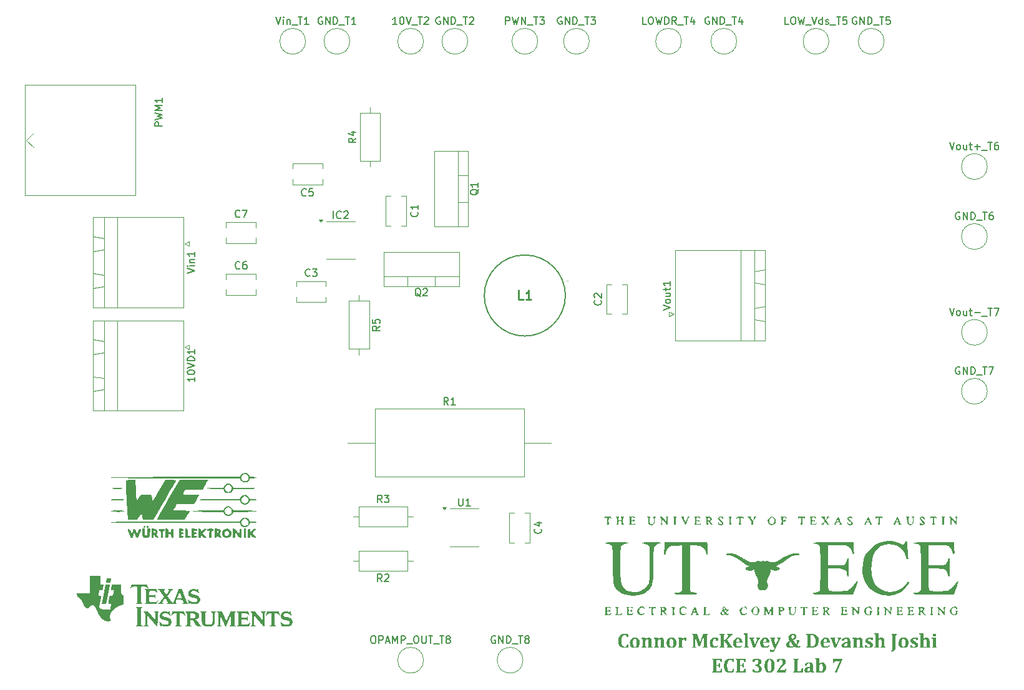
<source format=gto>
%TF.GenerationSoftware,KiCad,Pcbnew,9.0.4*%
%TF.CreationDate,2025-10-17T10:30:08-05:00*%
%TF.ProjectId,Lab7_302,4c616237-5f33-4303-922e-6b696361645f,rev?*%
%TF.SameCoordinates,Original*%
%TF.FileFunction,Legend,Top*%
%TF.FilePolarity,Positive*%
%FSLAX46Y46*%
G04 Gerber Fmt 4.6, Leading zero omitted, Abs format (unit mm)*
G04 Created by KiCad (PCBNEW 9.0.4) date 2025-10-17 10:30:08*
%MOMM*%
%LPD*%
G01*
G04 APERTURE LIST*
%ADD10C,0.200000*%
%ADD11C,0.150000*%
%ADD12C,0.254000*%
%ADD13C,0.120000*%
%ADD14C,0.000000*%
%ADD15C,0.100000*%
G04 APERTURE END LIST*
D10*
G36*
X153755077Y-135972941D02*
G01*
X153755077Y-136369713D01*
X153569330Y-136369713D01*
X153540691Y-136267585D01*
X153505608Y-136192588D01*
X153465405Y-136139026D01*
X153413988Y-136098282D01*
X153353016Y-136073560D01*
X153279658Y-136064898D01*
X153178198Y-136077965D01*
X153092110Y-136115778D01*
X153017609Y-136179350D01*
X152953105Y-136273604D01*
X152909177Y-136376975D01*
X152874347Y-136510249D01*
X152851047Y-136679823D01*
X152842463Y-136892882D01*
X152850289Y-137090874D01*
X152871558Y-137248995D01*
X152903393Y-137373733D01*
X152943580Y-137470882D01*
X153002853Y-137560033D01*
X153070800Y-137619728D01*
X153148746Y-137654997D01*
X153240091Y-137667131D01*
X153334127Y-137657857D01*
X153402634Y-137633060D01*
X153458653Y-137591002D01*
X153503018Y-137530844D01*
X153535964Y-137454903D01*
X153567987Y-137338869D01*
X153755077Y-137338869D01*
X153755077Y-137754815D01*
X153480426Y-137806960D01*
X153354767Y-137819258D01*
X153222261Y-137823447D01*
X153034942Y-137810678D01*
X152882377Y-137775345D01*
X152758322Y-137720621D01*
X152649986Y-137641308D01*
X152562078Y-137538976D01*
X152493318Y-137410188D01*
X152448178Y-137269139D01*
X152418661Y-137095970D01*
X152407955Y-136884577D01*
X152419942Y-136688239D01*
X152454062Y-136516970D01*
X152508339Y-136367149D01*
X152586975Y-136230097D01*
X152685127Y-136117947D01*
X152804117Y-136027896D01*
X152939060Y-135963000D01*
X153093484Y-135922692D01*
X153271476Y-135908583D01*
X153406271Y-135912572D01*
X153521459Y-135923726D01*
X153634177Y-135943187D01*
X153755077Y-135972941D01*
G37*
G36*
X154819455Y-136436939D02*
G01*
X154954149Y-136471660D01*
X155063735Y-136525805D01*
X155152634Y-136598691D01*
X155222661Y-136690025D01*
X155274947Y-136802349D01*
X155308557Y-136940099D01*
X155320673Y-137108914D01*
X155310477Y-137265745D01*
X155281938Y-137397138D01*
X155237265Y-137507274D01*
X155173058Y-137606053D01*
X155094290Y-137684812D01*
X154999616Y-137745655D01*
X154894017Y-137787714D01*
X154772458Y-137814145D01*
X154632031Y-137823447D01*
X154499651Y-137815018D01*
X154385102Y-137791094D01*
X154285694Y-137753105D01*
X154196612Y-137697458D01*
X154121140Y-137623124D01*
X154058182Y-137527669D01*
X154014540Y-137421141D01*
X153986386Y-137291345D01*
X153976239Y-137133461D01*
X153978538Y-137103419D01*
X154391574Y-137103419D01*
X154400432Y-137298095D01*
X154423509Y-137439090D01*
X154456420Y-137538293D01*
X154495571Y-137604806D01*
X154540577Y-137648556D01*
X154592108Y-137674046D01*
X154652547Y-137682763D01*
X154720299Y-137673104D01*
X154773447Y-137645760D01*
X154816090Y-137602010D01*
X154851361Y-137538904D01*
X154875766Y-137464935D01*
X154893004Y-137371231D01*
X154905338Y-137151290D01*
X154896445Y-136953764D01*
X154873307Y-136811084D01*
X154840370Y-136711043D01*
X154801210Y-136643397D01*
X154756820Y-136599261D01*
X154706636Y-136573767D01*
X154648395Y-136565108D01*
X154589052Y-136572047D01*
X154540228Y-136591760D01*
X154499529Y-136624092D01*
X154453134Y-136693158D01*
X154417463Y-136800802D01*
X154398792Y-136926892D01*
X154391574Y-137103419D01*
X153978538Y-137103419D01*
X153989692Y-136957698D01*
X154026797Y-136816556D01*
X154088393Y-136692424D01*
X154167481Y-136595150D01*
X154265784Y-136519529D01*
X154382659Y-136466067D01*
X154511271Y-136435101D01*
X154653890Y-136424424D01*
X154819455Y-136436939D01*
G37*
G36*
X157046982Y-137800000D02*
G01*
X156384351Y-137800000D01*
X156384351Y-137709874D01*
X156440662Y-137689682D01*
X156471790Y-137665422D01*
X156491820Y-137632285D01*
X156505251Y-137586043D01*
X156514166Y-137406036D01*
X156514166Y-137040526D01*
X156510014Y-136881158D01*
X156497069Y-136779187D01*
X156472401Y-136712875D01*
X156437596Y-136669033D01*
X156393877Y-136643632D01*
X156331106Y-136635450D01*
X156279664Y-136643040D01*
X156223151Y-136667568D01*
X156171889Y-136705538D01*
X156128873Y-136756472D01*
X156100062Y-136815514D01*
X156090649Y-136877494D01*
X156090649Y-137404570D01*
X156098831Y-137585310D01*
X156111895Y-137632113D01*
X156132292Y-137665422D01*
X156164189Y-137689658D01*
X156221807Y-137709874D01*
X156221807Y-137800000D01*
X155561863Y-137800000D01*
X155561863Y-137709874D01*
X155620809Y-137687649D01*
X155652722Y-137663590D01*
X155673328Y-137631128D01*
X155686916Y-137585921D01*
X155695830Y-137407379D01*
X155695830Y-136847330D01*
X155692411Y-136698220D01*
X155675925Y-136620551D01*
X155659581Y-136594015D01*
X155636357Y-136572923D01*
X155604307Y-136557217D01*
X155544156Y-136540806D01*
X155544156Y-136447871D01*
X155918458Y-136440055D01*
X156090649Y-136440055D01*
X156070133Y-136628611D01*
X156086497Y-136632763D01*
X156235363Y-136516503D01*
X156301378Y-136478398D01*
X156369941Y-136449337D01*
X156441878Y-136430712D01*
X156518196Y-136424424D01*
X156624725Y-136433164D01*
X156704065Y-136456542D01*
X156771190Y-136496173D01*
X156823622Y-136549965D01*
X156862213Y-136616605D01*
X156889201Y-136700052D01*
X156903699Y-136792412D01*
X156908985Y-136906071D01*
X156908985Y-137405547D01*
X156911061Y-137518143D01*
X156921319Y-137602041D01*
X156943789Y-137653210D01*
X156984089Y-137686671D01*
X157046982Y-137709874D01*
X157046982Y-137800000D01*
G37*
G36*
X158735188Y-137800000D02*
G01*
X158072558Y-137800000D01*
X158072558Y-137709874D01*
X158128868Y-137689682D01*
X158159997Y-137665422D01*
X158180027Y-137632285D01*
X158193458Y-137586043D01*
X158202373Y-137406036D01*
X158202373Y-137040526D01*
X158198221Y-136881158D01*
X158185276Y-136779187D01*
X158160607Y-136712875D01*
X158125803Y-136669033D01*
X158082083Y-136643632D01*
X158019313Y-136635450D01*
X157967870Y-136643040D01*
X157911357Y-136667568D01*
X157860095Y-136705538D01*
X157817080Y-136756472D01*
X157788269Y-136815514D01*
X157778856Y-136877494D01*
X157778856Y-137404570D01*
X157787038Y-137585310D01*
X157800102Y-137632113D01*
X157820499Y-137665422D01*
X157852395Y-137689658D01*
X157910014Y-137709874D01*
X157910014Y-137800000D01*
X157250070Y-137800000D01*
X157250070Y-137709874D01*
X157309016Y-137687649D01*
X157340928Y-137663590D01*
X157361535Y-137631128D01*
X157375122Y-137585921D01*
X157384037Y-137407379D01*
X157384037Y-136847330D01*
X157380618Y-136698220D01*
X157364131Y-136620551D01*
X157347788Y-136594015D01*
X157324564Y-136572923D01*
X157292514Y-136557217D01*
X157232362Y-136540806D01*
X157232362Y-136447871D01*
X157606664Y-136440055D01*
X157778856Y-136440055D01*
X157758339Y-136628611D01*
X157774703Y-136632763D01*
X157923569Y-136516503D01*
X157989585Y-136478398D01*
X158058147Y-136449337D01*
X158130085Y-136430712D01*
X158206403Y-136424424D01*
X158312931Y-136433164D01*
X158392272Y-136456542D01*
X158459396Y-136496173D01*
X158511828Y-136549965D01*
X158550420Y-136616605D01*
X158577408Y-136700052D01*
X158591905Y-136792412D01*
X158597191Y-136906071D01*
X158597191Y-137405547D01*
X158599267Y-137518143D01*
X158609526Y-137602041D01*
X158631996Y-137653210D01*
X158672296Y-137686671D01*
X158735188Y-137709874D01*
X158735188Y-137800000D01*
G37*
G36*
X159788331Y-136436939D02*
G01*
X159923026Y-136471660D01*
X160032612Y-136525805D01*
X160121511Y-136598691D01*
X160191538Y-136690025D01*
X160243823Y-136802349D01*
X160277433Y-136940099D01*
X160289550Y-137108914D01*
X160279354Y-137265745D01*
X160250815Y-137397138D01*
X160206141Y-137507274D01*
X160141935Y-137606053D01*
X160063166Y-137684812D01*
X159968493Y-137745655D01*
X159862893Y-137787714D01*
X159741335Y-137814145D01*
X159600907Y-137823447D01*
X159468528Y-137815018D01*
X159353978Y-137791094D01*
X159254571Y-137753105D01*
X159165488Y-137697458D01*
X159090017Y-137623124D01*
X159027059Y-137527669D01*
X158983416Y-137421141D01*
X158955263Y-137291345D01*
X158945115Y-137133461D01*
X158947414Y-137103419D01*
X159360450Y-137103419D01*
X159369309Y-137298095D01*
X159392385Y-137439090D01*
X159425297Y-137538293D01*
X159464448Y-137604806D01*
X159509454Y-137648556D01*
X159560984Y-137674046D01*
X159621424Y-137682763D01*
X159689176Y-137673104D01*
X159742324Y-137645760D01*
X159784966Y-137602010D01*
X159820237Y-137538904D01*
X159844642Y-137464935D01*
X159861881Y-137371231D01*
X159874215Y-137151290D01*
X159865322Y-136953764D01*
X159842183Y-136811084D01*
X159809246Y-136711043D01*
X159770087Y-136643397D01*
X159725696Y-136599261D01*
X159675512Y-136573767D01*
X159617272Y-136565108D01*
X159557929Y-136572047D01*
X159509105Y-136591760D01*
X159468405Y-136624092D01*
X159422011Y-136693158D01*
X159386340Y-136800802D01*
X159367668Y-136926892D01*
X159360450Y-137103419D01*
X158947414Y-137103419D01*
X158958568Y-136957698D01*
X158995673Y-136816556D01*
X159057270Y-136692424D01*
X159136357Y-136595150D01*
X159234660Y-136519529D01*
X159351535Y-136466067D01*
X159480148Y-136435101D01*
X159622767Y-136424424D01*
X159788331Y-136436939D01*
G37*
G36*
X161040352Y-136645219D02*
G01*
X161058060Y-136649249D01*
X161162870Y-136543498D01*
X161262980Y-136477180D01*
X161372069Y-136437753D01*
X161491225Y-136424424D01*
X161575335Y-136428784D01*
X161666103Y-136442376D01*
X161666103Y-136823028D01*
X161418807Y-136823028D01*
X161390482Y-136749899D01*
X161357990Y-136701273D01*
X161314843Y-136669787D01*
X161257606Y-136658897D01*
X161227305Y-136663153D01*
X161191295Y-136677337D01*
X161124372Y-136729239D01*
X161097577Y-136763914D01*
X161080653Y-136797627D01*
X161063556Y-136867969D01*
X161059526Y-136974459D01*
X161059526Y-137407257D01*
X161069051Y-137587752D01*
X161083979Y-137634972D01*
X161107275Y-137668475D01*
X161142521Y-137691937D01*
X161204362Y-137709874D01*
X161204362Y-137800000D01*
X160530740Y-137800000D01*
X160530740Y-137709874D01*
X160589686Y-137687649D01*
X160621598Y-137663590D01*
X160642205Y-137631128D01*
X160655792Y-137585921D01*
X160664707Y-137407379D01*
X160664707Y-136847330D01*
X160661288Y-136698220D01*
X160644801Y-136620551D01*
X160628458Y-136594015D01*
X160605234Y-136572923D01*
X160573183Y-136557217D01*
X160513032Y-136540806D01*
X160513032Y-136447871D01*
X160887334Y-136440055D01*
X161059526Y-136440055D01*
X161040352Y-136645219D01*
G37*
G36*
X164555496Y-136022156D02*
G01*
X164489877Y-136045756D01*
X164457066Y-136066608D01*
X164435468Y-136093987D01*
X164420918Y-136130966D01*
X164413830Y-136179128D01*
X164410659Y-136273970D01*
X164410659Y-137458060D01*
X164418842Y-137590073D01*
X164431997Y-137634397D01*
X164452303Y-137664078D01*
X164485334Y-137685686D01*
X164555496Y-137709874D01*
X164555496Y-137800000D01*
X163854641Y-137800000D01*
X163854641Y-137709874D01*
X163937927Y-137681175D01*
X163974075Y-137648935D01*
X163993248Y-137588729D01*
X163999355Y-137455251D01*
X163999355Y-136784316D01*
X164003385Y-136522732D01*
X164011689Y-136309141D01*
X163982990Y-136309141D01*
X163948186Y-136416974D01*
X163879187Y-136605652D01*
X163513067Y-137596789D01*
X163272610Y-137596789D01*
X162887317Y-136483531D01*
X162827111Y-136295464D01*
X162802565Y-136295464D01*
X162812558Y-136531817D01*
X162816242Y-136829501D01*
X162816242Y-137459281D01*
X162825768Y-137600331D01*
X162840305Y-137636818D01*
X162864114Y-137666032D01*
X162899229Y-137688126D01*
X162963765Y-137709874D01*
X162963765Y-137800000D01*
X162447313Y-137800000D01*
X162447313Y-137709874D01*
X162527181Y-137679832D01*
X162553224Y-137660416D01*
X162571633Y-137635990D01*
X162583471Y-137606264D01*
X162590195Y-137566259D01*
X162593615Y-137458060D01*
X162593615Y-136273970D01*
X162584700Y-136131699D01*
X162571306Y-136096404D01*
X162549773Y-136068684D01*
X162516485Y-136047184D01*
X162447313Y-136022156D01*
X162447313Y-135932030D01*
X163126431Y-135932030D01*
X163504885Y-137059822D01*
X163914724Y-135932030D01*
X164555496Y-135932030D01*
X164555496Y-136022156D01*
G37*
G36*
X165847052Y-137448290D02*
G01*
X165952198Y-137576517D01*
X165815229Y-137694084D01*
X165693301Y-137766294D01*
X165563804Y-137808912D01*
X165420726Y-137823447D01*
X165273754Y-137811261D01*
X165152410Y-137777133D01*
X165051846Y-137723169D01*
X164968510Y-137649302D01*
X164903935Y-137558701D01*
X164855410Y-137447224D01*
X164824105Y-137310501D01*
X164812805Y-137143108D01*
X164822966Y-136995718D01*
X164851916Y-136867604D01*
X164898168Y-136755739D01*
X164963843Y-136655088D01*
X165045093Y-136573263D01*
X165143388Y-136508443D01*
X165252800Y-136462510D01*
X165374087Y-136434216D01*
X165509508Y-136424424D01*
X165620025Y-136428390D01*
X165730181Y-136440300D01*
X165837400Y-136459485D01*
X165930338Y-136483653D01*
X165930338Y-136815212D01*
X165659840Y-136815212D01*
X165631697Y-136694773D01*
X165598290Y-136624825D01*
X165567093Y-136591668D01*
X165528757Y-136571995D01*
X165480932Y-136565108D01*
X165431772Y-136571403D01*
X165384578Y-136590509D01*
X165343162Y-136623431D01*
X165303978Y-136678436D01*
X165274237Y-136747043D01*
X165248657Y-136845865D01*
X165233829Y-136957677D01*
X165228140Y-137111357D01*
X165236340Y-137265580D01*
X165258182Y-137382588D01*
X165298961Y-137482949D01*
X165355147Y-137552704D01*
X165402987Y-137585111D01*
X165460867Y-137605262D01*
X165531490Y-137612421D01*
X165608563Y-137603495D01*
X165681089Y-137576762D01*
X165752044Y-137531186D01*
X165847052Y-137448290D01*
G37*
G36*
X167650052Y-137435223D02*
G01*
X167739445Y-137566381D01*
X167803071Y-137642585D01*
X167857048Y-137684473D01*
X167927390Y-137711217D01*
X167927390Y-137800000D01*
X167186846Y-137800000D01*
X167186846Y-137709874D01*
X167228710Y-137699655D01*
X167249616Y-137687159D01*
X167261838Y-137669081D01*
X167266103Y-137645150D01*
X167259874Y-137601919D01*
X167230565Y-137539270D01*
X167136288Y-137387840D01*
X166927216Y-137063119D01*
X166860904Y-136970917D01*
X166804972Y-136923534D01*
X166773951Y-136913076D01*
X166727791Y-136909002D01*
X166700436Y-136909002D01*
X166700436Y-137455251D01*
X166703123Y-137544766D01*
X166714114Y-137612177D01*
X166738050Y-137656263D01*
X166781036Y-137687159D01*
X166847959Y-137709874D01*
X166847959Y-137800000D01*
X166130740Y-137800000D01*
X166130740Y-137709874D01*
X166210607Y-137680443D01*
X166236419Y-137661469D01*
X166254327Y-137636723D01*
X166272767Y-137565526D01*
X166276919Y-137456594D01*
X166276919Y-136276779D01*
X166273500Y-136168702D01*
X166266915Y-136127346D01*
X166255670Y-136097505D01*
X166237853Y-136072885D01*
X166211950Y-136052930D01*
X166130740Y-136022156D01*
X166130740Y-135932030D01*
X166847959Y-135932030D01*
X166847959Y-136022156D01*
X166763939Y-136054884D01*
X166724372Y-136097138D01*
X166705932Y-136159787D01*
X166700436Y-136275558D01*
X166700436Y-136760502D01*
X166729135Y-136760502D01*
X166788614Y-136756677D01*
X166828908Y-136746946D01*
X166864855Y-136728749D01*
X166904623Y-136697854D01*
X167054955Y-136532379D01*
X167216155Y-136332100D01*
X167260663Y-136263884D01*
X167284543Y-136216329D01*
X167298476Y-136170330D01*
X167302983Y-136125715D01*
X167294686Y-136082475D01*
X167270865Y-136050732D01*
X167234057Y-136030606D01*
X167180007Y-136022156D01*
X167180007Y-135932030D01*
X167878175Y-135932030D01*
X167878175Y-136024965D01*
X167789393Y-136053541D01*
X167704641Y-136115579D01*
X167583008Y-136241486D01*
X167173168Y-136699075D01*
X167650052Y-137435223D01*
G37*
G36*
X168773522Y-136432050D02*
G01*
X168871389Y-136453122D01*
X168959867Y-136488218D01*
X169031978Y-136533112D01*
X169093081Y-136589541D01*
X169142620Y-136656577D01*
X169187457Y-136747317D01*
X169220534Y-136853314D01*
X169240758Y-136972740D01*
X169249232Y-137127843D01*
X168383025Y-137127843D01*
X168395456Y-137292682D01*
X168426354Y-137411254D01*
X168471075Y-137494696D01*
X168518822Y-137545115D01*
X168577160Y-137581437D01*
X168648280Y-137604265D01*
X168735468Y-137612421D01*
X168835609Y-137602205D01*
X168922680Y-137572732D01*
X169004556Y-137521653D01*
X169103053Y-137432658D01*
X169213695Y-137552948D01*
X169116115Y-137645997D01*
X169024432Y-137714473D01*
X168937701Y-137762020D01*
X168844716Y-137795415D01*
X168740585Y-137816206D01*
X168623482Y-137823447D01*
X168464530Y-137811000D01*
X168335235Y-137776432D01*
X168229977Y-137722382D01*
X168144522Y-137649302D01*
X168078192Y-137558480D01*
X168028189Y-137445410D01*
X167995794Y-137305285D01*
X167984054Y-137132117D01*
X167993875Y-136987159D01*
X168389864Y-136987159D01*
X168844766Y-136987159D01*
X168834713Y-136844334D01*
X168815489Y-136741462D01*
X168790056Y-136669644D01*
X168749574Y-136610506D01*
X168697985Y-136576779D01*
X168631664Y-136565108D01*
X168567626Y-136576679D01*
X168512766Y-136611368D01*
X168464358Y-136673796D01*
X168431087Y-136748939D01*
X168405398Y-136851080D01*
X168389864Y-136987159D01*
X167993875Y-136987159D01*
X167993921Y-136986487D01*
X168021987Y-136860245D01*
X168066731Y-136750366D01*
X168130258Y-136651001D01*
X168207943Y-136570566D01*
X168300960Y-136507100D01*
X168404996Y-136462010D01*
X168521700Y-136434120D01*
X168653524Y-136424424D01*
X168773522Y-136432050D01*
G37*
G36*
X169973168Y-137405547D02*
G01*
X169981350Y-137584333D01*
X169994410Y-137629767D01*
X170014812Y-137662857D01*
X170047334Y-137687293D01*
X170109822Y-137709874D01*
X170109822Y-137800000D01*
X169440352Y-137800000D01*
X169440352Y-137709874D01*
X169504588Y-137687404D01*
X169540736Y-137657240D01*
X169563329Y-137613520D01*
X169575541Y-137539759D01*
X169578350Y-137405059D01*
X169578350Y-136338695D01*
X169576274Y-136165771D01*
X169568091Y-136072836D01*
X169547575Y-136012630D01*
X169507275Y-135976482D01*
X169423988Y-135951814D01*
X169423988Y-135861688D01*
X169802442Y-135846057D01*
X169973168Y-135846057D01*
X169973168Y-137405547D01*
G37*
G36*
X170839864Y-136447871D02*
G01*
X170839864Y-136537997D01*
X170780954Y-136554710D01*
X170745586Y-136575000D01*
X170723539Y-136604549D01*
X170715544Y-136648761D01*
X170723234Y-136718219D01*
X170751082Y-136819242D01*
X170947819Y-137415317D01*
X171165073Y-136892882D01*
X171205984Y-136777721D01*
X171219662Y-136680146D01*
X171211154Y-136626850D01*
X171186811Y-136585136D01*
X171148425Y-136555151D01*
X171093999Y-136537997D01*
X171093999Y-136447871D01*
X171625471Y-136447871D01*
X171625471Y-136539462D01*
X171561968Y-136569626D01*
X171516783Y-136616032D01*
X171465614Y-136701395D01*
X171383671Y-136872732D01*
X170957345Y-137815631D01*
X170699180Y-137815631D01*
X170338556Y-136776988D01*
X170278350Y-136628855D01*
X170253019Y-136592232D01*
X170227181Y-136567428D01*
X170196703Y-136549770D01*
X170158182Y-136537997D01*
X170158182Y-136447871D01*
X170839864Y-136447871D01*
G37*
G36*
X172452796Y-136432050D02*
G01*
X172550663Y-136453122D01*
X172639142Y-136488218D01*
X172711253Y-136533112D01*
X172772355Y-136589541D01*
X172821895Y-136656577D01*
X172866731Y-136747317D01*
X172899808Y-136853314D01*
X172920032Y-136972740D01*
X172928507Y-137127843D01*
X172062299Y-137127843D01*
X172074731Y-137292682D01*
X172105628Y-137411254D01*
X172150349Y-137494696D01*
X172198096Y-137545115D01*
X172256434Y-137581437D01*
X172327555Y-137604265D01*
X172414742Y-137612421D01*
X172514883Y-137602205D01*
X172601954Y-137572732D01*
X172683830Y-137521653D01*
X172782327Y-137432658D01*
X172892969Y-137552948D01*
X172795389Y-137645997D01*
X172703706Y-137714473D01*
X172616975Y-137762020D01*
X172523990Y-137795415D01*
X172419859Y-137816206D01*
X172302756Y-137823447D01*
X172143805Y-137811000D01*
X172014509Y-137776432D01*
X171909251Y-137722382D01*
X171823796Y-137649302D01*
X171757467Y-137558480D01*
X171707463Y-137445410D01*
X171675069Y-137305285D01*
X171663329Y-137132117D01*
X171673149Y-136987159D01*
X172069138Y-136987159D01*
X172524041Y-136987159D01*
X172513988Y-136844334D01*
X172494763Y-136741462D01*
X172469330Y-136669644D01*
X172428848Y-136610506D01*
X172377259Y-136576779D01*
X172310939Y-136565108D01*
X172246900Y-136576679D01*
X172192040Y-136611368D01*
X172143632Y-136673796D01*
X172110361Y-136748939D01*
X172084672Y-136851080D01*
X172069138Y-136987159D01*
X171673149Y-136987159D01*
X171673195Y-136986487D01*
X171701261Y-136860245D01*
X171746005Y-136750366D01*
X171809532Y-136651001D01*
X171887218Y-136570566D01*
X171980234Y-136507100D01*
X172084270Y-136462010D01*
X172200975Y-136434120D01*
X172332798Y-136424424D01*
X172452796Y-136432050D01*
G37*
G36*
X173783235Y-137861427D02*
G01*
X173692064Y-138046219D01*
X173615806Y-138170516D01*
X173531481Y-138271192D01*
X173446424Y-138338311D01*
X173383556Y-138368308D01*
X173309000Y-138387262D01*
X173220255Y-138393998D01*
X173120006Y-138387392D01*
X173029013Y-138368230D01*
X173029013Y-138057920D01*
X173182031Y-138057920D01*
X173203794Y-138114283D01*
X173226361Y-138144016D01*
X173256922Y-138161049D01*
X173300855Y-138167341D01*
X173350464Y-138160172D01*
X173394522Y-138138886D01*
X173435025Y-138102336D01*
X173488678Y-138032397D01*
X173542496Y-137943926D01*
X173617882Y-137800000D01*
X173539969Y-137800000D01*
X173183496Y-136776744D01*
X173122558Y-136628855D01*
X173097818Y-136592266D01*
X173072121Y-136567428D01*
X173041644Y-136549770D01*
X173003123Y-136537997D01*
X173003123Y-136447871D01*
X173684805Y-136447871D01*
X173684805Y-136537997D01*
X173625895Y-136554710D01*
X173590527Y-136575000D01*
X173568479Y-136604549D01*
X173560485Y-136648761D01*
X173568175Y-136718081D01*
X173596022Y-136818876D01*
X173792760Y-137413363D01*
X174010014Y-136892393D01*
X174050925Y-136777477D01*
X174064602Y-136680146D01*
X174056094Y-136626850D01*
X174031752Y-136585136D01*
X173993366Y-136555151D01*
X173938939Y-136537997D01*
X173938939Y-136447871D01*
X174470412Y-136447871D01*
X174470412Y-136539462D01*
X174406909Y-136569626D01*
X174361724Y-136616032D01*
X174310555Y-136701395D01*
X174228611Y-136872487D01*
X173783235Y-137861427D01*
G37*
G36*
X176231078Y-135920045D02*
G01*
X176345039Y-135951395D01*
X176434246Y-135999685D01*
X176489698Y-136050049D01*
X176528816Y-136109226D01*
X176552904Y-136178947D01*
X176561375Y-136262002D01*
X176556668Y-136323586D01*
X176542934Y-136379849D01*
X176518887Y-136433511D01*
X176480042Y-136491468D01*
X176430442Y-136546405D01*
X176362561Y-136605163D01*
X176276040Y-136666040D01*
X176117341Y-136764654D01*
X176328367Y-137027337D01*
X176542202Y-137271824D01*
X176597088Y-137193965D01*
X176633060Y-137123203D01*
X176655189Y-137050142D01*
X176662491Y-136975924D01*
X176653755Y-136910100D01*
X176631717Y-136871266D01*
X176594540Y-136847149D01*
X176534020Y-136834996D01*
X176534020Y-136744870D01*
X176960223Y-136744870D01*
X176960223Y-136824494D01*
X176947889Y-136901308D01*
X176927495Y-136975436D01*
X176901483Y-137049563D01*
X176867289Y-137120882D01*
X176826378Y-137190858D01*
X176778507Y-137258147D01*
X176721232Y-137325314D01*
X176656996Y-137388450D01*
X176761410Y-137502390D01*
X176840056Y-137562962D01*
X176874940Y-137576709D01*
X176909665Y-137581158D01*
X176971214Y-137567480D01*
X177051814Y-137510816D01*
X177140597Y-137620359D01*
X177030591Y-137715834D01*
X176934211Y-137775331D01*
X176833875Y-137811573D01*
X176732101Y-137823447D01*
X176623891Y-137812305D01*
X176535363Y-137780949D01*
X176453030Y-137729344D01*
X176356455Y-137647836D01*
X176211199Y-137733415D01*
X176077652Y-137785101D01*
X175936598Y-137813267D01*
X175764777Y-137823447D01*
X175626478Y-137815004D01*
X175512205Y-137791548D01*
X175417991Y-137755198D01*
X175340527Y-137707065D01*
X175275003Y-137643382D01*
X175228469Y-137568778D01*
X175199707Y-137481083D01*
X175189585Y-137376971D01*
X175194315Y-137310052D01*
X175198553Y-137291364D01*
X175609072Y-137291364D01*
X175619558Y-137388261D01*
X175648824Y-137465429D01*
X175695778Y-137527302D01*
X175758489Y-137573413D01*
X175836091Y-137602146D01*
X175932816Y-137612421D01*
X176019755Y-137607028D01*
X176089253Y-137592271D01*
X176155408Y-137567346D01*
X176227983Y-137530111D01*
X175982763Y-137234822D01*
X175768929Y-136964689D01*
X175696566Y-137035535D01*
X175648029Y-137111235D01*
X175619049Y-137195658D01*
X175609072Y-137291364D01*
X175198553Y-137291364D01*
X175208025Y-137249598D01*
X175230317Y-137192383D01*
X175260537Y-137137979D01*
X175298421Y-137086806D01*
X175346633Y-137035275D01*
X175468999Y-136937944D01*
X175663660Y-136824982D01*
X175552408Y-136653768D01*
X175522748Y-136588282D01*
X175501117Y-136521632D01*
X175487933Y-136452321D01*
X175483409Y-136377041D01*
X175491387Y-136295219D01*
X175890562Y-136295219D01*
X175897976Y-136378431D01*
X175919871Y-136455931D01*
X175956761Y-136532767D01*
X176018911Y-136630443D01*
X176140919Y-136541252D01*
X176219801Y-136453244D01*
X176257153Y-136387673D01*
X176278453Y-136323980D01*
X176285380Y-136260903D01*
X176271917Y-136170996D01*
X176234822Y-136106297D01*
X176197836Y-136074835D01*
X176153933Y-136055888D01*
X176100977Y-136049267D01*
X176045673Y-136056057D01*
X175995708Y-136076133D01*
X175953371Y-136109417D01*
X175919260Y-136158565D01*
X175898221Y-136218248D01*
X175890562Y-136295219D01*
X175491387Y-136295219D01*
X175491900Y-136289960D01*
X175516850Y-136210435D01*
X175558514Y-136136706D01*
X175614408Y-136072487D01*
X175685994Y-136016786D01*
X175775768Y-135969521D01*
X175872202Y-135935994D01*
X175975213Y-135915559D01*
X176085956Y-135908583D01*
X176231078Y-135920045D01*
G37*
G36*
X178824610Y-135941847D02*
G01*
X178987073Y-135967690D01*
X179133293Y-136014241D01*
X179258915Y-136079919D01*
X179367380Y-136164918D01*
X179450768Y-136262613D01*
X179513731Y-136375423D01*
X179559456Y-136508932D01*
X179585646Y-136654131D01*
X179594993Y-136825593D01*
X179581900Y-137032817D01*
X179545045Y-137208932D01*
X179505325Y-137318770D01*
X179455427Y-137414935D01*
X179395569Y-137498970D01*
X179297250Y-137596977D01*
X179177582Y-137676901D01*
X179041540Y-137735449D01*
X178880461Y-137775331D01*
X178726316Y-137793172D01*
X178515684Y-137800000D01*
X177895429Y-137800000D01*
X177895429Y-137709874D01*
X177975297Y-137680443D01*
X178001109Y-137661469D01*
X178019016Y-137636723D01*
X178037456Y-137565526D01*
X178041609Y-137456594D01*
X178041609Y-136276779D01*
X178038189Y-136168702D01*
X178031605Y-136127346D01*
X178020359Y-136097505D01*
X178013731Y-136088346D01*
X178465126Y-136088346D01*
X178465126Y-137643684D01*
X178589445Y-137647836D01*
X178732674Y-137635914D01*
X178842237Y-137603628D01*
X178913356Y-137563903D01*
X178972052Y-137512404D01*
X179024854Y-137444797D01*
X179069606Y-137363027D01*
X179105897Y-137264863D01*
X179131992Y-137153252D01*
X179148991Y-137019389D01*
X179155112Y-136859787D01*
X179146391Y-136685158D01*
X179122298Y-136541403D01*
X179085380Y-136423691D01*
X179030290Y-136314346D01*
X178964961Y-136230446D01*
X178889375Y-136167969D01*
X178801761Y-136123085D01*
X178701799Y-136095345D01*
X178586759Y-136085659D01*
X178465126Y-136088346D01*
X178013731Y-136088346D01*
X178002542Y-136072885D01*
X177976640Y-136052930D01*
X177895429Y-136022156D01*
X177895429Y-135932030D01*
X178605810Y-135932030D01*
X178824610Y-135941847D01*
G37*
G36*
X180649586Y-136432050D02*
G01*
X180747453Y-136453122D01*
X180835932Y-136488218D01*
X180908043Y-136533112D01*
X180969145Y-136589541D01*
X181018685Y-136656577D01*
X181063521Y-136747317D01*
X181096598Y-136853314D01*
X181116822Y-136972740D01*
X181125297Y-137127843D01*
X180259089Y-137127843D01*
X180271520Y-137292682D01*
X180302418Y-137411254D01*
X180347139Y-137494696D01*
X180394886Y-137545115D01*
X180453224Y-137581437D01*
X180524345Y-137604265D01*
X180611532Y-137612421D01*
X180711673Y-137602205D01*
X180798744Y-137572732D01*
X180880620Y-137521653D01*
X180979117Y-137432658D01*
X181089759Y-137552948D01*
X180992179Y-137645997D01*
X180900496Y-137714473D01*
X180813765Y-137762020D01*
X180720780Y-137795415D01*
X180616649Y-137816206D01*
X180499546Y-137823447D01*
X180340595Y-137811000D01*
X180211299Y-137776432D01*
X180106041Y-137722382D01*
X180020586Y-137649302D01*
X179954257Y-137558480D01*
X179904253Y-137445410D01*
X179871859Y-137305285D01*
X179860119Y-137132117D01*
X179869939Y-136987159D01*
X180265928Y-136987159D01*
X180720830Y-136987159D01*
X180710777Y-136844334D01*
X180691553Y-136741462D01*
X180666120Y-136669644D01*
X180625638Y-136610506D01*
X180574049Y-136576779D01*
X180507729Y-136565108D01*
X180443690Y-136576679D01*
X180388830Y-136611368D01*
X180340422Y-136673796D01*
X180307151Y-136748939D01*
X180281462Y-136851080D01*
X180265928Y-136987159D01*
X179869939Y-136987159D01*
X179869985Y-136986487D01*
X179898051Y-136860245D01*
X179942795Y-136750366D01*
X180006322Y-136651001D01*
X180084008Y-136570566D01*
X180177024Y-136507100D01*
X180281060Y-136462010D01*
X180397765Y-136434120D01*
X180529588Y-136424424D01*
X180649586Y-136432050D01*
G37*
G36*
X181881595Y-136447871D02*
G01*
X181881595Y-136537997D01*
X181822685Y-136554710D01*
X181787317Y-136575000D01*
X181765269Y-136604549D01*
X181757275Y-136648761D01*
X181764964Y-136718219D01*
X181792812Y-136819242D01*
X181989550Y-137415317D01*
X182206804Y-136892882D01*
X182247715Y-136777721D01*
X182261392Y-136680146D01*
X182252884Y-136626850D01*
X182228542Y-136585136D01*
X182190156Y-136555151D01*
X182135729Y-136537997D01*
X182135729Y-136447871D01*
X182667202Y-136447871D01*
X182667202Y-136539462D01*
X182603699Y-136569626D01*
X182558514Y-136616032D01*
X182507345Y-136701395D01*
X182425401Y-136872732D01*
X181999075Y-137815631D01*
X181740911Y-137815631D01*
X181380286Y-136776988D01*
X181320080Y-136628855D01*
X181294750Y-136592232D01*
X181268911Y-136567428D01*
X181238433Y-136549770D01*
X181199913Y-136537997D01*
X181199913Y-136447871D01*
X181881595Y-136447871D01*
G37*
G36*
X183565965Y-136436610D02*
G01*
X183674215Y-136468143D01*
X183734871Y-136503370D01*
X183783879Y-136550225D01*
X183822470Y-136610048D01*
X183848067Y-136677474D01*
X183865276Y-136766231D01*
X183871685Y-136881524D01*
X183871685Y-137413729D01*
X183875715Y-137552948D01*
X183888660Y-137625976D01*
X183911253Y-137664200D01*
X183944714Y-137687404D01*
X184019208Y-137709874D01*
X184019208Y-137800000D01*
X183510939Y-137800000D01*
X183523273Y-137625244D01*
X183502756Y-137618405D01*
X183388193Y-137714453D01*
X183284892Y-137774965D01*
X183176036Y-137811264D01*
X183060066Y-137823447D01*
X182947769Y-137812203D01*
X182855757Y-137780582D01*
X182778853Y-137728720D01*
X182724599Y-137661636D01*
X182691685Y-137580942D01*
X182680269Y-137486025D01*
X182684353Y-137454396D01*
X183062875Y-137454396D01*
X183075339Y-137531417D01*
X183109281Y-137583600D01*
X183162647Y-137616228D01*
X183237753Y-137628053D01*
X183298644Y-137619761D01*
X183356577Y-137594591D01*
X183406840Y-137555472D01*
X183445359Y-137505198D01*
X183470063Y-137447197D01*
X183478210Y-137386252D01*
X183478210Y-137159106D01*
X183338158Y-137172249D01*
X183236621Y-137199909D01*
X183164602Y-137238485D01*
X183108696Y-137294395D01*
X183074878Y-137364809D01*
X183062875Y-137454396D01*
X182684353Y-137454396D01*
X182692381Y-137392217D01*
X182727837Y-137310264D01*
X182788030Y-137237049D01*
X182877739Y-137171196D01*
X182975803Y-137124186D01*
X183103950Y-137083026D01*
X183268581Y-137049568D01*
X183476867Y-137026238D01*
X183476867Y-136893492D01*
X183468639Y-136771361D01*
X183448168Y-136692969D01*
X183413654Y-136630601D01*
X183374407Y-136593806D01*
X183325993Y-136572580D01*
X183266452Y-136565108D01*
X183206406Y-136571057D01*
X183157763Y-136587700D01*
X183116189Y-136618253D01*
X183075087Y-136672819D01*
X183044603Y-136742489D01*
X183020499Y-136846475D01*
X182762334Y-136846475D01*
X182762334Y-136597103D01*
X182971284Y-136510764D01*
X183135904Y-136460816D01*
X183281472Y-136432728D01*
X183409944Y-136424424D01*
X183565965Y-136436610D01*
G37*
G36*
X185697645Y-137800000D02*
G01*
X185035014Y-137800000D01*
X185035014Y-137709874D01*
X185091325Y-137689682D01*
X185122453Y-137665422D01*
X185142483Y-137632285D01*
X185155914Y-137586043D01*
X185164829Y-137406036D01*
X185164829Y-137040526D01*
X185160677Y-136881158D01*
X185147732Y-136779187D01*
X185123064Y-136712875D01*
X185088259Y-136669033D01*
X185044539Y-136643632D01*
X184981769Y-136635450D01*
X184930326Y-136643040D01*
X184873814Y-136667568D01*
X184822552Y-136705538D01*
X184779536Y-136756472D01*
X184750725Y-136815514D01*
X184741312Y-136877494D01*
X184741312Y-137404570D01*
X184749494Y-137585310D01*
X184762558Y-137632113D01*
X184782955Y-137665422D01*
X184814852Y-137689658D01*
X184872470Y-137709874D01*
X184872470Y-137800000D01*
X184212526Y-137800000D01*
X184212526Y-137709874D01*
X184271472Y-137687649D01*
X184303385Y-137663590D01*
X184323991Y-137631128D01*
X184337579Y-137585921D01*
X184346493Y-137407379D01*
X184346493Y-136847330D01*
X184343074Y-136698220D01*
X184326588Y-136620551D01*
X184310244Y-136594015D01*
X184287020Y-136572923D01*
X184254970Y-136557217D01*
X184194819Y-136540806D01*
X184194819Y-136447871D01*
X184569121Y-136440055D01*
X184741312Y-136440055D01*
X184720796Y-136628611D01*
X184737160Y-136632763D01*
X184886026Y-136516503D01*
X184952041Y-136478398D01*
X185020604Y-136449337D01*
X185092541Y-136430712D01*
X185168859Y-136424424D01*
X185275388Y-136433164D01*
X185354728Y-136456542D01*
X185421853Y-136496173D01*
X185474285Y-136549965D01*
X185512876Y-136616605D01*
X185539864Y-136700052D01*
X185554362Y-136792412D01*
X185559648Y-136906071D01*
X185559648Y-137405547D01*
X185561724Y-137518143D01*
X185571982Y-137602041D01*
X185594452Y-137653210D01*
X185634752Y-137686671D01*
X185697645Y-137709874D01*
X185697645Y-137800000D01*
G37*
G36*
X186076954Y-137432658D02*
G01*
X186104842Y-137513038D01*
X186139661Y-137574394D01*
X186180757Y-137620237D01*
X186231470Y-137654016D01*
X186293734Y-137675190D01*
X186370656Y-137682763D01*
X186464602Y-137669995D01*
X186525750Y-137636479D01*
X186554186Y-137602297D01*
X186571962Y-137558358D01*
X186578385Y-137501657D01*
X186572106Y-137448691D01*
X186554449Y-137406280D01*
X186524507Y-137369460D01*
X186475192Y-137330809D01*
X186409253Y-137293599D01*
X186286026Y-137236043D01*
X186144609Y-137163381D01*
X186081875Y-137120493D01*
X186029082Y-137073621D01*
X185984945Y-137020446D01*
X185951291Y-136961880D01*
X185929952Y-136897635D01*
X185922593Y-136824738D01*
X185930740Y-136744981D01*
X185954421Y-136674368D01*
X185993667Y-136610903D01*
X186045950Y-136556848D01*
X186112725Y-136510642D01*
X186196511Y-136472418D01*
X186334204Y-136436999D01*
X186497784Y-136424424D01*
X186693179Y-136432606D01*
X186940475Y-136467899D01*
X186940475Y-136783949D01*
X186760101Y-136783949D01*
X186725221Y-136703124D01*
X186691103Y-136649494D01*
X186650466Y-136608274D01*
X186608426Y-136583548D01*
X186560676Y-136570026D01*
X186500471Y-136565108D01*
X186416856Y-136576216D01*
X186356978Y-136606385D01*
X186317389Y-136655043D01*
X186303733Y-136721667D01*
X186308769Y-136771316D01*
X186322784Y-136810938D01*
X186347822Y-136845699D01*
X186391172Y-136882990D01*
X186452733Y-136918743D01*
X186581071Y-136977023D01*
X186702214Y-137033942D01*
X186790143Y-137088276D01*
X186862203Y-137151851D01*
X186913119Y-137222121D01*
X186944496Y-137302482D01*
X186955496Y-137398831D01*
X186944689Y-137504286D01*
X186914463Y-137589340D01*
X186865352Y-137662166D01*
X186799669Y-137721109D01*
X186720367Y-137765468D01*
X186622715Y-137798168D01*
X186516618Y-137816870D01*
X186395325Y-137823447D01*
X186245774Y-137816861D01*
X186079261Y-137796042D01*
X185893894Y-137759211D01*
X185893894Y-137432658D01*
X186076954Y-137432658D01*
G37*
G36*
X187700925Y-136623237D02*
G01*
X187824881Y-136526074D01*
X187922941Y-136469487D01*
X188022426Y-136435556D01*
X188123098Y-136424424D01*
X188222135Y-136431551D01*
X188297871Y-136450757D01*
X188355251Y-136479745D01*
X188404349Y-136521246D01*
X188444089Y-136573659D01*
X188474808Y-136638747D01*
X188501986Y-136750646D01*
X188512422Y-136907536D01*
X188512422Y-137405547D01*
X188514498Y-137518143D01*
X188524756Y-137602041D01*
X188547226Y-137653210D01*
X188587526Y-137686671D01*
X188650419Y-137709874D01*
X188650419Y-137800000D01*
X187987788Y-137800000D01*
X187987788Y-137709874D01*
X188045245Y-137689750D01*
X188075960Y-137666154D01*
X188095437Y-137633506D01*
X188108688Y-137586775D01*
X188117603Y-137406036D01*
X188117603Y-137048831D01*
X188108688Y-136835973D01*
X188095792Y-136764772D01*
X188078646Y-136718248D01*
X188053829Y-136681107D01*
X188024058Y-136655966D01*
X187987175Y-136641031D01*
X187935886Y-136635450D01*
X187884341Y-136643019D01*
X187827198Y-136667568D01*
X187775450Y-136705344D01*
X187732920Y-136755006D01*
X187704665Y-136812685D01*
X187695429Y-136873342D01*
X187695429Y-137404570D01*
X187697505Y-137523028D01*
X187703611Y-137587386D01*
X187715213Y-137627808D01*
X187734997Y-137660659D01*
X187770534Y-137688014D01*
X187832083Y-137709874D01*
X187832083Y-137800000D01*
X187162613Y-137800000D01*
X187162613Y-137709874D01*
X187226849Y-137687404D01*
X187262997Y-137657240D01*
X187285590Y-137613520D01*
X187297802Y-137539759D01*
X187300611Y-137405059D01*
X187300611Y-136338695D01*
X187298535Y-136165771D01*
X187289742Y-136072836D01*
X187269225Y-136012630D01*
X187229536Y-135976482D01*
X187146249Y-135951814D01*
X187146249Y-135861688D01*
X187524703Y-135846057D01*
X187695429Y-135846057D01*
X187695429Y-136621894D01*
X187700925Y-136623237D01*
G37*
G36*
X190041748Y-137650034D02*
G01*
X190035414Y-137790997D01*
X190019156Y-137889759D01*
X189988686Y-137977057D01*
X189943318Y-138052913D01*
X189871493Y-138132668D01*
X189775279Y-138204954D01*
X189641785Y-138275331D01*
X189469243Y-138339288D01*
X189400977Y-138167341D01*
X189477975Y-138128925D01*
X189524564Y-138097609D01*
X189560199Y-138062603D01*
X189583304Y-138027145D01*
X189598625Y-137986683D01*
X189609927Y-137932745D01*
X189618109Y-137767882D01*
X189618109Y-136276657D01*
X189614690Y-136168579D01*
X189608136Y-136127215D01*
X189596982Y-136097383D01*
X189579174Y-136072863D01*
X189553262Y-136052930D01*
X189471930Y-136022156D01*
X189471930Y-135932030D01*
X190189271Y-135932030D01*
X190189271Y-136022156D01*
X190105251Y-136055006D01*
X190065562Y-136097505D01*
X190047121Y-136160519D01*
X190041748Y-136277023D01*
X190041748Y-137650034D01*
G37*
G36*
X191274165Y-136436939D02*
G01*
X191408860Y-136471660D01*
X191518445Y-136525805D01*
X191607345Y-136598691D01*
X191677372Y-136690025D01*
X191729657Y-136802349D01*
X191763267Y-136940099D01*
X191775384Y-137108914D01*
X191765188Y-137265745D01*
X191736649Y-137397138D01*
X191691975Y-137507274D01*
X191627769Y-137606053D01*
X191549000Y-137684812D01*
X191454327Y-137745655D01*
X191348727Y-137787714D01*
X191227169Y-137814145D01*
X191086741Y-137823447D01*
X190954362Y-137815018D01*
X190839812Y-137791094D01*
X190740405Y-137753105D01*
X190651322Y-137697458D01*
X190575851Y-137623124D01*
X190512893Y-137527669D01*
X190469250Y-137421141D01*
X190441096Y-137291345D01*
X190430949Y-137133461D01*
X190433248Y-137103419D01*
X190846284Y-137103419D01*
X190855142Y-137298095D01*
X190878219Y-137439090D01*
X190911131Y-137538293D01*
X190950282Y-137604806D01*
X190995287Y-137648556D01*
X191046818Y-137674046D01*
X191107258Y-137682763D01*
X191175010Y-137673104D01*
X191228158Y-137645760D01*
X191270800Y-137602010D01*
X191306071Y-137538904D01*
X191330476Y-137464935D01*
X191347715Y-137371231D01*
X191360049Y-137151290D01*
X191351156Y-136953764D01*
X191328017Y-136811084D01*
X191295080Y-136711043D01*
X191255921Y-136643397D01*
X191211530Y-136599261D01*
X191161346Y-136573767D01*
X191103105Y-136565108D01*
X191043763Y-136572047D01*
X190994939Y-136591760D01*
X190954239Y-136624092D01*
X190907845Y-136693158D01*
X190872174Y-136800802D01*
X190853502Y-136926892D01*
X190846284Y-137103419D01*
X190433248Y-137103419D01*
X190444402Y-136957698D01*
X190481507Y-136816556D01*
X190543104Y-136692424D01*
X190622191Y-136595150D01*
X190720494Y-136519529D01*
X190837369Y-136466067D01*
X190965981Y-136435101D01*
X191108601Y-136424424D01*
X191274165Y-136436939D01*
G37*
G36*
X192192795Y-137432658D02*
G01*
X192220683Y-137513038D01*
X192255501Y-137574394D01*
X192296598Y-137620237D01*
X192347311Y-137654016D01*
X192409575Y-137675190D01*
X192486497Y-137682763D01*
X192580443Y-137669995D01*
X192641591Y-137636479D01*
X192670027Y-137602297D01*
X192687803Y-137558358D01*
X192694225Y-137501657D01*
X192687947Y-137448691D01*
X192670290Y-137406280D01*
X192640348Y-137369460D01*
X192591033Y-137330809D01*
X192525094Y-137293599D01*
X192401867Y-137236043D01*
X192260450Y-137163381D01*
X192197716Y-137120493D01*
X192144923Y-137073621D01*
X192100786Y-137020446D01*
X192067132Y-136961880D01*
X192045793Y-136897635D01*
X192038433Y-136824738D01*
X192046581Y-136744981D01*
X192070262Y-136674368D01*
X192109508Y-136610903D01*
X192161791Y-136556848D01*
X192228566Y-136510642D01*
X192312352Y-136472418D01*
X192450045Y-136436999D01*
X192613625Y-136424424D01*
X192809020Y-136432606D01*
X193056315Y-136467899D01*
X193056315Y-136783949D01*
X192875942Y-136783949D01*
X192841062Y-136703124D01*
X192806944Y-136649494D01*
X192766307Y-136608274D01*
X192724267Y-136583548D01*
X192676517Y-136570026D01*
X192616312Y-136565108D01*
X192532697Y-136576216D01*
X192472819Y-136606385D01*
X192433230Y-136655043D01*
X192419574Y-136721667D01*
X192424610Y-136771316D01*
X192438625Y-136810938D01*
X192463663Y-136845699D01*
X192507013Y-136882990D01*
X192568574Y-136918743D01*
X192696912Y-136977023D01*
X192818055Y-137033942D01*
X192905984Y-137088276D01*
X192978044Y-137151851D01*
X193028960Y-137222121D01*
X193060337Y-137302482D01*
X193071336Y-137398831D01*
X193060530Y-137504286D01*
X193030304Y-137589340D01*
X192981193Y-137662166D01*
X192915509Y-137721109D01*
X192836208Y-137765468D01*
X192738556Y-137798168D01*
X192632459Y-137816870D01*
X192511165Y-137823447D01*
X192361615Y-137816861D01*
X192195102Y-137796042D01*
X192009735Y-137759211D01*
X192009735Y-137432658D01*
X192192795Y-137432658D01*
G37*
G36*
X193816766Y-136623237D02*
G01*
X193940722Y-136526074D01*
X194038782Y-136469487D01*
X194138266Y-136435556D01*
X194238939Y-136424424D01*
X194337976Y-136431551D01*
X194413712Y-136450757D01*
X194471092Y-136479745D01*
X194520190Y-136521246D01*
X194559930Y-136573659D01*
X194590649Y-136638747D01*
X194617827Y-136750646D01*
X194628262Y-136907536D01*
X194628262Y-137405547D01*
X194630338Y-137518143D01*
X194640597Y-137602041D01*
X194663067Y-137653210D01*
X194703367Y-137686671D01*
X194766260Y-137709874D01*
X194766260Y-137800000D01*
X194103629Y-137800000D01*
X194103629Y-137709874D01*
X194161086Y-137689750D01*
X194191800Y-137666154D01*
X194211278Y-137633506D01*
X194224529Y-137586775D01*
X194233444Y-137406036D01*
X194233444Y-137048831D01*
X194224529Y-136835973D01*
X194211633Y-136764772D01*
X194194487Y-136718248D01*
X194169670Y-136681107D01*
X194139899Y-136655966D01*
X194103016Y-136641031D01*
X194051727Y-136635450D01*
X194000182Y-136643019D01*
X193943039Y-136667568D01*
X193891291Y-136705344D01*
X193848761Y-136755006D01*
X193820506Y-136812685D01*
X193811270Y-136873342D01*
X193811270Y-137404570D01*
X193813346Y-137523028D01*
X193819452Y-137587386D01*
X193831054Y-137627808D01*
X193850837Y-137660659D01*
X193886375Y-137688014D01*
X193947924Y-137709874D01*
X193947924Y-137800000D01*
X193278454Y-137800000D01*
X193278454Y-137709874D01*
X193342690Y-137687404D01*
X193378838Y-137657240D01*
X193401431Y-137613520D01*
X193413643Y-137539759D01*
X193416452Y-137405059D01*
X193416452Y-136338695D01*
X193414375Y-136165771D01*
X193405583Y-136072836D01*
X193385066Y-136012630D01*
X193345377Y-135976482D01*
X193262090Y-135951814D01*
X193262090Y-135861688D01*
X193640544Y-135846057D01*
X193811270Y-135846057D01*
X193811270Y-136621894D01*
X193816766Y-136623237D01*
G37*
G36*
X195488730Y-135900767D02*
G01*
X195488730Y-136236845D01*
X195114428Y-136236845D01*
X195114428Y-135900767D01*
X195488730Y-135900767D01*
G37*
G36*
X194969592Y-137709874D02*
G01*
X195029711Y-137687588D01*
X195061793Y-137663590D01*
X195082400Y-137631128D01*
X195095987Y-137585921D01*
X195104902Y-137407379D01*
X195104902Y-136773813D01*
X195098674Y-136666224D01*
X195089327Y-136628034D01*
X195075471Y-136600767D01*
X195055498Y-136579289D01*
X195028943Y-136563276D01*
X194953228Y-136540806D01*
X194953228Y-136447871D01*
X195328995Y-136440055D01*
X195499721Y-136440055D01*
X195499721Y-137406646D01*
X195501675Y-137524371D01*
X195507781Y-137588241D01*
X195519382Y-137628297D01*
X195539288Y-137661025D01*
X195574826Y-137688136D01*
X195636253Y-137709874D01*
X195636253Y-137800000D01*
X194969592Y-137800000D01*
X194969592Y-137709874D01*
G37*
G36*
X166498325Y-139292030D02*
G01*
X166498325Y-139729713D01*
X166311113Y-139729713D01*
X166265138Y-139608317D01*
X166234543Y-139549829D01*
X166199654Y-139507435D01*
X166159439Y-139475701D01*
X166107308Y-139456548D01*
X166010573Y-139448346D01*
X165712718Y-139448346D01*
X165712718Y-140112686D01*
X165893092Y-140112686D01*
X165949511Y-140107917D01*
X165987369Y-140095711D01*
X166018020Y-140073754D01*
X166044034Y-140039413D01*
X166064340Y-139994144D01*
X166087143Y-139917292D01*
X166241504Y-139917292D01*
X166241504Y-140464396D01*
X166087143Y-140464396D01*
X166065473Y-140391390D01*
X166044767Y-140345205D01*
X166018425Y-140309018D01*
X165989445Y-140286587D01*
X165952862Y-140274081D01*
X165893092Y-140269002D01*
X165712718Y-140269002D01*
X165712718Y-141003684D01*
X166009229Y-141003684D01*
X166089707Y-140997456D01*
X166148448Y-140975963D01*
X166198395Y-140934441D01*
X166240771Y-140877533D01*
X166279728Y-140797055D01*
X166324791Y-140659790D01*
X166512003Y-140659790D01*
X166485991Y-141160000D01*
X165143022Y-141160000D01*
X165143022Y-141069874D01*
X165222889Y-141040443D01*
X165248701Y-141021469D01*
X165266609Y-140996723D01*
X165285049Y-140925526D01*
X165289201Y-140816594D01*
X165289201Y-139636779D01*
X165285782Y-139528702D01*
X165279197Y-139487346D01*
X165267952Y-139457505D01*
X165250135Y-139432885D01*
X165224233Y-139412930D01*
X165143022Y-139382156D01*
X165143022Y-139292030D01*
X166498325Y-139292030D01*
G37*
G36*
X168088224Y-139332941D02*
G01*
X168088224Y-139729713D01*
X167902478Y-139729713D01*
X167873839Y-139627585D01*
X167838756Y-139552588D01*
X167798552Y-139499026D01*
X167747135Y-139458282D01*
X167686164Y-139433560D01*
X167612806Y-139424898D01*
X167511346Y-139437965D01*
X167425258Y-139475778D01*
X167350756Y-139539350D01*
X167286253Y-139633604D01*
X167242324Y-139736975D01*
X167207495Y-139870249D01*
X167184195Y-140039823D01*
X167175611Y-140252882D01*
X167183436Y-140450874D01*
X167204705Y-140608995D01*
X167236541Y-140733733D01*
X167276727Y-140830882D01*
X167336000Y-140920033D01*
X167403948Y-140979728D01*
X167481893Y-141014997D01*
X167573238Y-141027131D01*
X167667274Y-141017857D01*
X167735782Y-140993060D01*
X167791800Y-140951002D01*
X167836166Y-140890844D01*
X167869112Y-140814903D01*
X167901134Y-140698869D01*
X168088224Y-140698869D01*
X168088224Y-141114815D01*
X167813573Y-141166960D01*
X167687914Y-141179258D01*
X167555409Y-141183447D01*
X167368089Y-141170678D01*
X167215524Y-141135345D01*
X167091469Y-141080621D01*
X166983134Y-141001308D01*
X166895226Y-140898976D01*
X166826466Y-140770188D01*
X166781326Y-140629139D01*
X166751809Y-140455970D01*
X166741103Y-140244577D01*
X166753090Y-140048239D01*
X166787209Y-139876970D01*
X166841487Y-139727149D01*
X166920122Y-139590097D01*
X167018274Y-139477947D01*
X167137265Y-139387896D01*
X167272208Y-139323000D01*
X167426632Y-139282692D01*
X167604623Y-139268583D01*
X167739419Y-139272572D01*
X167854606Y-139283726D01*
X167967325Y-139303187D01*
X168088224Y-139332941D01*
G37*
G36*
X169691068Y-139292030D02*
G01*
X169691068Y-139729713D01*
X169503856Y-139729713D01*
X169457881Y-139608317D01*
X169427286Y-139549829D01*
X169392396Y-139507435D01*
X169352181Y-139475701D01*
X169300051Y-139456548D01*
X169203315Y-139448346D01*
X168905461Y-139448346D01*
X168905461Y-140112686D01*
X169085834Y-140112686D01*
X169142254Y-140107917D01*
X169180112Y-140095711D01*
X169210762Y-140073754D01*
X169236776Y-140039413D01*
X169257083Y-139994144D01*
X169279885Y-139917292D01*
X169434247Y-139917292D01*
X169434247Y-140464396D01*
X169279885Y-140464396D01*
X169258215Y-140391390D01*
X169237509Y-140345205D01*
X169211167Y-140309018D01*
X169182188Y-140286587D01*
X169145604Y-140274081D01*
X169085834Y-140269002D01*
X168905461Y-140269002D01*
X168905461Y-141003684D01*
X169201972Y-141003684D01*
X169282450Y-140997456D01*
X169341190Y-140975963D01*
X169391138Y-140934441D01*
X169433514Y-140877533D01*
X169472471Y-140797055D01*
X169517533Y-140659790D01*
X169704746Y-140659790D01*
X169678734Y-141160000D01*
X168335764Y-141160000D01*
X168335764Y-141069874D01*
X168415632Y-141040443D01*
X168441444Y-141021469D01*
X168459351Y-140996723D01*
X168477792Y-140925526D01*
X168481944Y-140816594D01*
X168481944Y-139636779D01*
X168478524Y-139528702D01*
X168471940Y-139487346D01*
X168460695Y-139457505D01*
X168442877Y-139432885D01*
X168416975Y-139412930D01*
X168335764Y-139382156D01*
X168335764Y-139292030D01*
X169691068Y-139292030D01*
G37*
G36*
X170635433Y-139737529D02*
G01*
X170635433Y-139415373D01*
X170869778Y-139330520D01*
X171077427Y-139283363D01*
X171262526Y-139268583D01*
X171424649Y-139280790D01*
X171559648Y-139314989D01*
X171641767Y-139352027D01*
X171707479Y-139397247D01*
X171759194Y-139450544D01*
X171797825Y-139513256D01*
X171821365Y-139584522D01*
X171829536Y-139666577D01*
X171817457Y-139777417D01*
X171783008Y-139870397D01*
X171727755Y-139951960D01*
X171652582Y-140023660D01*
X171560808Y-140085635D01*
X171434718Y-140151765D01*
X171434718Y-140163489D01*
X171548964Y-140194066D01*
X171651239Y-140243478D01*
X171738952Y-140312658D01*
X171806944Y-140401992D01*
X171838745Y-140470239D01*
X171858299Y-140546383D01*
X171865074Y-140632069D01*
X171856200Y-140736499D01*
X171830372Y-140830743D01*
X171787893Y-140916734D01*
X171729207Y-140992189D01*
X171652081Y-141057339D01*
X171553542Y-141112494D01*
X171446536Y-141150538D01*
X171320607Y-141174810D01*
X171172401Y-141183447D01*
X171019060Y-141176364D01*
X170869051Y-141155237D01*
X170726057Y-141120124D01*
X170609543Y-141075980D01*
X170609543Y-140730132D01*
X170855496Y-140730132D01*
X170888484Y-140834645D01*
X170926200Y-140910061D01*
X170967481Y-140962651D01*
X171019718Y-141002234D01*
X171082051Y-141026432D01*
X171157380Y-141034947D01*
X171246342Y-141024635D01*
X171315245Y-140996066D01*
X171368900Y-140950163D01*
X171409625Y-140884326D01*
X171436817Y-140792888D01*
X171447052Y-140667850D01*
X171434177Y-140540096D01*
X171399315Y-140444578D01*
X171345203Y-140373538D01*
X171271363Y-140322572D01*
X171171023Y-140289229D01*
X171035869Y-140276817D01*
X170927914Y-140276817D01*
X170927914Y-140128318D01*
X171083378Y-140109679D01*
X171200816Y-140071486D01*
X171288538Y-140017065D01*
X171341207Y-139962050D01*
X171379224Y-139896293D01*
X171403051Y-139817612D01*
X171411515Y-139722875D01*
X171403536Y-139623402D01*
X171382179Y-139549123D01*
X171349965Y-139494263D01*
X171304020Y-139452184D01*
X171245684Y-139426333D01*
X171171057Y-139417083D01*
X171106313Y-139424464D01*
X171047348Y-139446270D01*
X170995629Y-139484439D01*
X170946232Y-139548119D01*
X170909273Y-139627714D01*
X170881385Y-139737529D01*
X170635433Y-139737529D01*
G37*
G36*
X173063350Y-139278807D02*
G01*
X173177568Y-139307740D01*
X173275211Y-139353802D01*
X173358935Y-139416846D01*
X173430426Y-139498171D01*
X173496750Y-139614438D01*
X173548590Y-139764828D01*
X173583075Y-139957173D01*
X173595778Y-140200614D01*
X173582531Y-140449355D01*
X173546282Y-140649241D01*
X173491263Y-140808629D01*
X173420168Y-140934685D01*
X173343775Y-141023865D01*
X173255955Y-141092314D01*
X173155236Y-141141820D01*
X173039156Y-141172634D01*
X172904449Y-141183447D01*
X172765067Y-141172176D01*
X172647257Y-141140321D01*
X172547122Y-141089535D01*
X172461766Y-141017676D01*
X172387679Y-140918414D01*
X172325105Y-140785942D01*
X172284314Y-140643905D01*
X172257239Y-140465356D01*
X172247314Y-140243112D01*
X172249182Y-140203300D01*
X172662649Y-140203300D01*
X172670191Y-140491119D01*
X172689271Y-140686046D01*
X172713010Y-140805120D01*
X172741592Y-140890704D01*
X172773291Y-140950195D01*
X172816803Y-140998080D01*
X172866977Y-141025587D01*
X172926309Y-141034947D01*
X172975589Y-141028392D01*
X173017167Y-141009424D01*
X173052725Y-140978171D01*
X173086776Y-140929434D01*
X173113934Y-140869770D01*
X173139411Y-140784598D01*
X173157422Y-140688611D01*
X173170796Y-140559773D01*
X173180443Y-140259842D01*
X173175385Y-140022757D01*
X173162003Y-139844630D01*
X173137708Y-139686432D01*
X173109369Y-139585366D01*
X173069629Y-139503354D01*
X173028769Y-139455673D01*
X172978711Y-139426778D01*
X172920813Y-139417083D01*
X172853713Y-139429304D01*
X172798570Y-139465443D01*
X172755747Y-139522397D01*
X172718702Y-139611622D01*
X172693967Y-139715935D01*
X172675593Y-139857086D01*
X172662649Y-140203300D01*
X172249182Y-140203300D01*
X172257105Y-140034423D01*
X172284391Y-139858970D01*
X172326570Y-139712006D01*
X172390158Y-139574416D01*
X172467818Y-139465761D01*
X172559456Y-139381667D01*
X172666889Y-139319700D01*
X172788910Y-139281769D01*
X172929118Y-139268583D01*
X173063350Y-139278807D01*
G37*
G36*
X174780112Y-140831737D02*
G01*
X174863248Y-140827884D01*
X174912614Y-140818670D01*
X174952172Y-140800359D01*
X174981612Y-140772997D01*
X175003313Y-140735408D01*
X175023256Y-140675422D01*
X175180304Y-140675422D01*
X175148919Y-141160000D01*
X173897418Y-141160000D01*
X173897418Y-141069508D01*
X173964598Y-140937395D01*
X174063381Y-140783255D01*
X174179736Y-140626441D01*
X174327774Y-140444734D01*
X174464753Y-140277126D01*
X174552478Y-140158360D01*
X174621835Y-140045723D01*
X174668004Y-139945990D01*
X174696677Y-139844238D01*
X174706228Y-139739117D01*
X174697858Y-139640666D01*
X174674905Y-139563384D01*
X174639306Y-139502812D01*
X174589430Y-139455327D01*
X174529491Y-139426981D01*
X174456246Y-139417083D01*
X174386727Y-139425863D01*
X174327172Y-139451334D01*
X174275140Y-139494141D01*
X174234877Y-139549729D01*
X174199565Y-139628696D01*
X174170726Y-139737529D01*
X173924773Y-139737529D01*
X173924773Y-139415861D01*
X174185747Y-139322438D01*
X174372226Y-139282260D01*
X174466446Y-139272135D01*
X174572383Y-139268583D01*
X174705973Y-139275461D01*
X174813831Y-139294305D01*
X174900279Y-139322927D01*
X174980174Y-139365435D01*
X175040322Y-139414516D01*
X175083950Y-139470205D01*
X175115023Y-139534240D01*
X175134117Y-139605906D01*
X175140736Y-139686849D01*
X175130504Y-139792568D01*
X175100436Y-139889204D01*
X175049301Y-139983341D01*
X174961096Y-140102428D01*
X174842732Y-140232826D01*
X174627094Y-140445101D01*
X174430234Y-140653562D01*
X174295046Y-140817937D01*
X174295046Y-140831737D01*
X174780112Y-140831737D01*
G37*
G36*
X176870709Y-139292030D02*
G01*
X176870709Y-139382156D01*
X176792917Y-139411709D01*
X176767364Y-139430482D01*
X176748465Y-139454940D01*
X176735956Y-139484906D01*
X176727949Y-139525771D01*
X176723186Y-139634947D01*
X176723186Y-141003684D01*
X176988189Y-141003684D01*
X177062750Y-140996745D01*
X177115196Y-140978527D01*
X177159020Y-140947290D01*
X177197872Y-140900980D01*
X177229042Y-140843475D01*
X177258078Y-140763838D01*
X177298378Y-140605080D01*
X177485590Y-140605080D01*
X177455548Y-141160000D01*
X176153489Y-141160000D01*
X176153489Y-141069874D01*
X176233357Y-141039832D01*
X176259188Y-141020256D01*
X176277076Y-140995258D01*
X176295517Y-140924061D01*
X176299669Y-140815251D01*
X176299669Y-139636779D01*
X176296249Y-139528702D01*
X176289665Y-139487346D01*
X176278420Y-139457505D01*
X176260602Y-139432885D01*
X176234700Y-139412930D01*
X176153489Y-139382156D01*
X176153489Y-139292030D01*
X176870709Y-139292030D01*
G37*
G36*
X178531632Y-139796610D02*
G01*
X178639882Y-139828143D01*
X178700537Y-139863370D01*
X178749545Y-139910225D01*
X178788137Y-139970048D01*
X178813734Y-140037474D01*
X178830942Y-140126231D01*
X178837352Y-140241524D01*
X178837352Y-140773729D01*
X178841382Y-140912948D01*
X178854327Y-140985976D01*
X178876919Y-141024200D01*
X178910381Y-141047404D01*
X178984875Y-141069874D01*
X178984875Y-141160000D01*
X178476605Y-141160000D01*
X178488940Y-140985244D01*
X178468423Y-140978405D01*
X178353859Y-141074453D01*
X178250559Y-141134965D01*
X178141702Y-141171264D01*
X178025733Y-141183447D01*
X177913435Y-141172203D01*
X177821424Y-141140582D01*
X177744520Y-141088720D01*
X177690265Y-141021636D01*
X177657351Y-140940942D01*
X177645935Y-140846025D01*
X177650019Y-140814396D01*
X178028542Y-140814396D01*
X178041006Y-140891417D01*
X178074948Y-140943600D01*
X178128314Y-140976228D01*
X178203420Y-140988053D01*
X178264310Y-140979761D01*
X178322244Y-140954591D01*
X178372506Y-140915472D01*
X178411026Y-140865198D01*
X178435730Y-140807197D01*
X178443877Y-140746252D01*
X178443877Y-140519106D01*
X178303825Y-140532249D01*
X178202288Y-140559909D01*
X178130269Y-140598485D01*
X178074363Y-140654395D01*
X178040545Y-140724809D01*
X178028542Y-140814396D01*
X177650019Y-140814396D01*
X177658048Y-140752217D01*
X177693504Y-140670264D01*
X177753697Y-140597049D01*
X177843406Y-140531196D01*
X177941470Y-140484186D01*
X178069616Y-140443026D01*
X178234247Y-140409568D01*
X178442533Y-140386238D01*
X178442533Y-140253492D01*
X178434306Y-140131361D01*
X178413835Y-140052969D01*
X178379320Y-139990601D01*
X178340074Y-139953806D01*
X178291659Y-139932580D01*
X178232118Y-139925108D01*
X178172073Y-139931057D01*
X178123430Y-139947700D01*
X178081856Y-139978253D01*
X178040754Y-140032819D01*
X178010270Y-140102489D01*
X177986166Y-140206475D01*
X177728001Y-140206475D01*
X177728001Y-139957103D01*
X177936951Y-139870764D01*
X178101570Y-139820816D01*
X178247139Y-139792728D01*
X178375611Y-139784424D01*
X178531632Y-139796610D01*
G37*
G36*
X179672785Y-139984581D02*
G01*
X179674128Y-139985924D01*
X179817499Y-139871741D01*
X179881075Y-139835648D01*
X179948657Y-139807993D01*
X180020100Y-139790423D01*
X180097645Y-139784424D01*
X180216334Y-139796103D01*
X180314054Y-139828994D01*
X180395157Y-139881804D01*
X180462422Y-139955882D01*
X180511478Y-140042720D01*
X180549598Y-140153505D01*
X180574811Y-140293517D01*
X180584055Y-140468914D01*
X180575192Y-140625439D01*
X180550513Y-140755925D01*
X180512247Y-140864466D01*
X180455675Y-140963081D01*
X180384747Y-141041999D01*
X180298413Y-141103579D01*
X180200644Y-141146568D01*
X180085283Y-141173782D01*
X179948779Y-141183447D01*
X179806461Y-141174568D01*
X179675391Y-141148672D01*
X179553960Y-141106388D01*
X179452844Y-141184546D01*
X179277966Y-141160000D01*
X179277966Y-140244211D01*
X179672785Y-140244211D01*
X179672785Y-140712913D01*
X179680562Y-140824818D01*
X179700957Y-140905486D01*
X179730792Y-140962407D01*
X179775133Y-141006046D01*
X179833516Y-141033011D01*
X179910555Y-141042763D01*
X179986431Y-141028587D01*
X180049222Y-140986404D01*
X180102408Y-140910383D01*
X180136617Y-140819287D01*
X180159938Y-140696012D01*
X180168720Y-140532173D01*
X180160661Y-140350716D01*
X180139724Y-140220003D01*
X180109979Y-140128684D01*
X180074409Y-140067642D01*
X180032778Y-140027277D01*
X179984398Y-140003598D01*
X179926919Y-139995450D01*
X179867916Y-140003122D01*
X179807973Y-140026957D01*
X179754622Y-140064788D01*
X179711009Y-140116472D01*
X179682350Y-140177381D01*
X179672785Y-140244211D01*
X179277966Y-140244211D01*
X179277966Y-139674637D01*
X179276501Y-139524061D01*
X179268318Y-139433691D01*
X179246459Y-139373485D01*
X179206159Y-139337826D01*
X179123605Y-139311814D01*
X179123605Y-139221688D01*
X179504746Y-139206057D01*
X179672785Y-139206057D01*
X179672785Y-139984581D01*
G37*
G36*
X182847697Y-139382889D02*
G01*
X182089445Y-141167815D01*
X181809421Y-141167815D01*
X181809421Y-141073293D01*
X182495255Y-139679888D01*
X182495255Y-139659371D01*
X181887212Y-139659371D01*
X181790248Y-139669019D01*
X181756056Y-139681868D01*
X181730042Y-139699916D01*
X181692429Y-139755481D01*
X181661776Y-139862581D01*
X181503385Y-139862581D01*
X181538922Y-139292030D01*
X182847697Y-139292030D01*
X182847697Y-139382889D01*
G37*
D11*
X156198690Y-53204819D02*
X155722500Y-53204819D01*
X155722500Y-53204819D02*
X155722500Y-52204819D01*
X156722500Y-52204819D02*
X156912976Y-52204819D01*
X156912976Y-52204819D02*
X157008214Y-52252438D01*
X157008214Y-52252438D02*
X157103452Y-52347676D01*
X157103452Y-52347676D02*
X157151071Y-52538152D01*
X157151071Y-52538152D02*
X157151071Y-52871485D01*
X157151071Y-52871485D02*
X157103452Y-53061961D01*
X157103452Y-53061961D02*
X157008214Y-53157200D01*
X157008214Y-53157200D02*
X156912976Y-53204819D01*
X156912976Y-53204819D02*
X156722500Y-53204819D01*
X156722500Y-53204819D02*
X156627262Y-53157200D01*
X156627262Y-53157200D02*
X156532024Y-53061961D01*
X156532024Y-53061961D02*
X156484405Y-52871485D01*
X156484405Y-52871485D02*
X156484405Y-52538152D01*
X156484405Y-52538152D02*
X156532024Y-52347676D01*
X156532024Y-52347676D02*
X156627262Y-52252438D01*
X156627262Y-52252438D02*
X156722500Y-52204819D01*
X157484405Y-52204819D02*
X157722500Y-53204819D01*
X157722500Y-53204819D02*
X157912976Y-52490533D01*
X157912976Y-52490533D02*
X158103452Y-53204819D01*
X158103452Y-53204819D02*
X158341548Y-52204819D01*
X158722500Y-53204819D02*
X158722500Y-52204819D01*
X158722500Y-52204819D02*
X158960595Y-52204819D01*
X158960595Y-52204819D02*
X159103452Y-52252438D01*
X159103452Y-52252438D02*
X159198690Y-52347676D01*
X159198690Y-52347676D02*
X159246309Y-52442914D01*
X159246309Y-52442914D02*
X159293928Y-52633390D01*
X159293928Y-52633390D02*
X159293928Y-52776247D01*
X159293928Y-52776247D02*
X159246309Y-52966723D01*
X159246309Y-52966723D02*
X159198690Y-53061961D01*
X159198690Y-53061961D02*
X159103452Y-53157200D01*
X159103452Y-53157200D02*
X158960595Y-53204819D01*
X158960595Y-53204819D02*
X158722500Y-53204819D01*
X160293928Y-53204819D02*
X159960595Y-52728628D01*
X159722500Y-53204819D02*
X159722500Y-52204819D01*
X159722500Y-52204819D02*
X160103452Y-52204819D01*
X160103452Y-52204819D02*
X160198690Y-52252438D01*
X160198690Y-52252438D02*
X160246309Y-52300057D01*
X160246309Y-52300057D02*
X160293928Y-52395295D01*
X160293928Y-52395295D02*
X160293928Y-52538152D01*
X160293928Y-52538152D02*
X160246309Y-52633390D01*
X160246309Y-52633390D02*
X160198690Y-52681009D01*
X160198690Y-52681009D02*
X160103452Y-52728628D01*
X160103452Y-52728628D02*
X159722500Y-52728628D01*
X160484405Y-53300057D02*
X161246309Y-53300057D01*
X161341548Y-52204819D02*
X161912976Y-52204819D01*
X161627262Y-53204819D02*
X161627262Y-52204819D01*
X162674881Y-52538152D02*
X162674881Y-53204819D01*
X162436786Y-52157200D02*
X162198691Y-52871485D01*
X162198691Y-52871485D02*
X162817738Y-52871485D01*
X105960595Y-52204819D02*
X106293928Y-53204819D01*
X106293928Y-53204819D02*
X106627261Y-52204819D01*
X106960595Y-53204819D02*
X106960595Y-52538152D01*
X106960595Y-52204819D02*
X106912976Y-52252438D01*
X106912976Y-52252438D02*
X106960595Y-52300057D01*
X106960595Y-52300057D02*
X107008214Y-52252438D01*
X107008214Y-52252438D02*
X106960595Y-52204819D01*
X106960595Y-52204819D02*
X106960595Y-52300057D01*
X107436785Y-52538152D02*
X107436785Y-53204819D01*
X107436785Y-52633390D02*
X107484404Y-52585771D01*
X107484404Y-52585771D02*
X107579642Y-52538152D01*
X107579642Y-52538152D02*
X107722499Y-52538152D01*
X107722499Y-52538152D02*
X107817737Y-52585771D01*
X107817737Y-52585771D02*
X107865356Y-52681009D01*
X107865356Y-52681009D02*
X107865356Y-53204819D01*
X108103452Y-53300057D02*
X108865356Y-53300057D01*
X108960595Y-52204819D02*
X109532023Y-52204819D01*
X109246309Y-53204819D02*
X109246309Y-52204819D01*
X110389166Y-53204819D02*
X109817738Y-53204819D01*
X110103452Y-53204819D02*
X110103452Y-52204819D01*
X110103452Y-52204819D02*
X110008214Y-52347676D01*
X110008214Y-52347676D02*
X109912976Y-52442914D01*
X109912976Y-52442914D02*
X109817738Y-52490533D01*
X110055833Y-76409580D02*
X110008214Y-76457200D01*
X110008214Y-76457200D02*
X109865357Y-76504819D01*
X109865357Y-76504819D02*
X109770119Y-76504819D01*
X109770119Y-76504819D02*
X109627262Y-76457200D01*
X109627262Y-76457200D02*
X109532024Y-76361961D01*
X109532024Y-76361961D02*
X109484405Y-76266723D01*
X109484405Y-76266723D02*
X109436786Y-76076247D01*
X109436786Y-76076247D02*
X109436786Y-75933390D01*
X109436786Y-75933390D02*
X109484405Y-75742914D01*
X109484405Y-75742914D02*
X109532024Y-75647676D01*
X109532024Y-75647676D02*
X109627262Y-75552438D01*
X109627262Y-75552438D02*
X109770119Y-75504819D01*
X109770119Y-75504819D02*
X109865357Y-75504819D01*
X109865357Y-75504819D02*
X110008214Y-75552438D01*
X110008214Y-75552438D02*
X110055833Y-75600057D01*
X110960595Y-75504819D02*
X110484405Y-75504819D01*
X110484405Y-75504819D02*
X110436786Y-75981009D01*
X110436786Y-75981009D02*
X110484405Y-75933390D01*
X110484405Y-75933390D02*
X110579643Y-75885771D01*
X110579643Y-75885771D02*
X110817738Y-75885771D01*
X110817738Y-75885771D02*
X110912976Y-75933390D01*
X110912976Y-75933390D02*
X110960595Y-75981009D01*
X110960595Y-75981009D02*
X111008214Y-76076247D01*
X111008214Y-76076247D02*
X111008214Y-76314342D01*
X111008214Y-76314342D02*
X110960595Y-76409580D01*
X110960595Y-76409580D02*
X110912976Y-76457200D01*
X110912976Y-76457200D02*
X110817738Y-76504819D01*
X110817738Y-76504819D02*
X110579643Y-76504819D01*
X110579643Y-76504819D02*
X110484405Y-76457200D01*
X110484405Y-76457200D02*
X110436786Y-76409580D01*
X122365356Y-53204819D02*
X121793928Y-53204819D01*
X122079642Y-53204819D02*
X122079642Y-52204819D01*
X122079642Y-52204819D02*
X121984404Y-52347676D01*
X121984404Y-52347676D02*
X121889166Y-52442914D01*
X121889166Y-52442914D02*
X121793928Y-52490533D01*
X122984404Y-52204819D02*
X123079642Y-52204819D01*
X123079642Y-52204819D02*
X123174880Y-52252438D01*
X123174880Y-52252438D02*
X123222499Y-52300057D01*
X123222499Y-52300057D02*
X123270118Y-52395295D01*
X123270118Y-52395295D02*
X123317737Y-52585771D01*
X123317737Y-52585771D02*
X123317737Y-52823866D01*
X123317737Y-52823866D02*
X123270118Y-53014342D01*
X123270118Y-53014342D02*
X123222499Y-53109580D01*
X123222499Y-53109580D02*
X123174880Y-53157200D01*
X123174880Y-53157200D02*
X123079642Y-53204819D01*
X123079642Y-53204819D02*
X122984404Y-53204819D01*
X122984404Y-53204819D02*
X122889166Y-53157200D01*
X122889166Y-53157200D02*
X122841547Y-53109580D01*
X122841547Y-53109580D02*
X122793928Y-53014342D01*
X122793928Y-53014342D02*
X122746309Y-52823866D01*
X122746309Y-52823866D02*
X122746309Y-52585771D01*
X122746309Y-52585771D02*
X122793928Y-52395295D01*
X122793928Y-52395295D02*
X122841547Y-52300057D01*
X122841547Y-52300057D02*
X122889166Y-52252438D01*
X122889166Y-52252438D02*
X122984404Y-52204819D01*
X123603452Y-52204819D02*
X123936785Y-53204819D01*
X123936785Y-53204819D02*
X124270118Y-52204819D01*
X124365357Y-53300057D02*
X125127261Y-53300057D01*
X125222500Y-52204819D02*
X125793928Y-52204819D01*
X125508214Y-53204819D02*
X125508214Y-52204819D01*
X126079643Y-52300057D02*
X126127262Y-52252438D01*
X126127262Y-52252438D02*
X126222500Y-52204819D01*
X126222500Y-52204819D02*
X126460595Y-52204819D01*
X126460595Y-52204819D02*
X126555833Y-52252438D01*
X126555833Y-52252438D02*
X126603452Y-52300057D01*
X126603452Y-52300057D02*
X126651071Y-52395295D01*
X126651071Y-52395295D02*
X126651071Y-52490533D01*
X126651071Y-52490533D02*
X126603452Y-52633390D01*
X126603452Y-52633390D02*
X126032024Y-53204819D01*
X126032024Y-53204819D02*
X126651071Y-53204819D01*
X110555833Y-87309580D02*
X110508214Y-87357200D01*
X110508214Y-87357200D02*
X110365357Y-87404819D01*
X110365357Y-87404819D02*
X110270119Y-87404819D01*
X110270119Y-87404819D02*
X110127262Y-87357200D01*
X110127262Y-87357200D02*
X110032024Y-87261961D01*
X110032024Y-87261961D02*
X109984405Y-87166723D01*
X109984405Y-87166723D02*
X109936786Y-86976247D01*
X109936786Y-86976247D02*
X109936786Y-86833390D01*
X109936786Y-86833390D02*
X109984405Y-86642914D01*
X109984405Y-86642914D02*
X110032024Y-86547676D01*
X110032024Y-86547676D02*
X110127262Y-86452438D01*
X110127262Y-86452438D02*
X110270119Y-86404819D01*
X110270119Y-86404819D02*
X110365357Y-86404819D01*
X110365357Y-86404819D02*
X110508214Y-86452438D01*
X110508214Y-86452438D02*
X110555833Y-86500057D01*
X110889167Y-86404819D02*
X111508214Y-86404819D01*
X111508214Y-86404819D02*
X111174881Y-86785771D01*
X111174881Y-86785771D02*
X111317738Y-86785771D01*
X111317738Y-86785771D02*
X111412976Y-86833390D01*
X111412976Y-86833390D02*
X111460595Y-86881009D01*
X111460595Y-86881009D02*
X111508214Y-86976247D01*
X111508214Y-86976247D02*
X111508214Y-87214342D01*
X111508214Y-87214342D02*
X111460595Y-87309580D01*
X111460595Y-87309580D02*
X111412976Y-87357200D01*
X111412976Y-87357200D02*
X111317738Y-87404819D01*
X111317738Y-87404819D02*
X111032024Y-87404819D01*
X111032024Y-87404819D02*
X110936786Y-87357200D01*
X110936786Y-87357200D02*
X110889167Y-87309580D01*
X198722499Y-78752438D02*
X198627261Y-78704819D01*
X198627261Y-78704819D02*
X198484404Y-78704819D01*
X198484404Y-78704819D02*
X198341547Y-78752438D01*
X198341547Y-78752438D02*
X198246309Y-78847676D01*
X198246309Y-78847676D02*
X198198690Y-78942914D01*
X198198690Y-78942914D02*
X198151071Y-79133390D01*
X198151071Y-79133390D02*
X198151071Y-79276247D01*
X198151071Y-79276247D02*
X198198690Y-79466723D01*
X198198690Y-79466723D02*
X198246309Y-79561961D01*
X198246309Y-79561961D02*
X198341547Y-79657200D01*
X198341547Y-79657200D02*
X198484404Y-79704819D01*
X198484404Y-79704819D02*
X198579642Y-79704819D01*
X198579642Y-79704819D02*
X198722499Y-79657200D01*
X198722499Y-79657200D02*
X198770118Y-79609580D01*
X198770118Y-79609580D02*
X198770118Y-79276247D01*
X198770118Y-79276247D02*
X198579642Y-79276247D01*
X199198690Y-79704819D02*
X199198690Y-78704819D01*
X199198690Y-78704819D02*
X199770118Y-79704819D01*
X199770118Y-79704819D02*
X199770118Y-78704819D01*
X200246309Y-79704819D02*
X200246309Y-78704819D01*
X200246309Y-78704819D02*
X200484404Y-78704819D01*
X200484404Y-78704819D02*
X200627261Y-78752438D01*
X200627261Y-78752438D02*
X200722499Y-78847676D01*
X200722499Y-78847676D02*
X200770118Y-78942914D01*
X200770118Y-78942914D02*
X200817737Y-79133390D01*
X200817737Y-79133390D02*
X200817737Y-79276247D01*
X200817737Y-79276247D02*
X200770118Y-79466723D01*
X200770118Y-79466723D02*
X200722499Y-79561961D01*
X200722499Y-79561961D02*
X200627261Y-79657200D01*
X200627261Y-79657200D02*
X200484404Y-79704819D01*
X200484404Y-79704819D02*
X200246309Y-79704819D01*
X201008214Y-79800057D02*
X201770118Y-79800057D01*
X201865357Y-78704819D02*
X202436785Y-78704819D01*
X202151071Y-79704819D02*
X202151071Y-78704819D01*
X203198690Y-78704819D02*
X203008214Y-78704819D01*
X203008214Y-78704819D02*
X202912976Y-78752438D01*
X202912976Y-78752438D02*
X202865357Y-78800057D01*
X202865357Y-78800057D02*
X202770119Y-78942914D01*
X202770119Y-78942914D02*
X202722500Y-79133390D01*
X202722500Y-79133390D02*
X202722500Y-79514342D01*
X202722500Y-79514342D02*
X202770119Y-79609580D01*
X202770119Y-79609580D02*
X202817738Y-79657200D01*
X202817738Y-79657200D02*
X202912976Y-79704819D01*
X202912976Y-79704819D02*
X203103452Y-79704819D01*
X203103452Y-79704819D02*
X203198690Y-79657200D01*
X203198690Y-79657200D02*
X203246309Y-79609580D01*
X203246309Y-79609580D02*
X203293928Y-79514342D01*
X203293928Y-79514342D02*
X203293928Y-79276247D01*
X203293928Y-79276247D02*
X203246309Y-79181009D01*
X203246309Y-79181009D02*
X203198690Y-79133390D01*
X203198690Y-79133390D02*
X203103452Y-79085771D01*
X203103452Y-79085771D02*
X202912976Y-79085771D01*
X202912976Y-79085771D02*
X202817738Y-79133390D01*
X202817738Y-79133390D02*
X202770119Y-79181009D01*
X202770119Y-79181009D02*
X202722500Y-79276247D01*
X113746310Y-79554819D02*
X113746310Y-78554819D01*
X114793928Y-79459580D02*
X114746309Y-79507200D01*
X114746309Y-79507200D02*
X114603452Y-79554819D01*
X114603452Y-79554819D02*
X114508214Y-79554819D01*
X114508214Y-79554819D02*
X114365357Y-79507200D01*
X114365357Y-79507200D02*
X114270119Y-79411961D01*
X114270119Y-79411961D02*
X114222500Y-79316723D01*
X114222500Y-79316723D02*
X114174881Y-79126247D01*
X114174881Y-79126247D02*
X114174881Y-78983390D01*
X114174881Y-78983390D02*
X114222500Y-78792914D01*
X114222500Y-78792914D02*
X114270119Y-78697676D01*
X114270119Y-78697676D02*
X114365357Y-78602438D01*
X114365357Y-78602438D02*
X114508214Y-78554819D01*
X114508214Y-78554819D02*
X114603452Y-78554819D01*
X114603452Y-78554819D02*
X114746309Y-78602438D01*
X114746309Y-78602438D02*
X114793928Y-78650057D01*
X115174881Y-78650057D02*
X115222500Y-78602438D01*
X115222500Y-78602438D02*
X115317738Y-78554819D01*
X115317738Y-78554819D02*
X115555833Y-78554819D01*
X115555833Y-78554819D02*
X115651071Y-78602438D01*
X115651071Y-78602438D02*
X115698690Y-78650057D01*
X115698690Y-78650057D02*
X115746309Y-78745295D01*
X115746309Y-78745295D02*
X115746309Y-78840533D01*
X115746309Y-78840533D02*
X115698690Y-78983390D01*
X115698690Y-78983390D02*
X115127262Y-79554819D01*
X115127262Y-79554819D02*
X115746309Y-79554819D01*
X197341547Y-91704819D02*
X197674880Y-92704819D01*
X197674880Y-92704819D02*
X198008213Y-91704819D01*
X198484404Y-92704819D02*
X198389166Y-92657200D01*
X198389166Y-92657200D02*
X198341547Y-92609580D01*
X198341547Y-92609580D02*
X198293928Y-92514342D01*
X198293928Y-92514342D02*
X198293928Y-92228628D01*
X198293928Y-92228628D02*
X198341547Y-92133390D01*
X198341547Y-92133390D02*
X198389166Y-92085771D01*
X198389166Y-92085771D02*
X198484404Y-92038152D01*
X198484404Y-92038152D02*
X198627261Y-92038152D01*
X198627261Y-92038152D02*
X198722499Y-92085771D01*
X198722499Y-92085771D02*
X198770118Y-92133390D01*
X198770118Y-92133390D02*
X198817737Y-92228628D01*
X198817737Y-92228628D02*
X198817737Y-92514342D01*
X198817737Y-92514342D02*
X198770118Y-92609580D01*
X198770118Y-92609580D02*
X198722499Y-92657200D01*
X198722499Y-92657200D02*
X198627261Y-92704819D01*
X198627261Y-92704819D02*
X198484404Y-92704819D01*
X199674880Y-92038152D02*
X199674880Y-92704819D01*
X199246309Y-92038152D02*
X199246309Y-92561961D01*
X199246309Y-92561961D02*
X199293928Y-92657200D01*
X199293928Y-92657200D02*
X199389166Y-92704819D01*
X199389166Y-92704819D02*
X199532023Y-92704819D01*
X199532023Y-92704819D02*
X199627261Y-92657200D01*
X199627261Y-92657200D02*
X199674880Y-92609580D01*
X200008214Y-92038152D02*
X200389166Y-92038152D01*
X200151071Y-91704819D02*
X200151071Y-92561961D01*
X200151071Y-92561961D02*
X200198690Y-92657200D01*
X200198690Y-92657200D02*
X200293928Y-92704819D01*
X200293928Y-92704819D02*
X200389166Y-92704819D01*
X200722500Y-92323866D02*
X201484405Y-92323866D01*
X201722500Y-92800057D02*
X202484404Y-92800057D01*
X202579643Y-91704819D02*
X203151071Y-91704819D01*
X202865357Y-92704819D02*
X202865357Y-91704819D01*
X203389167Y-91704819D02*
X204055833Y-91704819D01*
X204055833Y-91704819D02*
X203627262Y-92704819D01*
X150032080Y-90666666D02*
X150079700Y-90714285D01*
X150079700Y-90714285D02*
X150127319Y-90857142D01*
X150127319Y-90857142D02*
X150127319Y-90952380D01*
X150127319Y-90952380D02*
X150079700Y-91095237D01*
X150079700Y-91095237D02*
X149984461Y-91190475D01*
X149984461Y-91190475D02*
X149889223Y-91238094D01*
X149889223Y-91238094D02*
X149698747Y-91285713D01*
X149698747Y-91285713D02*
X149555890Y-91285713D01*
X149555890Y-91285713D02*
X149365414Y-91238094D01*
X149365414Y-91238094D02*
X149270176Y-91190475D01*
X149270176Y-91190475D02*
X149174938Y-91095237D01*
X149174938Y-91095237D02*
X149127319Y-90952380D01*
X149127319Y-90952380D02*
X149127319Y-90857142D01*
X149127319Y-90857142D02*
X149174938Y-90714285D01*
X149174938Y-90714285D02*
X149222557Y-90666666D01*
X149222557Y-90285713D02*
X149174938Y-90238094D01*
X149174938Y-90238094D02*
X149127319Y-90142856D01*
X149127319Y-90142856D02*
X149127319Y-89904761D01*
X149127319Y-89904761D02*
X149174938Y-89809523D01*
X149174938Y-89809523D02*
X149222557Y-89761904D01*
X149222557Y-89761904D02*
X149317795Y-89714285D01*
X149317795Y-89714285D02*
X149413033Y-89714285D01*
X149413033Y-89714285D02*
X149555890Y-89761904D01*
X149555890Y-89761904D02*
X150127319Y-90333332D01*
X150127319Y-90333332D02*
X150127319Y-89714285D01*
X130738095Y-117554819D02*
X130738095Y-118364342D01*
X130738095Y-118364342D02*
X130785714Y-118459580D01*
X130785714Y-118459580D02*
X130833333Y-118507200D01*
X130833333Y-118507200D02*
X130928571Y-118554819D01*
X130928571Y-118554819D02*
X131119047Y-118554819D01*
X131119047Y-118554819D02*
X131214285Y-118507200D01*
X131214285Y-118507200D02*
X131261904Y-118459580D01*
X131261904Y-118459580D02*
X131309523Y-118364342D01*
X131309523Y-118364342D02*
X131309523Y-117554819D01*
X132309523Y-118554819D02*
X131738095Y-118554819D01*
X132023809Y-118554819D02*
X132023809Y-117554819D01*
X132023809Y-117554819D02*
X131928571Y-117697676D01*
X131928571Y-117697676D02*
X131833333Y-117792914D01*
X131833333Y-117792914D02*
X131738095Y-117840533D01*
X125587261Y-90150057D02*
X125492023Y-90102438D01*
X125492023Y-90102438D02*
X125396785Y-90007200D01*
X125396785Y-90007200D02*
X125253928Y-89864342D01*
X125253928Y-89864342D02*
X125158690Y-89816723D01*
X125158690Y-89816723D02*
X125063452Y-89816723D01*
X125111071Y-90054819D02*
X125015833Y-90007200D01*
X125015833Y-90007200D02*
X124920595Y-89911961D01*
X124920595Y-89911961D02*
X124872976Y-89721485D01*
X124872976Y-89721485D02*
X124872976Y-89388152D01*
X124872976Y-89388152D02*
X124920595Y-89197676D01*
X124920595Y-89197676D02*
X125015833Y-89102438D01*
X125015833Y-89102438D02*
X125111071Y-89054819D01*
X125111071Y-89054819D02*
X125301547Y-89054819D01*
X125301547Y-89054819D02*
X125396785Y-89102438D01*
X125396785Y-89102438D02*
X125492023Y-89197676D01*
X125492023Y-89197676D02*
X125539642Y-89388152D01*
X125539642Y-89388152D02*
X125539642Y-89721485D01*
X125539642Y-89721485D02*
X125492023Y-89911961D01*
X125492023Y-89911961D02*
X125396785Y-90007200D01*
X125396785Y-90007200D02*
X125301547Y-90054819D01*
X125301547Y-90054819D02*
X125111071Y-90054819D01*
X125920595Y-89150057D02*
X125968214Y-89102438D01*
X125968214Y-89102438D02*
X126063452Y-89054819D01*
X126063452Y-89054819D02*
X126301547Y-89054819D01*
X126301547Y-89054819D02*
X126396785Y-89102438D01*
X126396785Y-89102438D02*
X126444404Y-89150057D01*
X126444404Y-89150057D02*
X126492023Y-89245295D01*
X126492023Y-89245295D02*
X126492023Y-89340533D01*
X126492023Y-89340533D02*
X126444404Y-89483390D01*
X126444404Y-89483390D02*
X125872976Y-90054819D01*
X125872976Y-90054819D02*
X126492023Y-90054819D01*
X119079642Y-136204819D02*
X119270118Y-136204819D01*
X119270118Y-136204819D02*
X119365356Y-136252438D01*
X119365356Y-136252438D02*
X119460594Y-136347676D01*
X119460594Y-136347676D02*
X119508213Y-136538152D01*
X119508213Y-136538152D02*
X119508213Y-136871485D01*
X119508213Y-136871485D02*
X119460594Y-137061961D01*
X119460594Y-137061961D02*
X119365356Y-137157200D01*
X119365356Y-137157200D02*
X119270118Y-137204819D01*
X119270118Y-137204819D02*
X119079642Y-137204819D01*
X119079642Y-137204819D02*
X118984404Y-137157200D01*
X118984404Y-137157200D02*
X118889166Y-137061961D01*
X118889166Y-137061961D02*
X118841547Y-136871485D01*
X118841547Y-136871485D02*
X118841547Y-136538152D01*
X118841547Y-136538152D02*
X118889166Y-136347676D01*
X118889166Y-136347676D02*
X118984404Y-136252438D01*
X118984404Y-136252438D02*
X119079642Y-136204819D01*
X119936785Y-137204819D02*
X119936785Y-136204819D01*
X119936785Y-136204819D02*
X120317737Y-136204819D01*
X120317737Y-136204819D02*
X120412975Y-136252438D01*
X120412975Y-136252438D02*
X120460594Y-136300057D01*
X120460594Y-136300057D02*
X120508213Y-136395295D01*
X120508213Y-136395295D02*
X120508213Y-136538152D01*
X120508213Y-136538152D02*
X120460594Y-136633390D01*
X120460594Y-136633390D02*
X120412975Y-136681009D01*
X120412975Y-136681009D02*
X120317737Y-136728628D01*
X120317737Y-136728628D02*
X119936785Y-136728628D01*
X120889166Y-136919104D02*
X121365356Y-136919104D01*
X120793928Y-137204819D02*
X121127261Y-136204819D01*
X121127261Y-136204819D02*
X121460594Y-137204819D01*
X121793928Y-137204819D02*
X121793928Y-136204819D01*
X121793928Y-136204819D02*
X122127261Y-136919104D01*
X122127261Y-136919104D02*
X122460594Y-136204819D01*
X122460594Y-136204819D02*
X122460594Y-137204819D01*
X122936785Y-137204819D02*
X122936785Y-136204819D01*
X122936785Y-136204819D02*
X123317737Y-136204819D01*
X123317737Y-136204819D02*
X123412975Y-136252438D01*
X123412975Y-136252438D02*
X123460594Y-136300057D01*
X123460594Y-136300057D02*
X123508213Y-136395295D01*
X123508213Y-136395295D02*
X123508213Y-136538152D01*
X123508213Y-136538152D02*
X123460594Y-136633390D01*
X123460594Y-136633390D02*
X123412975Y-136681009D01*
X123412975Y-136681009D02*
X123317737Y-136728628D01*
X123317737Y-136728628D02*
X122936785Y-136728628D01*
X123698690Y-137300057D02*
X124460594Y-137300057D01*
X124889166Y-136204819D02*
X125079642Y-136204819D01*
X125079642Y-136204819D02*
X125174880Y-136252438D01*
X125174880Y-136252438D02*
X125270118Y-136347676D01*
X125270118Y-136347676D02*
X125317737Y-136538152D01*
X125317737Y-136538152D02*
X125317737Y-136871485D01*
X125317737Y-136871485D02*
X125270118Y-137061961D01*
X125270118Y-137061961D02*
X125174880Y-137157200D01*
X125174880Y-137157200D02*
X125079642Y-137204819D01*
X125079642Y-137204819D02*
X124889166Y-137204819D01*
X124889166Y-137204819D02*
X124793928Y-137157200D01*
X124793928Y-137157200D02*
X124698690Y-137061961D01*
X124698690Y-137061961D02*
X124651071Y-136871485D01*
X124651071Y-136871485D02*
X124651071Y-136538152D01*
X124651071Y-136538152D02*
X124698690Y-136347676D01*
X124698690Y-136347676D02*
X124793928Y-136252438D01*
X124793928Y-136252438D02*
X124889166Y-136204819D01*
X125746309Y-136204819D02*
X125746309Y-137014342D01*
X125746309Y-137014342D02*
X125793928Y-137109580D01*
X125793928Y-137109580D02*
X125841547Y-137157200D01*
X125841547Y-137157200D02*
X125936785Y-137204819D01*
X125936785Y-137204819D02*
X126127261Y-137204819D01*
X126127261Y-137204819D02*
X126222499Y-137157200D01*
X126222499Y-137157200D02*
X126270118Y-137109580D01*
X126270118Y-137109580D02*
X126317737Y-137014342D01*
X126317737Y-137014342D02*
X126317737Y-136204819D01*
X126651071Y-136204819D02*
X127222499Y-136204819D01*
X126936785Y-137204819D02*
X126936785Y-136204819D01*
X127317738Y-137300057D02*
X128079642Y-137300057D01*
X128174881Y-136204819D02*
X128746309Y-136204819D01*
X128460595Y-137204819D02*
X128460595Y-136204819D01*
X129222500Y-136633390D02*
X129127262Y-136585771D01*
X129127262Y-136585771D02*
X129079643Y-136538152D01*
X129079643Y-136538152D02*
X129032024Y-136442914D01*
X129032024Y-136442914D02*
X129032024Y-136395295D01*
X129032024Y-136395295D02*
X129079643Y-136300057D01*
X129079643Y-136300057D02*
X129127262Y-136252438D01*
X129127262Y-136252438D02*
X129222500Y-136204819D01*
X129222500Y-136204819D02*
X129412976Y-136204819D01*
X129412976Y-136204819D02*
X129508214Y-136252438D01*
X129508214Y-136252438D02*
X129555833Y-136300057D01*
X129555833Y-136300057D02*
X129603452Y-136395295D01*
X129603452Y-136395295D02*
X129603452Y-136442914D01*
X129603452Y-136442914D02*
X129555833Y-136538152D01*
X129555833Y-136538152D02*
X129508214Y-136585771D01*
X129508214Y-136585771D02*
X129412976Y-136633390D01*
X129412976Y-136633390D02*
X129222500Y-136633390D01*
X129222500Y-136633390D02*
X129127262Y-136681009D01*
X129127262Y-136681009D02*
X129079643Y-136728628D01*
X129079643Y-136728628D02*
X129032024Y-136823866D01*
X129032024Y-136823866D02*
X129032024Y-137014342D01*
X129032024Y-137014342D02*
X129079643Y-137109580D01*
X129079643Y-137109580D02*
X129127262Y-137157200D01*
X129127262Y-137157200D02*
X129222500Y-137204819D01*
X129222500Y-137204819D02*
X129412976Y-137204819D01*
X129412976Y-137204819D02*
X129508214Y-137157200D01*
X129508214Y-137157200D02*
X129555833Y-137109580D01*
X129555833Y-137109580D02*
X129603452Y-137014342D01*
X129603452Y-137014342D02*
X129603452Y-136823866D01*
X129603452Y-136823866D02*
X129555833Y-136728628D01*
X129555833Y-136728628D02*
X129508214Y-136681009D01*
X129508214Y-136681009D02*
X129412976Y-136633390D01*
X93932319Y-86999999D02*
X94932319Y-86666666D01*
X94932319Y-86666666D02*
X93932319Y-86333333D01*
X94932319Y-85999999D02*
X94265652Y-85999999D01*
X93932319Y-85999999D02*
X93979938Y-86047618D01*
X93979938Y-86047618D02*
X94027557Y-85999999D01*
X94027557Y-85999999D02*
X93979938Y-85952380D01*
X93979938Y-85952380D02*
X93932319Y-85999999D01*
X93932319Y-85999999D02*
X94027557Y-85999999D01*
X94265652Y-85523809D02*
X94932319Y-85523809D01*
X94360890Y-85523809D02*
X94313271Y-85476190D01*
X94313271Y-85476190D02*
X94265652Y-85380952D01*
X94265652Y-85380952D02*
X94265652Y-85238095D01*
X94265652Y-85238095D02*
X94313271Y-85142857D01*
X94313271Y-85142857D02*
X94408509Y-85095238D01*
X94408509Y-85095238D02*
X94932319Y-85095238D01*
X94932319Y-84095238D02*
X94932319Y-84666666D01*
X94932319Y-84380952D02*
X93932319Y-84380952D01*
X93932319Y-84380952D02*
X94075176Y-84476190D01*
X94075176Y-84476190D02*
X94170414Y-84571428D01*
X94170414Y-84571428D02*
X94218033Y-84666666D01*
X133422557Y-75595238D02*
X133374938Y-75690476D01*
X133374938Y-75690476D02*
X133279700Y-75785714D01*
X133279700Y-75785714D02*
X133136842Y-75928571D01*
X133136842Y-75928571D02*
X133089223Y-76023809D01*
X133089223Y-76023809D02*
X133089223Y-76119047D01*
X133327319Y-76071428D02*
X133279700Y-76166666D01*
X133279700Y-76166666D02*
X133184461Y-76261904D01*
X133184461Y-76261904D02*
X132993985Y-76309523D01*
X132993985Y-76309523D02*
X132660652Y-76309523D01*
X132660652Y-76309523D02*
X132470176Y-76261904D01*
X132470176Y-76261904D02*
X132374938Y-76166666D01*
X132374938Y-76166666D02*
X132327319Y-76071428D01*
X132327319Y-76071428D02*
X132327319Y-75880952D01*
X132327319Y-75880952D02*
X132374938Y-75785714D01*
X132374938Y-75785714D02*
X132470176Y-75690476D01*
X132470176Y-75690476D02*
X132660652Y-75642857D01*
X132660652Y-75642857D02*
X132993985Y-75642857D01*
X132993985Y-75642857D02*
X133184461Y-75690476D01*
X133184461Y-75690476D02*
X133279700Y-75785714D01*
X133279700Y-75785714D02*
X133327319Y-75880952D01*
X133327319Y-75880952D02*
X133327319Y-76071428D01*
X133327319Y-74690476D02*
X133327319Y-75261904D01*
X133327319Y-74976190D02*
X132327319Y-74976190D01*
X132327319Y-74976190D02*
X132470176Y-75071428D01*
X132470176Y-75071428D02*
X132565414Y-75166666D01*
X132565414Y-75166666D02*
X132613033Y-75261904D01*
X101055833Y-79309580D02*
X101008214Y-79357200D01*
X101008214Y-79357200D02*
X100865357Y-79404819D01*
X100865357Y-79404819D02*
X100770119Y-79404819D01*
X100770119Y-79404819D02*
X100627262Y-79357200D01*
X100627262Y-79357200D02*
X100532024Y-79261961D01*
X100532024Y-79261961D02*
X100484405Y-79166723D01*
X100484405Y-79166723D02*
X100436786Y-78976247D01*
X100436786Y-78976247D02*
X100436786Y-78833390D01*
X100436786Y-78833390D02*
X100484405Y-78642914D01*
X100484405Y-78642914D02*
X100532024Y-78547676D01*
X100532024Y-78547676D02*
X100627262Y-78452438D01*
X100627262Y-78452438D02*
X100770119Y-78404819D01*
X100770119Y-78404819D02*
X100865357Y-78404819D01*
X100865357Y-78404819D02*
X101008214Y-78452438D01*
X101008214Y-78452438D02*
X101055833Y-78500057D01*
X101389167Y-78404819D02*
X102055833Y-78404819D01*
X102055833Y-78404819D02*
X101627262Y-79404819D01*
X137127262Y-53204819D02*
X137127262Y-52204819D01*
X137127262Y-52204819D02*
X137508214Y-52204819D01*
X137508214Y-52204819D02*
X137603452Y-52252438D01*
X137603452Y-52252438D02*
X137651071Y-52300057D01*
X137651071Y-52300057D02*
X137698690Y-52395295D01*
X137698690Y-52395295D02*
X137698690Y-52538152D01*
X137698690Y-52538152D02*
X137651071Y-52633390D01*
X137651071Y-52633390D02*
X137603452Y-52681009D01*
X137603452Y-52681009D02*
X137508214Y-52728628D01*
X137508214Y-52728628D02*
X137127262Y-52728628D01*
X138032024Y-52204819D02*
X138270119Y-53204819D01*
X138270119Y-53204819D02*
X138460595Y-52490533D01*
X138460595Y-52490533D02*
X138651071Y-53204819D01*
X138651071Y-53204819D02*
X138889167Y-52204819D01*
X139270119Y-53204819D02*
X139270119Y-52204819D01*
X139270119Y-52204819D02*
X139841547Y-53204819D01*
X139841547Y-53204819D02*
X139841547Y-52204819D01*
X140079643Y-53300057D02*
X140841547Y-53300057D01*
X140936786Y-52204819D02*
X141508214Y-52204819D01*
X141222500Y-53204819D02*
X141222500Y-52204819D01*
X141746310Y-52204819D02*
X142365357Y-52204819D01*
X142365357Y-52204819D02*
X142032024Y-52585771D01*
X142032024Y-52585771D02*
X142174881Y-52585771D01*
X142174881Y-52585771D02*
X142270119Y-52633390D01*
X142270119Y-52633390D02*
X142317738Y-52681009D01*
X142317738Y-52681009D02*
X142365357Y-52776247D01*
X142365357Y-52776247D02*
X142365357Y-53014342D01*
X142365357Y-53014342D02*
X142317738Y-53109580D01*
X142317738Y-53109580D02*
X142270119Y-53157200D01*
X142270119Y-53157200D02*
X142174881Y-53204819D01*
X142174881Y-53204819D02*
X141889167Y-53204819D01*
X141889167Y-53204819D02*
X141793929Y-53157200D01*
X141793929Y-53157200D02*
X141746310Y-53109580D01*
X116807319Y-68666666D02*
X116331128Y-68999999D01*
X116807319Y-69238094D02*
X115807319Y-69238094D01*
X115807319Y-69238094D02*
X115807319Y-68857142D01*
X115807319Y-68857142D02*
X115854938Y-68761904D01*
X115854938Y-68761904D02*
X115902557Y-68714285D01*
X115902557Y-68714285D02*
X115997795Y-68666666D01*
X115997795Y-68666666D02*
X116140652Y-68666666D01*
X116140652Y-68666666D02*
X116235890Y-68714285D01*
X116235890Y-68714285D02*
X116283509Y-68761904D01*
X116283509Y-68761904D02*
X116331128Y-68857142D01*
X116331128Y-68857142D02*
X116331128Y-69238094D01*
X116140652Y-67809523D02*
X116807319Y-67809523D01*
X115759700Y-68047618D02*
X116473985Y-68285713D01*
X116473985Y-68285713D02*
X116473985Y-67666666D01*
X141909580Y-121666666D02*
X141957200Y-121714285D01*
X141957200Y-121714285D02*
X142004819Y-121857142D01*
X142004819Y-121857142D02*
X142004819Y-121952380D01*
X142004819Y-121952380D02*
X141957200Y-122095237D01*
X141957200Y-122095237D02*
X141861961Y-122190475D01*
X141861961Y-122190475D02*
X141766723Y-122238094D01*
X141766723Y-122238094D02*
X141576247Y-122285713D01*
X141576247Y-122285713D02*
X141433390Y-122285713D01*
X141433390Y-122285713D02*
X141242914Y-122238094D01*
X141242914Y-122238094D02*
X141147676Y-122190475D01*
X141147676Y-122190475D02*
X141052438Y-122095237D01*
X141052438Y-122095237D02*
X141004819Y-121952380D01*
X141004819Y-121952380D02*
X141004819Y-121857142D01*
X141004819Y-121857142D02*
X141052438Y-121714285D01*
X141052438Y-121714285D02*
X141100057Y-121666666D01*
X141338152Y-120809523D02*
X142004819Y-120809523D01*
X140957200Y-121047618D02*
X141671485Y-121285713D01*
X141671485Y-121285713D02*
X141671485Y-120666666D01*
X129328333Y-104834819D02*
X128995000Y-104358628D01*
X128756905Y-104834819D02*
X128756905Y-103834819D01*
X128756905Y-103834819D02*
X129137857Y-103834819D01*
X129137857Y-103834819D02*
X129233095Y-103882438D01*
X129233095Y-103882438D02*
X129280714Y-103930057D01*
X129280714Y-103930057D02*
X129328333Y-104025295D01*
X129328333Y-104025295D02*
X129328333Y-104168152D01*
X129328333Y-104168152D02*
X129280714Y-104263390D01*
X129280714Y-104263390D02*
X129233095Y-104311009D01*
X129233095Y-104311009D02*
X129137857Y-104358628D01*
X129137857Y-104358628D02*
X128756905Y-104358628D01*
X130280714Y-104834819D02*
X129709286Y-104834819D01*
X129995000Y-104834819D02*
X129995000Y-103834819D01*
X129995000Y-103834819D02*
X129899762Y-103977676D01*
X129899762Y-103977676D02*
X129804524Y-104072914D01*
X129804524Y-104072914D02*
X129709286Y-104120533D01*
X128222499Y-52252438D02*
X128127261Y-52204819D01*
X128127261Y-52204819D02*
X127984404Y-52204819D01*
X127984404Y-52204819D02*
X127841547Y-52252438D01*
X127841547Y-52252438D02*
X127746309Y-52347676D01*
X127746309Y-52347676D02*
X127698690Y-52442914D01*
X127698690Y-52442914D02*
X127651071Y-52633390D01*
X127651071Y-52633390D02*
X127651071Y-52776247D01*
X127651071Y-52776247D02*
X127698690Y-52966723D01*
X127698690Y-52966723D02*
X127746309Y-53061961D01*
X127746309Y-53061961D02*
X127841547Y-53157200D01*
X127841547Y-53157200D02*
X127984404Y-53204819D01*
X127984404Y-53204819D02*
X128079642Y-53204819D01*
X128079642Y-53204819D02*
X128222499Y-53157200D01*
X128222499Y-53157200D02*
X128270118Y-53109580D01*
X128270118Y-53109580D02*
X128270118Y-52776247D01*
X128270118Y-52776247D02*
X128079642Y-52776247D01*
X128698690Y-53204819D02*
X128698690Y-52204819D01*
X128698690Y-52204819D02*
X129270118Y-53204819D01*
X129270118Y-53204819D02*
X129270118Y-52204819D01*
X129746309Y-53204819D02*
X129746309Y-52204819D01*
X129746309Y-52204819D02*
X129984404Y-52204819D01*
X129984404Y-52204819D02*
X130127261Y-52252438D01*
X130127261Y-52252438D02*
X130222499Y-52347676D01*
X130222499Y-52347676D02*
X130270118Y-52442914D01*
X130270118Y-52442914D02*
X130317737Y-52633390D01*
X130317737Y-52633390D02*
X130317737Y-52776247D01*
X130317737Y-52776247D02*
X130270118Y-52966723D01*
X130270118Y-52966723D02*
X130222499Y-53061961D01*
X130222499Y-53061961D02*
X130127261Y-53157200D01*
X130127261Y-53157200D02*
X129984404Y-53204819D01*
X129984404Y-53204819D02*
X129746309Y-53204819D01*
X130508214Y-53300057D02*
X131270118Y-53300057D01*
X131365357Y-52204819D02*
X131936785Y-52204819D01*
X131651071Y-53204819D02*
X131651071Y-52204819D01*
X132222500Y-52300057D02*
X132270119Y-52252438D01*
X132270119Y-52252438D02*
X132365357Y-52204819D01*
X132365357Y-52204819D02*
X132603452Y-52204819D01*
X132603452Y-52204819D02*
X132698690Y-52252438D01*
X132698690Y-52252438D02*
X132746309Y-52300057D01*
X132746309Y-52300057D02*
X132793928Y-52395295D01*
X132793928Y-52395295D02*
X132793928Y-52490533D01*
X132793928Y-52490533D02*
X132746309Y-52633390D01*
X132746309Y-52633390D02*
X132174881Y-53204819D01*
X132174881Y-53204819D02*
X132793928Y-53204819D01*
X135722499Y-136252438D02*
X135627261Y-136204819D01*
X135627261Y-136204819D02*
X135484404Y-136204819D01*
X135484404Y-136204819D02*
X135341547Y-136252438D01*
X135341547Y-136252438D02*
X135246309Y-136347676D01*
X135246309Y-136347676D02*
X135198690Y-136442914D01*
X135198690Y-136442914D02*
X135151071Y-136633390D01*
X135151071Y-136633390D02*
X135151071Y-136776247D01*
X135151071Y-136776247D02*
X135198690Y-136966723D01*
X135198690Y-136966723D02*
X135246309Y-137061961D01*
X135246309Y-137061961D02*
X135341547Y-137157200D01*
X135341547Y-137157200D02*
X135484404Y-137204819D01*
X135484404Y-137204819D02*
X135579642Y-137204819D01*
X135579642Y-137204819D02*
X135722499Y-137157200D01*
X135722499Y-137157200D02*
X135770118Y-137109580D01*
X135770118Y-137109580D02*
X135770118Y-136776247D01*
X135770118Y-136776247D02*
X135579642Y-136776247D01*
X136198690Y-137204819D02*
X136198690Y-136204819D01*
X136198690Y-136204819D02*
X136770118Y-137204819D01*
X136770118Y-137204819D02*
X136770118Y-136204819D01*
X137246309Y-137204819D02*
X137246309Y-136204819D01*
X137246309Y-136204819D02*
X137484404Y-136204819D01*
X137484404Y-136204819D02*
X137627261Y-136252438D01*
X137627261Y-136252438D02*
X137722499Y-136347676D01*
X137722499Y-136347676D02*
X137770118Y-136442914D01*
X137770118Y-136442914D02*
X137817737Y-136633390D01*
X137817737Y-136633390D02*
X137817737Y-136776247D01*
X137817737Y-136776247D02*
X137770118Y-136966723D01*
X137770118Y-136966723D02*
X137722499Y-137061961D01*
X137722499Y-137061961D02*
X137627261Y-137157200D01*
X137627261Y-137157200D02*
X137484404Y-137204819D01*
X137484404Y-137204819D02*
X137246309Y-137204819D01*
X138008214Y-137300057D02*
X138770118Y-137300057D01*
X138865357Y-136204819D02*
X139436785Y-136204819D01*
X139151071Y-137204819D02*
X139151071Y-136204819D01*
X139912976Y-136633390D02*
X139817738Y-136585771D01*
X139817738Y-136585771D02*
X139770119Y-136538152D01*
X139770119Y-136538152D02*
X139722500Y-136442914D01*
X139722500Y-136442914D02*
X139722500Y-136395295D01*
X139722500Y-136395295D02*
X139770119Y-136300057D01*
X139770119Y-136300057D02*
X139817738Y-136252438D01*
X139817738Y-136252438D02*
X139912976Y-136204819D01*
X139912976Y-136204819D02*
X140103452Y-136204819D01*
X140103452Y-136204819D02*
X140198690Y-136252438D01*
X140198690Y-136252438D02*
X140246309Y-136300057D01*
X140246309Y-136300057D02*
X140293928Y-136395295D01*
X140293928Y-136395295D02*
X140293928Y-136442914D01*
X140293928Y-136442914D02*
X140246309Y-136538152D01*
X140246309Y-136538152D02*
X140198690Y-136585771D01*
X140198690Y-136585771D02*
X140103452Y-136633390D01*
X140103452Y-136633390D02*
X139912976Y-136633390D01*
X139912976Y-136633390D02*
X139817738Y-136681009D01*
X139817738Y-136681009D02*
X139770119Y-136728628D01*
X139770119Y-136728628D02*
X139722500Y-136823866D01*
X139722500Y-136823866D02*
X139722500Y-137014342D01*
X139722500Y-137014342D02*
X139770119Y-137109580D01*
X139770119Y-137109580D02*
X139817738Y-137157200D01*
X139817738Y-137157200D02*
X139912976Y-137204819D01*
X139912976Y-137204819D02*
X140103452Y-137204819D01*
X140103452Y-137204819D02*
X140198690Y-137157200D01*
X140198690Y-137157200D02*
X140246309Y-137109580D01*
X140246309Y-137109580D02*
X140293928Y-137014342D01*
X140293928Y-137014342D02*
X140293928Y-136823866D01*
X140293928Y-136823866D02*
X140246309Y-136728628D01*
X140246309Y-136728628D02*
X140198690Y-136681009D01*
X140198690Y-136681009D02*
X140103452Y-136633390D01*
D12*
X139510833Y-90574318D02*
X138906071Y-90574318D01*
X138906071Y-90574318D02*
X138906071Y-89304318D01*
X140599405Y-90574318D02*
X139873690Y-90574318D01*
X140236547Y-90574318D02*
X140236547Y-89304318D01*
X140236547Y-89304318D02*
X140115595Y-89485746D01*
X140115595Y-89485746D02*
X139994643Y-89606699D01*
X139994643Y-89606699D02*
X139873690Y-89667175D01*
D11*
X101055833Y-86309580D02*
X101008214Y-86357200D01*
X101008214Y-86357200D02*
X100865357Y-86404819D01*
X100865357Y-86404819D02*
X100770119Y-86404819D01*
X100770119Y-86404819D02*
X100627262Y-86357200D01*
X100627262Y-86357200D02*
X100532024Y-86261961D01*
X100532024Y-86261961D02*
X100484405Y-86166723D01*
X100484405Y-86166723D02*
X100436786Y-85976247D01*
X100436786Y-85976247D02*
X100436786Y-85833390D01*
X100436786Y-85833390D02*
X100484405Y-85642914D01*
X100484405Y-85642914D02*
X100532024Y-85547676D01*
X100532024Y-85547676D02*
X100627262Y-85452438D01*
X100627262Y-85452438D02*
X100770119Y-85404819D01*
X100770119Y-85404819D02*
X100865357Y-85404819D01*
X100865357Y-85404819D02*
X101008214Y-85452438D01*
X101008214Y-85452438D02*
X101055833Y-85500057D01*
X101912976Y-85404819D02*
X101722500Y-85404819D01*
X101722500Y-85404819D02*
X101627262Y-85452438D01*
X101627262Y-85452438D02*
X101579643Y-85500057D01*
X101579643Y-85500057D02*
X101484405Y-85642914D01*
X101484405Y-85642914D02*
X101436786Y-85833390D01*
X101436786Y-85833390D02*
X101436786Y-86214342D01*
X101436786Y-86214342D02*
X101484405Y-86309580D01*
X101484405Y-86309580D02*
X101532024Y-86357200D01*
X101532024Y-86357200D02*
X101627262Y-86404819D01*
X101627262Y-86404819D02*
X101817738Y-86404819D01*
X101817738Y-86404819D02*
X101912976Y-86357200D01*
X101912976Y-86357200D02*
X101960595Y-86309580D01*
X101960595Y-86309580D02*
X102008214Y-86214342D01*
X102008214Y-86214342D02*
X102008214Y-85976247D01*
X102008214Y-85976247D02*
X101960595Y-85881009D01*
X101960595Y-85881009D02*
X101912976Y-85833390D01*
X101912976Y-85833390D02*
X101817738Y-85785771D01*
X101817738Y-85785771D02*
X101627262Y-85785771D01*
X101627262Y-85785771D02*
X101532024Y-85833390D01*
X101532024Y-85833390D02*
X101484405Y-85881009D01*
X101484405Y-85881009D02*
X101436786Y-85976247D01*
X120333333Y-128824819D02*
X120000000Y-128348628D01*
X119761905Y-128824819D02*
X119761905Y-127824819D01*
X119761905Y-127824819D02*
X120142857Y-127824819D01*
X120142857Y-127824819D02*
X120238095Y-127872438D01*
X120238095Y-127872438D02*
X120285714Y-127920057D01*
X120285714Y-127920057D02*
X120333333Y-128015295D01*
X120333333Y-128015295D02*
X120333333Y-128158152D01*
X120333333Y-128158152D02*
X120285714Y-128253390D01*
X120285714Y-128253390D02*
X120238095Y-128301009D01*
X120238095Y-128301009D02*
X120142857Y-128348628D01*
X120142857Y-128348628D02*
X119761905Y-128348628D01*
X120714286Y-127920057D02*
X120761905Y-127872438D01*
X120761905Y-127872438D02*
X120857143Y-127824819D01*
X120857143Y-127824819D02*
X121095238Y-127824819D01*
X121095238Y-127824819D02*
X121190476Y-127872438D01*
X121190476Y-127872438D02*
X121238095Y-127920057D01*
X121238095Y-127920057D02*
X121285714Y-128015295D01*
X121285714Y-128015295D02*
X121285714Y-128110533D01*
X121285714Y-128110533D02*
X121238095Y-128253390D01*
X121238095Y-128253390D02*
X120666667Y-128824819D01*
X120666667Y-128824819D02*
X121285714Y-128824819D01*
X144722499Y-52252438D02*
X144627261Y-52204819D01*
X144627261Y-52204819D02*
X144484404Y-52204819D01*
X144484404Y-52204819D02*
X144341547Y-52252438D01*
X144341547Y-52252438D02*
X144246309Y-52347676D01*
X144246309Y-52347676D02*
X144198690Y-52442914D01*
X144198690Y-52442914D02*
X144151071Y-52633390D01*
X144151071Y-52633390D02*
X144151071Y-52776247D01*
X144151071Y-52776247D02*
X144198690Y-52966723D01*
X144198690Y-52966723D02*
X144246309Y-53061961D01*
X144246309Y-53061961D02*
X144341547Y-53157200D01*
X144341547Y-53157200D02*
X144484404Y-53204819D01*
X144484404Y-53204819D02*
X144579642Y-53204819D01*
X144579642Y-53204819D02*
X144722499Y-53157200D01*
X144722499Y-53157200D02*
X144770118Y-53109580D01*
X144770118Y-53109580D02*
X144770118Y-52776247D01*
X144770118Y-52776247D02*
X144579642Y-52776247D01*
X145198690Y-53204819D02*
X145198690Y-52204819D01*
X145198690Y-52204819D02*
X145770118Y-53204819D01*
X145770118Y-53204819D02*
X145770118Y-52204819D01*
X146246309Y-53204819D02*
X146246309Y-52204819D01*
X146246309Y-52204819D02*
X146484404Y-52204819D01*
X146484404Y-52204819D02*
X146627261Y-52252438D01*
X146627261Y-52252438D02*
X146722499Y-52347676D01*
X146722499Y-52347676D02*
X146770118Y-52442914D01*
X146770118Y-52442914D02*
X146817737Y-52633390D01*
X146817737Y-52633390D02*
X146817737Y-52776247D01*
X146817737Y-52776247D02*
X146770118Y-52966723D01*
X146770118Y-52966723D02*
X146722499Y-53061961D01*
X146722499Y-53061961D02*
X146627261Y-53157200D01*
X146627261Y-53157200D02*
X146484404Y-53204819D01*
X146484404Y-53204819D02*
X146246309Y-53204819D01*
X147008214Y-53300057D02*
X147770118Y-53300057D01*
X147865357Y-52204819D02*
X148436785Y-52204819D01*
X148151071Y-53204819D02*
X148151071Y-52204819D01*
X148674881Y-52204819D02*
X149293928Y-52204819D01*
X149293928Y-52204819D02*
X148960595Y-52585771D01*
X148960595Y-52585771D02*
X149103452Y-52585771D01*
X149103452Y-52585771D02*
X149198690Y-52633390D01*
X149198690Y-52633390D02*
X149246309Y-52681009D01*
X149246309Y-52681009D02*
X149293928Y-52776247D01*
X149293928Y-52776247D02*
X149293928Y-53014342D01*
X149293928Y-53014342D02*
X149246309Y-53109580D01*
X149246309Y-53109580D02*
X149198690Y-53157200D01*
X149198690Y-53157200D02*
X149103452Y-53204819D01*
X149103452Y-53204819D02*
X148817738Y-53204819D01*
X148817738Y-53204819D02*
X148722500Y-53157200D01*
X148722500Y-53157200D02*
X148674881Y-53109580D01*
X158477319Y-91999999D02*
X159477319Y-91666666D01*
X159477319Y-91666666D02*
X158477319Y-91333333D01*
X159477319Y-90857142D02*
X159429700Y-90952380D01*
X159429700Y-90952380D02*
X159382080Y-90999999D01*
X159382080Y-90999999D02*
X159286842Y-91047618D01*
X159286842Y-91047618D02*
X159001128Y-91047618D01*
X159001128Y-91047618D02*
X158905890Y-90999999D01*
X158905890Y-90999999D02*
X158858271Y-90952380D01*
X158858271Y-90952380D02*
X158810652Y-90857142D01*
X158810652Y-90857142D02*
X158810652Y-90714285D01*
X158810652Y-90714285D02*
X158858271Y-90619047D01*
X158858271Y-90619047D02*
X158905890Y-90571428D01*
X158905890Y-90571428D02*
X159001128Y-90523809D01*
X159001128Y-90523809D02*
X159286842Y-90523809D01*
X159286842Y-90523809D02*
X159382080Y-90571428D01*
X159382080Y-90571428D02*
X159429700Y-90619047D01*
X159429700Y-90619047D02*
X159477319Y-90714285D01*
X159477319Y-90714285D02*
X159477319Y-90857142D01*
X158810652Y-89666666D02*
X159477319Y-89666666D01*
X158810652Y-90095237D02*
X159334461Y-90095237D01*
X159334461Y-90095237D02*
X159429700Y-90047618D01*
X159429700Y-90047618D02*
X159477319Y-89952380D01*
X159477319Y-89952380D02*
X159477319Y-89809523D01*
X159477319Y-89809523D02*
X159429700Y-89714285D01*
X159429700Y-89714285D02*
X159382080Y-89666666D01*
X158810652Y-89333332D02*
X158810652Y-88952380D01*
X158477319Y-89190475D02*
X159334461Y-89190475D01*
X159334461Y-89190475D02*
X159429700Y-89142856D01*
X159429700Y-89142856D02*
X159477319Y-89047618D01*
X159477319Y-89047618D02*
X159477319Y-88952380D01*
X159477319Y-88095237D02*
X159477319Y-88666665D01*
X159477319Y-88380951D02*
X158477319Y-88380951D01*
X158477319Y-88380951D02*
X158620176Y-88476189D01*
X158620176Y-88476189D02*
X158715414Y-88571427D01*
X158715414Y-88571427D02*
X158763033Y-88666665D01*
X125132080Y-78666666D02*
X125179700Y-78714285D01*
X125179700Y-78714285D02*
X125227319Y-78857142D01*
X125227319Y-78857142D02*
X125227319Y-78952380D01*
X125227319Y-78952380D02*
X125179700Y-79095237D01*
X125179700Y-79095237D02*
X125084461Y-79190475D01*
X125084461Y-79190475D02*
X124989223Y-79238094D01*
X124989223Y-79238094D02*
X124798747Y-79285713D01*
X124798747Y-79285713D02*
X124655890Y-79285713D01*
X124655890Y-79285713D02*
X124465414Y-79238094D01*
X124465414Y-79238094D02*
X124370176Y-79190475D01*
X124370176Y-79190475D02*
X124274938Y-79095237D01*
X124274938Y-79095237D02*
X124227319Y-78952380D01*
X124227319Y-78952380D02*
X124227319Y-78857142D01*
X124227319Y-78857142D02*
X124274938Y-78714285D01*
X124274938Y-78714285D02*
X124322557Y-78666666D01*
X125227319Y-77714285D02*
X125227319Y-78285713D01*
X125227319Y-77999999D02*
X124227319Y-77999999D01*
X124227319Y-77999999D02*
X124370176Y-78095237D01*
X124370176Y-78095237D02*
X124465414Y-78190475D01*
X124465414Y-78190475D02*
X124513033Y-78285713D01*
X198722499Y-99752438D02*
X198627261Y-99704819D01*
X198627261Y-99704819D02*
X198484404Y-99704819D01*
X198484404Y-99704819D02*
X198341547Y-99752438D01*
X198341547Y-99752438D02*
X198246309Y-99847676D01*
X198246309Y-99847676D02*
X198198690Y-99942914D01*
X198198690Y-99942914D02*
X198151071Y-100133390D01*
X198151071Y-100133390D02*
X198151071Y-100276247D01*
X198151071Y-100276247D02*
X198198690Y-100466723D01*
X198198690Y-100466723D02*
X198246309Y-100561961D01*
X198246309Y-100561961D02*
X198341547Y-100657200D01*
X198341547Y-100657200D02*
X198484404Y-100704819D01*
X198484404Y-100704819D02*
X198579642Y-100704819D01*
X198579642Y-100704819D02*
X198722499Y-100657200D01*
X198722499Y-100657200D02*
X198770118Y-100609580D01*
X198770118Y-100609580D02*
X198770118Y-100276247D01*
X198770118Y-100276247D02*
X198579642Y-100276247D01*
X199198690Y-100704819D02*
X199198690Y-99704819D01*
X199198690Y-99704819D02*
X199770118Y-100704819D01*
X199770118Y-100704819D02*
X199770118Y-99704819D01*
X200246309Y-100704819D02*
X200246309Y-99704819D01*
X200246309Y-99704819D02*
X200484404Y-99704819D01*
X200484404Y-99704819D02*
X200627261Y-99752438D01*
X200627261Y-99752438D02*
X200722499Y-99847676D01*
X200722499Y-99847676D02*
X200770118Y-99942914D01*
X200770118Y-99942914D02*
X200817737Y-100133390D01*
X200817737Y-100133390D02*
X200817737Y-100276247D01*
X200817737Y-100276247D02*
X200770118Y-100466723D01*
X200770118Y-100466723D02*
X200722499Y-100561961D01*
X200722499Y-100561961D02*
X200627261Y-100657200D01*
X200627261Y-100657200D02*
X200484404Y-100704819D01*
X200484404Y-100704819D02*
X200246309Y-100704819D01*
X201008214Y-100800057D02*
X201770118Y-100800057D01*
X201865357Y-99704819D02*
X202436785Y-99704819D01*
X202151071Y-100704819D02*
X202151071Y-99704819D01*
X202674881Y-99704819D02*
X203341547Y-99704819D01*
X203341547Y-99704819D02*
X202912976Y-100704819D01*
X164722499Y-52252438D02*
X164627261Y-52204819D01*
X164627261Y-52204819D02*
X164484404Y-52204819D01*
X164484404Y-52204819D02*
X164341547Y-52252438D01*
X164341547Y-52252438D02*
X164246309Y-52347676D01*
X164246309Y-52347676D02*
X164198690Y-52442914D01*
X164198690Y-52442914D02*
X164151071Y-52633390D01*
X164151071Y-52633390D02*
X164151071Y-52776247D01*
X164151071Y-52776247D02*
X164198690Y-52966723D01*
X164198690Y-52966723D02*
X164246309Y-53061961D01*
X164246309Y-53061961D02*
X164341547Y-53157200D01*
X164341547Y-53157200D02*
X164484404Y-53204819D01*
X164484404Y-53204819D02*
X164579642Y-53204819D01*
X164579642Y-53204819D02*
X164722499Y-53157200D01*
X164722499Y-53157200D02*
X164770118Y-53109580D01*
X164770118Y-53109580D02*
X164770118Y-52776247D01*
X164770118Y-52776247D02*
X164579642Y-52776247D01*
X165198690Y-53204819D02*
X165198690Y-52204819D01*
X165198690Y-52204819D02*
X165770118Y-53204819D01*
X165770118Y-53204819D02*
X165770118Y-52204819D01*
X166246309Y-53204819D02*
X166246309Y-52204819D01*
X166246309Y-52204819D02*
X166484404Y-52204819D01*
X166484404Y-52204819D02*
X166627261Y-52252438D01*
X166627261Y-52252438D02*
X166722499Y-52347676D01*
X166722499Y-52347676D02*
X166770118Y-52442914D01*
X166770118Y-52442914D02*
X166817737Y-52633390D01*
X166817737Y-52633390D02*
X166817737Y-52776247D01*
X166817737Y-52776247D02*
X166770118Y-52966723D01*
X166770118Y-52966723D02*
X166722499Y-53061961D01*
X166722499Y-53061961D02*
X166627261Y-53157200D01*
X166627261Y-53157200D02*
X166484404Y-53204819D01*
X166484404Y-53204819D02*
X166246309Y-53204819D01*
X167008214Y-53300057D02*
X167770118Y-53300057D01*
X167865357Y-52204819D02*
X168436785Y-52204819D01*
X168151071Y-53204819D02*
X168151071Y-52204819D01*
X169198690Y-52538152D02*
X169198690Y-53204819D01*
X168960595Y-52157200D02*
X168722500Y-52871485D01*
X168722500Y-52871485D02*
X169341547Y-52871485D01*
X197341547Y-69204819D02*
X197674880Y-70204819D01*
X197674880Y-70204819D02*
X198008213Y-69204819D01*
X198484404Y-70204819D02*
X198389166Y-70157200D01*
X198389166Y-70157200D02*
X198341547Y-70109580D01*
X198341547Y-70109580D02*
X198293928Y-70014342D01*
X198293928Y-70014342D02*
X198293928Y-69728628D01*
X198293928Y-69728628D02*
X198341547Y-69633390D01*
X198341547Y-69633390D02*
X198389166Y-69585771D01*
X198389166Y-69585771D02*
X198484404Y-69538152D01*
X198484404Y-69538152D02*
X198627261Y-69538152D01*
X198627261Y-69538152D02*
X198722499Y-69585771D01*
X198722499Y-69585771D02*
X198770118Y-69633390D01*
X198770118Y-69633390D02*
X198817737Y-69728628D01*
X198817737Y-69728628D02*
X198817737Y-70014342D01*
X198817737Y-70014342D02*
X198770118Y-70109580D01*
X198770118Y-70109580D02*
X198722499Y-70157200D01*
X198722499Y-70157200D02*
X198627261Y-70204819D01*
X198627261Y-70204819D02*
X198484404Y-70204819D01*
X199674880Y-69538152D02*
X199674880Y-70204819D01*
X199246309Y-69538152D02*
X199246309Y-70061961D01*
X199246309Y-70061961D02*
X199293928Y-70157200D01*
X199293928Y-70157200D02*
X199389166Y-70204819D01*
X199389166Y-70204819D02*
X199532023Y-70204819D01*
X199532023Y-70204819D02*
X199627261Y-70157200D01*
X199627261Y-70157200D02*
X199674880Y-70109580D01*
X200008214Y-69538152D02*
X200389166Y-69538152D01*
X200151071Y-69204819D02*
X200151071Y-70061961D01*
X200151071Y-70061961D02*
X200198690Y-70157200D01*
X200198690Y-70157200D02*
X200293928Y-70204819D01*
X200293928Y-70204819D02*
X200389166Y-70204819D01*
X200722500Y-69823866D02*
X201484405Y-69823866D01*
X201103452Y-70204819D02*
X201103452Y-69442914D01*
X201722500Y-70300057D02*
X202484404Y-70300057D01*
X202579643Y-69204819D02*
X203151071Y-69204819D01*
X202865357Y-70204819D02*
X202865357Y-69204819D01*
X203912976Y-69204819D02*
X203722500Y-69204819D01*
X203722500Y-69204819D02*
X203627262Y-69252438D01*
X203627262Y-69252438D02*
X203579643Y-69300057D01*
X203579643Y-69300057D02*
X203484405Y-69442914D01*
X203484405Y-69442914D02*
X203436786Y-69633390D01*
X203436786Y-69633390D02*
X203436786Y-70014342D01*
X203436786Y-70014342D02*
X203484405Y-70109580D01*
X203484405Y-70109580D02*
X203532024Y-70157200D01*
X203532024Y-70157200D02*
X203627262Y-70204819D01*
X203627262Y-70204819D02*
X203817738Y-70204819D01*
X203817738Y-70204819D02*
X203912976Y-70157200D01*
X203912976Y-70157200D02*
X203960595Y-70109580D01*
X203960595Y-70109580D02*
X204008214Y-70014342D01*
X204008214Y-70014342D02*
X204008214Y-69776247D01*
X204008214Y-69776247D02*
X203960595Y-69681009D01*
X203960595Y-69681009D02*
X203912976Y-69633390D01*
X203912976Y-69633390D02*
X203817738Y-69585771D01*
X203817738Y-69585771D02*
X203627262Y-69585771D01*
X203627262Y-69585771D02*
X203532024Y-69633390D01*
X203532024Y-69633390D02*
X203484405Y-69681009D01*
X203484405Y-69681009D02*
X203436786Y-69776247D01*
X175532023Y-53204819D02*
X175055833Y-53204819D01*
X175055833Y-53204819D02*
X175055833Y-52204819D01*
X176055833Y-52204819D02*
X176246309Y-52204819D01*
X176246309Y-52204819D02*
X176341547Y-52252438D01*
X176341547Y-52252438D02*
X176436785Y-52347676D01*
X176436785Y-52347676D02*
X176484404Y-52538152D01*
X176484404Y-52538152D02*
X176484404Y-52871485D01*
X176484404Y-52871485D02*
X176436785Y-53061961D01*
X176436785Y-53061961D02*
X176341547Y-53157200D01*
X176341547Y-53157200D02*
X176246309Y-53204819D01*
X176246309Y-53204819D02*
X176055833Y-53204819D01*
X176055833Y-53204819D02*
X175960595Y-53157200D01*
X175960595Y-53157200D02*
X175865357Y-53061961D01*
X175865357Y-53061961D02*
X175817738Y-52871485D01*
X175817738Y-52871485D02*
X175817738Y-52538152D01*
X175817738Y-52538152D02*
X175865357Y-52347676D01*
X175865357Y-52347676D02*
X175960595Y-52252438D01*
X175960595Y-52252438D02*
X176055833Y-52204819D01*
X176817738Y-52204819D02*
X177055833Y-53204819D01*
X177055833Y-53204819D02*
X177246309Y-52490533D01*
X177246309Y-52490533D02*
X177436785Y-53204819D01*
X177436785Y-53204819D02*
X177674881Y-52204819D01*
X177817738Y-53300057D02*
X178579642Y-53300057D01*
X178674881Y-52204819D02*
X179008214Y-53204819D01*
X179008214Y-53204819D02*
X179341547Y-52204819D01*
X180103452Y-53204819D02*
X180103452Y-52204819D01*
X180103452Y-53157200D02*
X180008214Y-53204819D01*
X180008214Y-53204819D02*
X179817738Y-53204819D01*
X179817738Y-53204819D02*
X179722500Y-53157200D01*
X179722500Y-53157200D02*
X179674881Y-53109580D01*
X179674881Y-53109580D02*
X179627262Y-53014342D01*
X179627262Y-53014342D02*
X179627262Y-52728628D01*
X179627262Y-52728628D02*
X179674881Y-52633390D01*
X179674881Y-52633390D02*
X179722500Y-52585771D01*
X179722500Y-52585771D02*
X179817738Y-52538152D01*
X179817738Y-52538152D02*
X180008214Y-52538152D01*
X180008214Y-52538152D02*
X180103452Y-52585771D01*
X180532024Y-53157200D02*
X180627262Y-53204819D01*
X180627262Y-53204819D02*
X180817738Y-53204819D01*
X180817738Y-53204819D02*
X180912976Y-53157200D01*
X180912976Y-53157200D02*
X180960595Y-53061961D01*
X180960595Y-53061961D02*
X180960595Y-53014342D01*
X180960595Y-53014342D02*
X180912976Y-52919104D01*
X180912976Y-52919104D02*
X180817738Y-52871485D01*
X180817738Y-52871485D02*
X180674881Y-52871485D01*
X180674881Y-52871485D02*
X180579643Y-52823866D01*
X180579643Y-52823866D02*
X180532024Y-52728628D01*
X180532024Y-52728628D02*
X180532024Y-52681009D01*
X180532024Y-52681009D02*
X180579643Y-52585771D01*
X180579643Y-52585771D02*
X180674881Y-52538152D01*
X180674881Y-52538152D02*
X180817738Y-52538152D01*
X180817738Y-52538152D02*
X180912976Y-52585771D01*
X181151072Y-53300057D02*
X181912976Y-53300057D01*
X182008215Y-52204819D02*
X182579643Y-52204819D01*
X182293929Y-53204819D02*
X182293929Y-52204819D01*
X183389167Y-52204819D02*
X182912977Y-52204819D01*
X182912977Y-52204819D02*
X182865358Y-52681009D01*
X182865358Y-52681009D02*
X182912977Y-52633390D01*
X182912977Y-52633390D02*
X183008215Y-52585771D01*
X183008215Y-52585771D02*
X183246310Y-52585771D01*
X183246310Y-52585771D02*
X183341548Y-52633390D01*
X183341548Y-52633390D02*
X183389167Y-52681009D01*
X183389167Y-52681009D02*
X183436786Y-52776247D01*
X183436786Y-52776247D02*
X183436786Y-53014342D01*
X183436786Y-53014342D02*
X183389167Y-53109580D01*
X183389167Y-53109580D02*
X183341548Y-53157200D01*
X183341548Y-53157200D02*
X183246310Y-53204819D01*
X183246310Y-53204819D02*
X183008215Y-53204819D01*
X183008215Y-53204819D02*
X182912977Y-53157200D01*
X182912977Y-53157200D02*
X182865358Y-53109580D01*
X184722499Y-52252438D02*
X184627261Y-52204819D01*
X184627261Y-52204819D02*
X184484404Y-52204819D01*
X184484404Y-52204819D02*
X184341547Y-52252438D01*
X184341547Y-52252438D02*
X184246309Y-52347676D01*
X184246309Y-52347676D02*
X184198690Y-52442914D01*
X184198690Y-52442914D02*
X184151071Y-52633390D01*
X184151071Y-52633390D02*
X184151071Y-52776247D01*
X184151071Y-52776247D02*
X184198690Y-52966723D01*
X184198690Y-52966723D02*
X184246309Y-53061961D01*
X184246309Y-53061961D02*
X184341547Y-53157200D01*
X184341547Y-53157200D02*
X184484404Y-53204819D01*
X184484404Y-53204819D02*
X184579642Y-53204819D01*
X184579642Y-53204819D02*
X184722499Y-53157200D01*
X184722499Y-53157200D02*
X184770118Y-53109580D01*
X184770118Y-53109580D02*
X184770118Y-52776247D01*
X184770118Y-52776247D02*
X184579642Y-52776247D01*
X185198690Y-53204819D02*
X185198690Y-52204819D01*
X185198690Y-52204819D02*
X185770118Y-53204819D01*
X185770118Y-53204819D02*
X185770118Y-52204819D01*
X186246309Y-53204819D02*
X186246309Y-52204819D01*
X186246309Y-52204819D02*
X186484404Y-52204819D01*
X186484404Y-52204819D02*
X186627261Y-52252438D01*
X186627261Y-52252438D02*
X186722499Y-52347676D01*
X186722499Y-52347676D02*
X186770118Y-52442914D01*
X186770118Y-52442914D02*
X186817737Y-52633390D01*
X186817737Y-52633390D02*
X186817737Y-52776247D01*
X186817737Y-52776247D02*
X186770118Y-52966723D01*
X186770118Y-52966723D02*
X186722499Y-53061961D01*
X186722499Y-53061961D02*
X186627261Y-53157200D01*
X186627261Y-53157200D02*
X186484404Y-53204819D01*
X186484404Y-53204819D02*
X186246309Y-53204819D01*
X187008214Y-53300057D02*
X187770118Y-53300057D01*
X187865357Y-52204819D02*
X188436785Y-52204819D01*
X188151071Y-53204819D02*
X188151071Y-52204819D01*
X189246309Y-52204819D02*
X188770119Y-52204819D01*
X188770119Y-52204819D02*
X188722500Y-52681009D01*
X188722500Y-52681009D02*
X188770119Y-52633390D01*
X188770119Y-52633390D02*
X188865357Y-52585771D01*
X188865357Y-52585771D02*
X189103452Y-52585771D01*
X189103452Y-52585771D02*
X189198690Y-52633390D01*
X189198690Y-52633390D02*
X189246309Y-52681009D01*
X189246309Y-52681009D02*
X189293928Y-52776247D01*
X189293928Y-52776247D02*
X189293928Y-53014342D01*
X189293928Y-53014342D02*
X189246309Y-53109580D01*
X189246309Y-53109580D02*
X189198690Y-53157200D01*
X189198690Y-53157200D02*
X189103452Y-53204819D01*
X189103452Y-53204819D02*
X188865357Y-53204819D01*
X188865357Y-53204819D02*
X188770119Y-53157200D01*
X188770119Y-53157200D02*
X188722500Y-53109580D01*
X120333333Y-118084819D02*
X120000000Y-117608628D01*
X119761905Y-118084819D02*
X119761905Y-117084819D01*
X119761905Y-117084819D02*
X120142857Y-117084819D01*
X120142857Y-117084819D02*
X120238095Y-117132438D01*
X120238095Y-117132438D02*
X120285714Y-117180057D01*
X120285714Y-117180057D02*
X120333333Y-117275295D01*
X120333333Y-117275295D02*
X120333333Y-117418152D01*
X120333333Y-117418152D02*
X120285714Y-117513390D01*
X120285714Y-117513390D02*
X120238095Y-117561009D01*
X120238095Y-117561009D02*
X120142857Y-117608628D01*
X120142857Y-117608628D02*
X119761905Y-117608628D01*
X120666667Y-117084819D02*
X121285714Y-117084819D01*
X121285714Y-117084819D02*
X120952381Y-117465771D01*
X120952381Y-117465771D02*
X121095238Y-117465771D01*
X121095238Y-117465771D02*
X121190476Y-117513390D01*
X121190476Y-117513390D02*
X121238095Y-117561009D01*
X121238095Y-117561009D02*
X121285714Y-117656247D01*
X121285714Y-117656247D02*
X121285714Y-117894342D01*
X121285714Y-117894342D02*
X121238095Y-117989580D01*
X121238095Y-117989580D02*
X121190476Y-118037200D01*
X121190476Y-118037200D02*
X121095238Y-118084819D01*
X121095238Y-118084819D02*
X120809524Y-118084819D01*
X120809524Y-118084819D02*
X120714286Y-118037200D01*
X120714286Y-118037200D02*
X120666667Y-117989580D01*
X94932319Y-101095238D02*
X94932319Y-101666666D01*
X94932319Y-101380952D02*
X93932319Y-101380952D01*
X93932319Y-101380952D02*
X94075176Y-101476190D01*
X94075176Y-101476190D02*
X94170414Y-101571428D01*
X94170414Y-101571428D02*
X94218033Y-101666666D01*
X93932319Y-100476190D02*
X93932319Y-100380952D01*
X93932319Y-100380952D02*
X93979938Y-100285714D01*
X93979938Y-100285714D02*
X94027557Y-100238095D01*
X94027557Y-100238095D02*
X94122795Y-100190476D01*
X94122795Y-100190476D02*
X94313271Y-100142857D01*
X94313271Y-100142857D02*
X94551366Y-100142857D01*
X94551366Y-100142857D02*
X94741842Y-100190476D01*
X94741842Y-100190476D02*
X94837080Y-100238095D01*
X94837080Y-100238095D02*
X94884700Y-100285714D01*
X94884700Y-100285714D02*
X94932319Y-100380952D01*
X94932319Y-100380952D02*
X94932319Y-100476190D01*
X94932319Y-100476190D02*
X94884700Y-100571428D01*
X94884700Y-100571428D02*
X94837080Y-100619047D01*
X94837080Y-100619047D02*
X94741842Y-100666666D01*
X94741842Y-100666666D02*
X94551366Y-100714285D01*
X94551366Y-100714285D02*
X94313271Y-100714285D01*
X94313271Y-100714285D02*
X94122795Y-100666666D01*
X94122795Y-100666666D02*
X94027557Y-100619047D01*
X94027557Y-100619047D02*
X93979938Y-100571428D01*
X93979938Y-100571428D02*
X93932319Y-100476190D01*
X93932319Y-99857142D02*
X94932319Y-99523809D01*
X94932319Y-99523809D02*
X93932319Y-99190476D01*
X94932319Y-98857142D02*
X93932319Y-98857142D01*
X93932319Y-98857142D02*
X93932319Y-98619047D01*
X93932319Y-98619047D02*
X93979938Y-98476190D01*
X93979938Y-98476190D02*
X94075176Y-98380952D01*
X94075176Y-98380952D02*
X94170414Y-98333333D01*
X94170414Y-98333333D02*
X94360890Y-98285714D01*
X94360890Y-98285714D02*
X94503747Y-98285714D01*
X94503747Y-98285714D02*
X94694223Y-98333333D01*
X94694223Y-98333333D02*
X94789461Y-98380952D01*
X94789461Y-98380952D02*
X94884700Y-98476190D01*
X94884700Y-98476190D02*
X94932319Y-98619047D01*
X94932319Y-98619047D02*
X94932319Y-98857142D01*
X94932319Y-97333333D02*
X94932319Y-97904761D01*
X94932319Y-97619047D02*
X93932319Y-97619047D01*
X93932319Y-97619047D02*
X94075176Y-97714285D01*
X94075176Y-97714285D02*
X94170414Y-97809523D01*
X94170414Y-97809523D02*
X94218033Y-97904761D01*
X90534819Y-67023451D02*
X89534819Y-67023451D01*
X89534819Y-67023451D02*
X89534819Y-66642499D01*
X89534819Y-66642499D02*
X89582438Y-66547261D01*
X89582438Y-66547261D02*
X89630057Y-66499642D01*
X89630057Y-66499642D02*
X89725295Y-66452023D01*
X89725295Y-66452023D02*
X89868152Y-66452023D01*
X89868152Y-66452023D02*
X89963390Y-66499642D01*
X89963390Y-66499642D02*
X90011009Y-66547261D01*
X90011009Y-66547261D02*
X90058628Y-66642499D01*
X90058628Y-66642499D02*
X90058628Y-67023451D01*
X89534819Y-66118689D02*
X90534819Y-65880594D01*
X90534819Y-65880594D02*
X89820533Y-65690118D01*
X89820533Y-65690118D02*
X90534819Y-65499642D01*
X90534819Y-65499642D02*
X89534819Y-65261547D01*
X90534819Y-64880594D02*
X89534819Y-64880594D01*
X89534819Y-64880594D02*
X90249104Y-64547261D01*
X90249104Y-64547261D02*
X89534819Y-64213928D01*
X89534819Y-64213928D02*
X90534819Y-64213928D01*
X90534819Y-63213928D02*
X90534819Y-63785356D01*
X90534819Y-63499642D02*
X89534819Y-63499642D01*
X89534819Y-63499642D02*
X89677676Y-63594880D01*
X89677676Y-63594880D02*
X89772914Y-63690118D01*
X89772914Y-63690118D02*
X89820533Y-63785356D01*
X120047319Y-94166666D02*
X119571128Y-94499999D01*
X120047319Y-94738094D02*
X119047319Y-94738094D01*
X119047319Y-94738094D02*
X119047319Y-94357142D01*
X119047319Y-94357142D02*
X119094938Y-94261904D01*
X119094938Y-94261904D02*
X119142557Y-94214285D01*
X119142557Y-94214285D02*
X119237795Y-94166666D01*
X119237795Y-94166666D02*
X119380652Y-94166666D01*
X119380652Y-94166666D02*
X119475890Y-94214285D01*
X119475890Y-94214285D02*
X119523509Y-94261904D01*
X119523509Y-94261904D02*
X119571128Y-94357142D01*
X119571128Y-94357142D02*
X119571128Y-94738094D01*
X119047319Y-93261904D02*
X119047319Y-93738094D01*
X119047319Y-93738094D02*
X119523509Y-93785713D01*
X119523509Y-93785713D02*
X119475890Y-93738094D01*
X119475890Y-93738094D02*
X119428271Y-93642856D01*
X119428271Y-93642856D02*
X119428271Y-93404761D01*
X119428271Y-93404761D02*
X119475890Y-93309523D01*
X119475890Y-93309523D02*
X119523509Y-93261904D01*
X119523509Y-93261904D02*
X119618747Y-93214285D01*
X119618747Y-93214285D02*
X119856842Y-93214285D01*
X119856842Y-93214285D02*
X119952080Y-93261904D01*
X119952080Y-93261904D02*
X119999700Y-93309523D01*
X119999700Y-93309523D02*
X120047319Y-93404761D01*
X120047319Y-93404761D02*
X120047319Y-93642856D01*
X120047319Y-93642856D02*
X119999700Y-93738094D01*
X119999700Y-93738094D02*
X119952080Y-93785713D01*
X112222499Y-52252438D02*
X112127261Y-52204819D01*
X112127261Y-52204819D02*
X111984404Y-52204819D01*
X111984404Y-52204819D02*
X111841547Y-52252438D01*
X111841547Y-52252438D02*
X111746309Y-52347676D01*
X111746309Y-52347676D02*
X111698690Y-52442914D01*
X111698690Y-52442914D02*
X111651071Y-52633390D01*
X111651071Y-52633390D02*
X111651071Y-52776247D01*
X111651071Y-52776247D02*
X111698690Y-52966723D01*
X111698690Y-52966723D02*
X111746309Y-53061961D01*
X111746309Y-53061961D02*
X111841547Y-53157200D01*
X111841547Y-53157200D02*
X111984404Y-53204819D01*
X111984404Y-53204819D02*
X112079642Y-53204819D01*
X112079642Y-53204819D02*
X112222499Y-53157200D01*
X112222499Y-53157200D02*
X112270118Y-53109580D01*
X112270118Y-53109580D02*
X112270118Y-52776247D01*
X112270118Y-52776247D02*
X112079642Y-52776247D01*
X112698690Y-53204819D02*
X112698690Y-52204819D01*
X112698690Y-52204819D02*
X113270118Y-53204819D01*
X113270118Y-53204819D02*
X113270118Y-52204819D01*
X113746309Y-53204819D02*
X113746309Y-52204819D01*
X113746309Y-52204819D02*
X113984404Y-52204819D01*
X113984404Y-52204819D02*
X114127261Y-52252438D01*
X114127261Y-52252438D02*
X114222499Y-52347676D01*
X114222499Y-52347676D02*
X114270118Y-52442914D01*
X114270118Y-52442914D02*
X114317737Y-52633390D01*
X114317737Y-52633390D02*
X114317737Y-52776247D01*
X114317737Y-52776247D02*
X114270118Y-52966723D01*
X114270118Y-52966723D02*
X114222499Y-53061961D01*
X114222499Y-53061961D02*
X114127261Y-53157200D01*
X114127261Y-53157200D02*
X113984404Y-53204819D01*
X113984404Y-53204819D02*
X113746309Y-53204819D01*
X114508214Y-53300057D02*
X115270118Y-53300057D01*
X115365357Y-52204819D02*
X115936785Y-52204819D01*
X115651071Y-53204819D02*
X115651071Y-52204819D01*
X116793928Y-53204819D02*
X116222500Y-53204819D01*
X116508214Y-53204819D02*
X116508214Y-52204819D01*
X116508214Y-52204819D02*
X116412976Y-52347676D01*
X116412976Y-52347676D02*
X116317738Y-52442914D01*
X116317738Y-52442914D02*
X116222500Y-52490533D01*
D13*
%TO.C,LOWDR_T4*%
X160972500Y-55500000D02*
G75*
G02*
X157472500Y-55500000I-1750000J0D01*
G01*
X157472500Y-55500000D02*
G75*
G02*
X160972500Y-55500000I1750000J0D01*
G01*
%TO.C,Vin_T1*%
X109972500Y-55500000D02*
G75*
G02*
X106472500Y-55500000I-1750000J0D01*
G01*
X106472500Y-55500000D02*
G75*
G02*
X109972500Y-55500000I1750000J0D01*
G01*
%TO.C,C5*%
X108202500Y-72080000D02*
X112242500Y-72080000D01*
X108202500Y-72801000D02*
X108202500Y-72080000D01*
X108202500Y-74920000D02*
X108202500Y-74199000D01*
X112242500Y-72080000D02*
X112242500Y-72801000D01*
X112242500Y-74199000D02*
X112242500Y-74920000D01*
X112242500Y-74920000D02*
X108202500Y-74920000D01*
D14*
%TO.C,G\u002A\u002A\u002A*%
G36*
X101906619Y-122252955D02*
G01*
X101906619Y-122853428D01*
X101756501Y-122853428D01*
X101606383Y-122853428D01*
X101606383Y-122252955D01*
X101606383Y-121652482D01*
X101756501Y-121652482D01*
X101906619Y-121652482D01*
X101906619Y-122252955D01*
G37*
G36*
X88212955Y-121278404D02*
G01*
X88239679Y-121379264D01*
X88199137Y-121465023D01*
X88091258Y-121528774D01*
X88013222Y-121476976D01*
X87998468Y-121445192D01*
X87995808Y-121317705D01*
X88076148Y-121239659D01*
X88122888Y-121232151D01*
X88212955Y-121278404D01*
G37*
G36*
X88644755Y-121282241D02*
G01*
X88687145Y-121376633D01*
X88684954Y-121396410D01*
X88622982Y-121492195D01*
X88521225Y-121520064D01*
X88432735Y-121470819D01*
X88417850Y-121442718D01*
X88417158Y-121325383D01*
X88444019Y-121280189D01*
X88546218Y-121241653D01*
X88644755Y-121282241D01*
G37*
G36*
X84745211Y-116132430D02*
G01*
X85002265Y-116144741D01*
X85162208Y-116164192D01*
X85213475Y-116188179D01*
X85155454Y-116213540D01*
X84989253Y-116232581D01*
X84726660Y-116244429D01*
X84402837Y-116248227D01*
X84060463Y-116243929D01*
X83803409Y-116231618D01*
X83643465Y-116212166D01*
X83592198Y-116188179D01*
X83650219Y-116162818D01*
X83816421Y-116143777D01*
X84079014Y-116131930D01*
X84402837Y-116128132D01*
X84745211Y-116132430D01*
G37*
G36*
X93904712Y-121657601D02*
G01*
X93949293Y-121689294D01*
X93971659Y-121772062D01*
X93979467Y-121930410D01*
X93980378Y-122132860D01*
X93980378Y-122613238D01*
X94190544Y-122613238D01*
X94335394Y-122626672D01*
X94393839Y-122679117D01*
X94400709Y-122733333D01*
X94387563Y-122800408D01*
X94329816Y-122836652D01*
X94200002Y-122851220D01*
X94040425Y-122853428D01*
X93680142Y-122853428D01*
X93680142Y-122252955D01*
X93680142Y-121652482D01*
X93830260Y-121652482D01*
X93904712Y-121657601D01*
G37*
G36*
X84808722Y-119192258D02*
G01*
X85051443Y-119198570D01*
X85207991Y-119211233D01*
X85295311Y-119231999D01*
X85330345Y-119262621D01*
X85333570Y-119280614D01*
X85316653Y-119317130D01*
X85254372Y-119342503D01*
X85129432Y-119358609D01*
X84924537Y-119367323D01*
X84622391Y-119370521D01*
X84502916Y-119370685D01*
X84198456Y-119367937D01*
X83938144Y-119360397D01*
X83745004Y-119349124D01*
X83642059Y-119335176D01*
X83632230Y-119330654D01*
X83598265Y-119277998D01*
X83625934Y-119239882D01*
X83727701Y-119214204D01*
X83916030Y-119198860D01*
X84203387Y-119191749D01*
X84462884Y-119190543D01*
X84808722Y-119192258D01*
G37*
G36*
X84771906Y-117631117D02*
G01*
X85008101Y-117637755D01*
X85158650Y-117651071D01*
X85240759Y-117672910D01*
X85271635Y-117705113D01*
X85273522Y-117719385D01*
X85256694Y-117755711D01*
X85194740Y-117781018D01*
X85070454Y-117797148D01*
X84866630Y-117805946D01*
X84566062Y-117809254D01*
X84432860Y-117809456D01*
X84093815Y-117807653D01*
X83857620Y-117801015D01*
X83707071Y-117787699D01*
X83624961Y-117765860D01*
X83594086Y-117733657D01*
X83592198Y-117719385D01*
X83609026Y-117683059D01*
X83670980Y-117657752D01*
X83795266Y-117641622D01*
X83999091Y-117632824D01*
X84299659Y-117629516D01*
X84432860Y-117629314D01*
X84771906Y-117631117D01*
G37*
G36*
X97262389Y-121654689D02*
G01*
X97388071Y-121667543D01*
X97446003Y-121700388D01*
X97462355Y-121762571D01*
X97463120Y-121802600D01*
X97434974Y-121920317D01*
X97343026Y-121952718D01*
X97281623Y-121963355D01*
X97245595Y-122011857D01*
X97228307Y-122123112D01*
X97223120Y-122322006D01*
X97222931Y-122403073D01*
X97222931Y-122853428D01*
X97056634Y-122853428D01*
X96890337Y-122853428D01*
X96913079Y-122403073D01*
X96935821Y-121952718D01*
X96779140Y-121952718D01*
X96661576Y-121930261D01*
X96623669Y-121840109D01*
X96622458Y-121802600D01*
X96628639Y-121724172D01*
X96664629Y-121679285D01*
X96756595Y-121658595D01*
X96930708Y-121652755D01*
X97042789Y-121652482D01*
X97262389Y-121654689D01*
G37*
G36*
X88168278Y-122117848D02*
G01*
X88179027Y-122351582D01*
X88195418Y-122490123D01*
X88226404Y-122558329D01*
X88280941Y-122581055D01*
X88335934Y-122583215D01*
X88411558Y-122577197D01*
X88457554Y-122542572D01*
X88482875Y-122454483D01*
X88496478Y-122288075D01*
X88503590Y-122117848D01*
X88521127Y-121652482D01*
X88698743Y-121652482D01*
X88876359Y-121652482D01*
X88876359Y-122068904D01*
X88868410Y-122303435D01*
X88847639Y-122508281D01*
X88820600Y-122631984D01*
X88710349Y-122769946D01*
X88525005Y-122864732D01*
X88305873Y-122902730D01*
X88095745Y-122870875D01*
X87955441Y-122801828D01*
X87866037Y-122702266D01*
X87816910Y-122546816D01*
X87797440Y-122310103D01*
X87795508Y-122153577D01*
X87795508Y-121652482D01*
X87973124Y-121652482D01*
X88150740Y-121652482D01*
X88168278Y-122117848D01*
G37*
G36*
X93298839Y-121656379D02*
G01*
X93397326Y-121676975D01*
X93434542Y-121727628D01*
X93439953Y-121802600D01*
X93420564Y-121909885D01*
X93338147Y-121949133D01*
X93259811Y-121952718D01*
X93116795Y-121979572D01*
X93079669Y-122042789D01*
X93131868Y-122115231D01*
X93229787Y-122132860D01*
X93347504Y-122161007D01*
X93379905Y-122252955D01*
X93344722Y-122347128D01*
X93229787Y-122373049D01*
X93112070Y-122401196D01*
X93079669Y-122493144D01*
X93107978Y-122581049D01*
X93213309Y-122612000D01*
X93259811Y-122613238D01*
X93391669Y-122632111D01*
X93438094Y-122702332D01*
X93439953Y-122733333D01*
X93425618Y-122802735D01*
X93363639Y-122838890D01*
X93225557Y-122852147D01*
X93109693Y-122853428D01*
X92779432Y-122853428D01*
X92779432Y-122252955D01*
X92779432Y-121652482D01*
X93109693Y-121652482D01*
X93298839Y-121656379D01*
G37*
G36*
X90788372Y-121664911D02*
G01*
X90842909Y-121696172D01*
X90857382Y-121760055D01*
X90857919Y-121799857D01*
X90830841Y-121918944D01*
X90737825Y-121952718D01*
X90676422Y-121963355D01*
X90640394Y-122011857D01*
X90623106Y-122123112D01*
X90617919Y-122322006D01*
X90617730Y-122403073D01*
X90615859Y-122632142D01*
X90604625Y-122766417D01*
X90575596Y-122831195D01*
X90520339Y-122851772D01*
X90467612Y-122853428D01*
X90390978Y-122847741D01*
X90346199Y-122813739D01*
X90324723Y-122726007D01*
X90318002Y-122559134D01*
X90317494Y-122407249D01*
X90314842Y-122178249D01*
X90301770Y-122042878D01*
X90270605Y-121974704D01*
X90213671Y-121947294D01*
X90182388Y-121941883D01*
X90069420Y-121882230D01*
X90047281Y-121802600D01*
X90060401Y-121737813D01*
X90117028Y-121699029D01*
X90243061Y-121677440D01*
X90452600Y-121664750D01*
X90667145Y-121657396D01*
X90788372Y-121664911D01*
G37*
G36*
X95080761Y-121655661D02*
G01*
X95188565Y-121673029D01*
X95232699Y-121716339D01*
X95241363Y-121797338D01*
X95241371Y-121802600D01*
X95225669Y-121904119D01*
X95155008Y-121945679D01*
X95031206Y-121952718D01*
X94875764Y-121972250D01*
X94821420Y-122034586D01*
X94821040Y-122042789D01*
X94874748Y-122114297D01*
X95001182Y-122132860D01*
X95133791Y-122152320D01*
X95179899Y-122223187D01*
X95181324Y-122248966D01*
X95138478Y-122345419D01*
X95016707Y-122384073D01*
X94879809Y-122435335D01*
X94832162Y-122508156D01*
X94842542Y-122579704D01*
X94928559Y-122609427D01*
X95026803Y-122613238D01*
X95173495Y-122626079D01*
X95233603Y-122676495D01*
X95241371Y-122733333D01*
X95228225Y-122800408D01*
X95170478Y-122836652D01*
X95040664Y-122851220D01*
X94881087Y-122853428D01*
X94520804Y-122853428D01*
X94520804Y-122252955D01*
X94520804Y-121652482D01*
X94881087Y-121652482D01*
X95080761Y-121655661D01*
G37*
G36*
X101225719Y-121656451D02*
G01*
X101268471Y-121682975D01*
X101292525Y-121753979D01*
X101303260Y-121891389D01*
X101306050Y-122117129D01*
X101306146Y-122252955D01*
X101306146Y-122853428D01*
X101134622Y-122853428D01*
X101029124Y-122835385D01*
X100927060Y-122767762D01*
X100804049Y-122630312D01*
X100700732Y-122493144D01*
X100571226Y-122319547D01*
X100470034Y-122191796D01*
X100416375Y-122134005D01*
X100413562Y-122132860D01*
X100405431Y-122187149D01*
X100409247Y-122328317D01*
X100421427Y-122493144D01*
X100454096Y-122853428D01*
X100279648Y-122853428D01*
X100105201Y-122853428D01*
X100105201Y-122252955D01*
X100105201Y-121652482D01*
X100270331Y-121653750D01*
X100376026Y-121675636D01*
X100484460Y-121752439D01*
X100618794Y-121903459D01*
X100705674Y-122016524D01*
X100975886Y-122378030D01*
X100993763Y-122015256D01*
X101007286Y-121814448D01*
X101031102Y-121705714D01*
X101077954Y-121661057D01*
X101158894Y-121652482D01*
X101225719Y-121656451D01*
G37*
G36*
X98141416Y-121672877D02*
G01*
X98313805Y-121725011D01*
X98350469Y-121745958D01*
X98457924Y-121887364D01*
X98479293Y-122075259D01*
X98411099Y-122268966D01*
X98396984Y-122290310D01*
X98349773Y-122379116D01*
X98359160Y-122466230D01*
X98432978Y-122594926D01*
X98459196Y-122633931D01*
X98608348Y-122853428D01*
X98401915Y-122853428D01*
X98243110Y-122830641D01*
X98129402Y-122741253D01*
X98070502Y-122658274D01*
X97945522Y-122463120D01*
X97944510Y-122658274D01*
X97930321Y-122793886D01*
X97871149Y-122846591D01*
X97793380Y-122853428D01*
X97643262Y-122853428D01*
X97643262Y-122252955D01*
X97643262Y-122072813D01*
X97943499Y-122072813D01*
X97973890Y-122171366D01*
X98048581Y-122181476D01*
X98137914Y-122122267D01*
X98153664Y-122072813D01*
X98103746Y-121988027D01*
X98048581Y-121964150D01*
X97963467Y-121985038D01*
X97943499Y-122072813D01*
X97643262Y-122072813D01*
X97643262Y-121652482D01*
X97930138Y-121652482D01*
X98141416Y-121672877D01*
G37*
G36*
X99574926Y-121698778D02*
G01*
X99779825Y-121831185D01*
X99898687Y-122039981D01*
X99925059Y-122232217D01*
X99900015Y-122496578D01*
X99814779Y-122676736D01*
X99654194Y-122799818D01*
X99591894Y-122828487D01*
X99335139Y-122903579D01*
X99114650Y-122886061D01*
X98927112Y-122798809D01*
X98737500Y-122625906D01*
X98643540Y-122415960D01*
X98640785Y-122314122D01*
X98966536Y-122314122D01*
X99026462Y-122497092D01*
X99135045Y-122588900D01*
X99294953Y-122618164D01*
X99455390Y-122585533D01*
X99565561Y-122491658D01*
X99566364Y-122490174D01*
X99618597Y-122288450D01*
X99573313Y-122098716D01*
X99440069Y-121960156D01*
X99436588Y-121958185D01*
X99311107Y-121903579D01*
X99208789Y-121920988D01*
X99121340Y-121972687D01*
X98993602Y-122120141D01*
X98966536Y-122314122D01*
X98640785Y-122314122D01*
X98637509Y-122193060D01*
X98711688Y-121981293D01*
X98858354Y-121804747D01*
X99069786Y-121687510D01*
X99294562Y-121652482D01*
X99574926Y-121698778D01*
G37*
G36*
X95715669Y-121661422D02*
G01*
X95767404Y-121710805D01*
X95781328Y-121834480D01*
X95781797Y-121901681D01*
X95781797Y-122150879D01*
X95962315Y-121901681D01*
X96094959Y-121742531D01*
X96212925Y-121667884D01*
X96322599Y-121652482D01*
X96449008Y-121662636D01*
X96502356Y-121687088D01*
X96502364Y-121687412D01*
X96467279Y-121749196D01*
X96376617Y-121872523D01*
X96284965Y-121987648D01*
X96067566Y-122252955D01*
X96284965Y-122518262D01*
X96403022Y-122667971D01*
X96481976Y-122778891D01*
X96502364Y-122818498D01*
X96451544Y-122843926D01*
X96333396Y-122852964D01*
X96199384Y-122846844D01*
X96100974Y-122826799D01*
X96080418Y-122808392D01*
X96043147Y-122739885D01*
X95950688Y-122618319D01*
X95895680Y-122553191D01*
X95712558Y-122343026D01*
X95747887Y-122598227D01*
X95765428Y-122757609D01*
X95746431Y-122831279D01*
X95672036Y-122852312D01*
X95602364Y-122853428D01*
X95421513Y-122853428D01*
X95421513Y-122252955D01*
X95421513Y-121652482D01*
X95601655Y-121652482D01*
X95715669Y-121661422D01*
G37*
G36*
X89623140Y-121684878D02*
G01*
X89804184Y-121783374D01*
X89889323Y-121949935D01*
X89897163Y-122038842D01*
X89871721Y-122198969D01*
X89810264Y-122310295D01*
X89807813Y-122312404D01*
X89754487Y-122377208D01*
X89771969Y-122456787D01*
X89827991Y-122544934D01*
X89940624Y-122712730D01*
X89983606Y-122805020D01*
X89956613Y-122844357D01*
X89859324Y-122853299D01*
X89823582Y-122853428D01*
X89668735Y-122830154D01*
X89558982Y-122739115D01*
X89504790Y-122658274D01*
X89386761Y-122463120D01*
X89367945Y-122658274D01*
X89338643Y-122795513D01*
X89267982Y-122848039D01*
X89202815Y-122853428D01*
X89136414Y-122849351D01*
X89093935Y-122822506D01*
X89070033Y-122750967D01*
X89059368Y-122612811D01*
X89056596Y-122386112D01*
X89056501Y-122252955D01*
X89056501Y-122077216D01*
X89356737Y-122077216D01*
X89394479Y-122166186D01*
X89476746Y-122180819D01*
X89557108Y-122125193D01*
X89585628Y-122057112D01*
X89563503Y-121971641D01*
X89481235Y-121952718D01*
X89378575Y-121992281D01*
X89356737Y-122077216D01*
X89056501Y-122077216D01*
X89056501Y-121652482D01*
X89343377Y-121652482D01*
X89623140Y-121684878D01*
G37*
G36*
X102387435Y-121667002D02*
G01*
X102434776Y-121732276D01*
X102456571Y-121880875D01*
X102458604Y-121907683D01*
X102477068Y-122162884D01*
X102657210Y-121909962D01*
X102784990Y-121751825D01*
X102898003Y-121675424D01*
X103032506Y-121654761D01*
X103165388Y-121662615D01*
X103227113Y-121684801D01*
X103227659Y-121687412D01*
X103192575Y-121749196D01*
X103101913Y-121872523D01*
X103010261Y-121987648D01*
X102792862Y-122252955D01*
X103010261Y-122518262D01*
X103128317Y-122667971D01*
X103207272Y-122778891D01*
X103227659Y-122818498D01*
X103174950Y-122841957D01*
X103045997Y-122853248D01*
X103025473Y-122853428D01*
X102885628Y-122835683D01*
X102778547Y-122763943D01*
X102664338Y-122613238D01*
X102564690Y-122472841D01*
X102490316Y-122386340D01*
X102469909Y-122373049D01*
X102452802Y-122425991D01*
X102453042Y-122558346D01*
X102457336Y-122613238D01*
X102465716Y-122766776D01*
X102437713Y-122835339D01*
X102352939Y-122852977D01*
X102313525Y-122853428D01*
X102146808Y-122853428D01*
X102146808Y-122252955D01*
X102147794Y-121980449D01*
X102154321Y-121806113D01*
X102171746Y-121708021D01*
X102205422Y-121664250D01*
X102260705Y-121652874D01*
X102293474Y-121652482D01*
X102387435Y-121667002D01*
G37*
G36*
X91273025Y-121661731D02*
G01*
X91324543Y-121712260D01*
X91337940Y-121838242D01*
X91338298Y-121896476D01*
X91343869Y-122051222D01*
X91378865Y-122117531D01*
X91470707Y-122127043D01*
X91533451Y-122121653D01*
X91663253Y-122096899D01*
X91723018Y-122030801D01*
X91746655Y-121884658D01*
X91747242Y-121877659D01*
X91770924Y-121727950D01*
X91824787Y-121664286D01*
X91912372Y-121652482D01*
X91978853Y-121656538D01*
X92021385Y-121683321D01*
X92045316Y-121754757D01*
X92055994Y-121892769D01*
X92058770Y-122119283D01*
X92058865Y-122252955D01*
X92057876Y-122525461D01*
X92051342Y-122699798D01*
X92033914Y-122797890D01*
X92000244Y-122841661D01*
X91944983Y-122853036D01*
X91912372Y-122853428D01*
X91813539Y-122836070D01*
X91765939Y-122761377D01*
X91747242Y-122628250D01*
X91724251Y-122478626D01*
X91666313Y-122410392D01*
X91539517Y-122384849D01*
X91533451Y-122384257D01*
X91409251Y-122379247D01*
X91353516Y-122417627D01*
X91338825Y-122531037D01*
X91338298Y-122609434D01*
X91331469Y-122765019D01*
X91294163Y-122834797D01*
X91201150Y-122852943D01*
X91158156Y-122853428D01*
X90978014Y-122853428D01*
X90978014Y-122252955D01*
X90978014Y-121652482D01*
X91158156Y-121652482D01*
X91273025Y-121661731D01*
G37*
G36*
X86819314Y-121672231D02*
G01*
X86884107Y-121747626D01*
X86950490Y-121902883D01*
X86992520Y-122027777D01*
X87113365Y-122403073D01*
X87233890Y-122042789D01*
X87308405Y-121840624D01*
X87374295Y-121727607D01*
X87451865Y-121676332D01*
X87514914Y-121663505D01*
X87632088Y-121663718D01*
X87675414Y-121688742D01*
X87656774Y-121761034D01*
X87606603Y-121919820D01*
X87533520Y-122138410D01*
X87480260Y-122292910D01*
X87387777Y-122550654D01*
X87318816Y-122714763D01*
X87260419Y-122806019D01*
X87199627Y-122845205D01*
X87130942Y-122853135D01*
X87039639Y-122839194D01*
X86973883Y-122779204D01*
X86913293Y-122646541D01*
X86866843Y-122508156D01*
X86756908Y-122162884D01*
X86640708Y-122508156D01*
X86569421Y-122701805D01*
X86507787Y-122805966D01*
X86434518Y-122847192D01*
X86364381Y-122852821D01*
X86285799Y-122843717D01*
X86225016Y-122802622D01*
X86168217Y-122707812D01*
X86101589Y-122537565D01*
X86030252Y-122327407D01*
X85950144Y-122086716D01*
X85882386Y-121884820D01*
X85837247Y-121752245D01*
X85826838Y-121722755D01*
X85840944Y-121667192D01*
X85952707Y-121661223D01*
X85966186Y-121662708D01*
X86064662Y-121687868D01*
X86135763Y-121753894D01*
X86200583Y-121888551D01*
X86254941Y-122042789D01*
X86374936Y-122403073D01*
X86452017Y-122222931D01*
X86522148Y-122025004D01*
X86568513Y-121847636D01*
X86618553Y-121705839D01*
X86706158Y-121654564D01*
X86739802Y-121652482D01*
X86819314Y-121672231D01*
G37*
G36*
X99819696Y-115629000D02*
G01*
X99839773Y-115640877D01*
X99991484Y-115773611D01*
X100100728Y-115937253D01*
X100102259Y-115940888D01*
X100179818Y-116128132D01*
X101733762Y-116128132D01*
X102251582Y-116130420D01*
X102670305Y-116137157D01*
X102985040Y-116148155D01*
X103190895Y-116163224D01*
X103282978Y-116182176D01*
X103287707Y-116188179D01*
X103228502Y-116208189D01*
X103054150Y-116224369D01*
X102769542Y-116236531D01*
X102379571Y-116244486D01*
X101889127Y-116248044D01*
X101733762Y-116248227D01*
X100179818Y-116248227D01*
X100106999Y-116424027D01*
X100017298Y-116585908D01*
X99922009Y-116701342D01*
X99767267Y-116780330D01*
X99550739Y-116822184D01*
X99326438Y-116821594D01*
X99154975Y-116776701D01*
X99038910Y-116678786D01*
X98923836Y-116522944D01*
X98898554Y-116477240D01*
X98781720Y-116248227D01*
X97642042Y-116248227D01*
X97214883Y-116245131D01*
X96880903Y-116236107D01*
X96647592Y-116221549D01*
X96522441Y-116201852D01*
X96504997Y-116189972D01*
X99021736Y-116189972D01*
X99064128Y-116385551D01*
X99174375Y-116549891D01*
X99341967Y-116651200D01*
X99459095Y-116668558D01*
X99626833Y-116648726D01*
X99740629Y-116610805D01*
X99878908Y-116475233D01*
X99951246Y-116277701D01*
X99943587Y-116064555D01*
X99924108Y-116005743D01*
X99789994Y-115811877D01*
X99603521Y-115716159D01*
X99388963Y-115724267D01*
X99182566Y-115832254D01*
X99057712Y-115994943D01*
X99021736Y-116189972D01*
X96504997Y-116189972D01*
X96502364Y-116188179D01*
X96561120Y-116165673D01*
X96732396Y-116148077D01*
X97008700Y-116135784D01*
X97382542Y-116129190D01*
X97642042Y-116128132D01*
X98781720Y-116128132D01*
X98898218Y-115899776D01*
X99070366Y-115676840D01*
X99295992Y-115553367D01*
X99553101Y-115535404D01*
X99819696Y-115629000D01*
G37*
G36*
X96566776Y-115362529D02*
G01*
X96429554Y-115598409D01*
X96276577Y-115865606D01*
X96187676Y-116023049D01*
X95994265Y-116368321D01*
X94837957Y-116368321D01*
X93681648Y-116368321D01*
X93527138Y-116613081D01*
X93435073Y-116757214D01*
X93375307Y-116863630D01*
X93360210Y-116938022D01*
X93402156Y-116986081D01*
X93513515Y-117013502D01*
X93706661Y-117025975D01*
X93993966Y-117029194D01*
X94387800Y-117028852D01*
X94430733Y-117028841D01*
X94827018Y-117029900D01*
X95117967Y-117033893D01*
X95318325Y-117042045D01*
X95442838Y-117055580D01*
X95506251Y-117075725D01*
X95523310Y-117103702D01*
X95519743Y-117119302D01*
X95476276Y-117205991D01*
X95385560Y-117370440D01*
X95261831Y-117587250D01*
X95149532Y-117779822D01*
X94814034Y-118349882D01*
X93653633Y-118349882D01*
X92493232Y-118349882D01*
X92276049Y-118714469D01*
X92168240Y-118902849D01*
X92090514Y-119052784D01*
X92058944Y-119133164D01*
X92058865Y-119134800D01*
X92116328Y-119153544D01*
X92278422Y-119169254D01*
X92529704Y-119181159D01*
X92854732Y-119188488D01*
X93174744Y-119190543D01*
X93559446Y-119193410D01*
X93874179Y-119201559D01*
X94105697Y-119214316D01*
X94240758Y-119231007D01*
X94270607Y-119246368D01*
X94233968Y-119318451D01*
X94150176Y-119470615D01*
X94032458Y-119679130D01*
X93920331Y-119874756D01*
X93590071Y-120447319D01*
X91683570Y-120449428D01*
X91218807Y-120448752D01*
X90794999Y-120445848D01*
X90426412Y-120440995D01*
X90127313Y-120434470D01*
X89911968Y-120426552D01*
X89794646Y-120417520D01*
X89777068Y-120412209D01*
X89806364Y-120354169D01*
X89890478Y-120202264D01*
X90023747Y-119966383D01*
X90200510Y-119656414D01*
X90415106Y-119282245D01*
X90661872Y-118853767D01*
X90935148Y-118380868D01*
X91229270Y-117873437D01*
X91323286Y-117711545D01*
X92869503Y-115050209D01*
X94810985Y-115048745D01*
X96752466Y-115047281D01*
X96566776Y-115362529D01*
G37*
G36*
X99713954Y-118642684D02*
G01*
X99935689Y-118780317D01*
X100089333Y-118974773D01*
X100102259Y-119003300D01*
X100179818Y-119190543D01*
X101733762Y-119190543D01*
X102211731Y-119191325D01*
X102582590Y-119194170D01*
X102859318Y-119199832D01*
X103054894Y-119209062D01*
X103182295Y-119222613D01*
X103254501Y-119241237D01*
X103284488Y-119265687D01*
X103287707Y-119280614D01*
X103274242Y-119308273D01*
X103225212Y-119329745D01*
X103127660Y-119345778D01*
X102968631Y-119357121D01*
X102735169Y-119364521D01*
X102414319Y-119368728D01*
X101993126Y-119370488D01*
X101728019Y-119370685D01*
X100168332Y-119370685D01*
X100077062Y-119547182D01*
X99904529Y-119764011D01*
X99673960Y-119886840D01*
X99410338Y-119908447D01*
X99138650Y-119821607D01*
X99134880Y-119819572D01*
X98994723Y-119700810D01*
X98895044Y-119551764D01*
X98814891Y-119370685D01*
X96729779Y-119370685D01*
X96169830Y-119370182D01*
X95718864Y-119368348D01*
X95365776Y-119364694D01*
X95099458Y-119358734D01*
X94908804Y-119349978D01*
X94782705Y-119337939D01*
X94710054Y-119322130D01*
X94679745Y-119302062D01*
X94679231Y-119280614D01*
X94702098Y-119255995D01*
X94757541Y-119236207D01*
X94758443Y-119236067D01*
X99024350Y-119236067D01*
X99074377Y-119464709D01*
X99206156Y-119631780D01*
X99392234Y-119722708D01*
X99605160Y-119722921D01*
X99786849Y-119640823D01*
X99920788Y-119484965D01*
X99964999Y-119292966D01*
X99929638Y-119095357D01*
X99824863Y-118922670D01*
X99660835Y-118805435D01*
X99497814Y-118772122D01*
X99282392Y-118823233D01*
X99116835Y-118963013D01*
X99030472Y-119162724D01*
X99024350Y-119236067D01*
X94758443Y-119236067D01*
X94857137Y-119220748D01*
X95012464Y-119209111D01*
X95235101Y-119200795D01*
X95536625Y-119195293D01*
X95928613Y-119192102D01*
X96422645Y-119190717D01*
X96747435Y-119190543D01*
X98781077Y-119190543D01*
X98871490Y-119015704D01*
X99033896Y-118795835D01*
X99243319Y-118646022D01*
X99466071Y-118590297D01*
X99467790Y-118590295D01*
X99713954Y-118642684D01*
G37*
G36*
X86915553Y-115572695D02*
G01*
X86932362Y-115838165D01*
X86951897Y-116180846D01*
X86971821Y-116557961D01*
X86989796Y-116926733D01*
X86991042Y-116953782D01*
X87007833Y-117258700D01*
X87027331Y-117515670D01*
X87047503Y-117703415D01*
X87066317Y-117800656D01*
X87072805Y-117809456D01*
X87124293Y-117763298D01*
X87222655Y-117640914D01*
X87348806Y-117466436D01*
X87380356Y-117420578D01*
X87645390Y-117031700D01*
X88344521Y-117030270D01*
X88653007Y-117029736D01*
X88862625Y-117038398D01*
X88994534Y-117069411D01*
X89069895Y-117135931D01*
X89109868Y-117251117D01*
X89135614Y-117428124D01*
X89147994Y-117529830D01*
X89176987Y-117713207D01*
X89208117Y-117836419D01*
X89228550Y-117869208D01*
X89267989Y-117819583D01*
X89360072Y-117679721D01*
X89496554Y-117462896D01*
X89669190Y-117182384D01*
X89869734Y-116851461D01*
X90089941Y-116483403D01*
X90104984Y-116458097D01*
X90943302Y-115047281D01*
X91687650Y-115047281D01*
X92010632Y-115050104D01*
X92227864Y-115059569D01*
X92353580Y-115077173D01*
X92402013Y-115104412D01*
X92401605Y-115122340D01*
X92366063Y-115187471D01*
X92275556Y-115346001D01*
X92135978Y-115587795D01*
X91953222Y-115902720D01*
X91733182Y-116280642D01*
X91481752Y-116711428D01*
X91204825Y-117184943D01*
X90908294Y-117691053D01*
X90838847Y-117809456D01*
X89306481Y-120421513D01*
X88587293Y-120438322D01*
X87868105Y-120455132D01*
X87825688Y-120032766D01*
X87799472Y-119820843D01*
X87770474Y-119661335D01*
X87744699Y-119586809D01*
X87743249Y-119585664D01*
X87695073Y-119621187D01*
X87599950Y-119737121D01*
X87474705Y-119912117D01*
X87411830Y-120006233D01*
X87120432Y-120451536D01*
X86479168Y-120451536D01*
X85837905Y-120451536D01*
X85704355Y-117854491D01*
X85676236Y-117304682D01*
X85650198Y-116789736D01*
X85626870Y-116322518D01*
X85606880Y-115915896D01*
X85590857Y-115582735D01*
X85579431Y-115335901D01*
X85573229Y-115188261D01*
X85572281Y-115152364D01*
X85584795Y-115105853D01*
X85634439Y-115075383D01*
X85741718Y-115057660D01*
X85927137Y-115049391D01*
X86211198Y-115047284D01*
X86226534Y-115047281D01*
X86879309Y-115047281D01*
X86915553Y-115572695D01*
G37*
G36*
X102052569Y-117145042D02*
G01*
X102244908Y-117303753D01*
X102326950Y-117432861D01*
X102378241Y-117532825D01*
X102436897Y-117590790D01*
X102534079Y-117618330D01*
X102700951Y-117627019D01*
X102852364Y-117628015D01*
X103085524Y-117633748D01*
X103220706Y-117652278D01*
X103279746Y-117688184D01*
X103287707Y-117719385D01*
X103263643Y-117767503D01*
X103176864Y-117795449D01*
X103005483Y-117807730D01*
X102850517Y-117809456D01*
X102624393Y-117811748D01*
X102488672Y-117825464D01*
X102413668Y-117860863D01*
X102369695Y-117928205D01*
X102347739Y-117983218D01*
X102214678Y-118179805D01*
X102006445Y-118319477D01*
X101761958Y-118382815D01*
X101576359Y-118368082D01*
X101406657Y-118281229D01*
X101240263Y-118129054D01*
X101126294Y-117957249D01*
X101121120Y-117944562D01*
X101068930Y-117809456D01*
X98297916Y-117809456D01*
X97645383Y-117809117D01*
X97103364Y-117807887D01*
X96662279Y-117805445D01*
X96312547Y-117801472D01*
X96044590Y-117795647D01*
X95848827Y-117787651D01*
X95715678Y-117777164D01*
X95635565Y-117763865D01*
X95598906Y-117747434D01*
X95596124Y-117727552D01*
X95601655Y-117719385D01*
X95632844Y-117697698D01*
X95693956Y-117679713D01*
X95795182Y-117665097D01*
X95946716Y-117653520D01*
X96158750Y-117644651D01*
X96233514Y-117642934D01*
X101259755Y-117642934D01*
X101274158Y-117851212D01*
X101342595Y-117980549D01*
X101515996Y-118136890D01*
X101730925Y-118201148D01*
X101950844Y-118167767D01*
X102077669Y-118092321D01*
X102202744Y-117919991D01*
X102233681Y-117714568D01*
X102175621Y-117510530D01*
X102033708Y-117342352D01*
X101958727Y-117294948D01*
X101733327Y-117237300D01*
X101521730Y-117295293D01*
X101365244Y-117433995D01*
X101259755Y-117642934D01*
X96233514Y-117642934D01*
X96441477Y-117638158D01*
X96805090Y-117633710D01*
X97259782Y-117630976D01*
X97815745Y-117629624D01*
X98373067Y-117629314D01*
X99013955Y-117629064D01*
X99545164Y-117628047D01*
X99977106Y-117625862D01*
X100320196Y-117622109D01*
X100584846Y-117616389D01*
X100781471Y-117608300D01*
X100920485Y-117597443D01*
X101012302Y-117583416D01*
X101067334Y-117565821D01*
X101095996Y-117544256D01*
X101106813Y-117524231D01*
X101231729Y-117323449D01*
X101432848Y-117157121D01*
X101585546Y-117085857D01*
X101820403Y-117066616D01*
X102052569Y-117145042D01*
G37*
G36*
X101921264Y-114087606D02*
G01*
X102134655Y-114180299D01*
X102298456Y-114352224D01*
X102347739Y-114453188D01*
X102387299Y-114542718D01*
X102441393Y-114594603D01*
X102539705Y-114619102D01*
X102711923Y-114626477D01*
X102850517Y-114626950D01*
X103084074Y-114631908D01*
X103219717Y-114649786D01*
X103279329Y-114685095D01*
X103287707Y-114717021D01*
X103263643Y-114765139D01*
X103176864Y-114793084D01*
X103005483Y-114805366D01*
X102850517Y-114807092D01*
X102624393Y-114809384D01*
X102488672Y-114823100D01*
X102413668Y-114858499D01*
X102369695Y-114925841D01*
X102347739Y-114980854D01*
X102215400Y-115179441D01*
X102012304Y-115317100D01*
X101776431Y-115376698D01*
X101547570Y-115341843D01*
X101308836Y-115196476D01*
X101146099Y-114998173D01*
X101120600Y-114942198D01*
X101068930Y-114807092D01*
X92330564Y-114807092D01*
X91124157Y-114806989D01*
X90032276Y-114806643D01*
X89049350Y-114805995D01*
X88169811Y-114804989D01*
X87388090Y-114803567D01*
X86698618Y-114801671D01*
X86095825Y-114799245D01*
X85574141Y-114796231D01*
X85127999Y-114792571D01*
X84751829Y-114788208D01*
X84440061Y-114783085D01*
X84187126Y-114777144D01*
X83987456Y-114770328D01*
X83835480Y-114762579D01*
X83725630Y-114753840D01*
X83652337Y-114744054D01*
X83610031Y-114733163D01*
X83593144Y-114721110D01*
X83592198Y-114717021D01*
X83596416Y-114711758D01*
X101246099Y-114711758D01*
X101296272Y-114895627D01*
X101421823Y-115067522D01*
X101567772Y-115167881D01*
X101699266Y-115214062D01*
X101797996Y-115213856D01*
X101933055Y-115168740D01*
X102062968Y-115075536D01*
X102174611Y-114926154D01*
X102183679Y-114908164D01*
X102242752Y-114762176D01*
X102241477Y-114652585D01*
X102180482Y-114513913D01*
X102027797Y-114326916D01*
X101831958Y-114237907D01*
X101621678Y-114249786D01*
X101425668Y-114365450D01*
X101365244Y-114431630D01*
X101279840Y-114579376D01*
X101246099Y-114711758D01*
X83596416Y-114711758D01*
X83602165Y-114704586D01*
X83635777Y-114693331D01*
X83698605Y-114683200D01*
X83796216Y-114674134D01*
X83934181Y-114666076D01*
X84118069Y-114658970D01*
X84353448Y-114652756D01*
X84645889Y-114647379D01*
X85000959Y-114642780D01*
X85424229Y-114638903D01*
X85921267Y-114635689D01*
X86497643Y-114633082D01*
X87158926Y-114631024D01*
X87910685Y-114629458D01*
X88758490Y-114628325D01*
X89707909Y-114627570D01*
X90764511Y-114627134D01*
X91933867Y-114626960D01*
X92330564Y-114626950D01*
X101068930Y-114626950D01*
X101121120Y-114491844D01*
X101258211Y-114276264D01*
X101455576Y-114136454D01*
X101685749Y-114073279D01*
X101921264Y-114087606D01*
G37*
G36*
X101973006Y-120171496D02*
G01*
X102177533Y-120279382D01*
X102325817Y-120467104D01*
X102347739Y-120517963D01*
X102387299Y-120607493D01*
X102441393Y-120659378D01*
X102539705Y-120683878D01*
X102711923Y-120691252D01*
X102850517Y-120691725D01*
X103084074Y-120696683D01*
X103219717Y-120714562D01*
X103279329Y-120749870D01*
X103287707Y-120781796D01*
X103263643Y-120829915D01*
X103176864Y-120857860D01*
X103005483Y-120870141D01*
X102850517Y-120871867D01*
X102624393Y-120874159D01*
X102488672Y-120887875D01*
X102413668Y-120923274D01*
X102369695Y-120990616D01*
X102347739Y-121045629D01*
X102225130Y-121226757D01*
X102031504Y-121366923D01*
X101807216Y-121446666D01*
X101592619Y-121446521D01*
X101546336Y-121432161D01*
X101385174Y-121330196D01*
X101226508Y-121172392D01*
X101122788Y-121011194D01*
X101121120Y-121006974D01*
X101068930Y-120871867D01*
X92330564Y-120871867D01*
X91124157Y-120871765D01*
X90032276Y-120871418D01*
X89049350Y-120870771D01*
X88169811Y-120869764D01*
X87388090Y-120868342D01*
X86698618Y-120866447D01*
X86095825Y-120864021D01*
X85574141Y-120861006D01*
X85127999Y-120857346D01*
X84751829Y-120852984D01*
X84440061Y-120847860D01*
X84187126Y-120841919D01*
X83987456Y-120835103D01*
X83835480Y-120827354D01*
X83725630Y-120818616D01*
X83652337Y-120808829D01*
X83610031Y-120797939D01*
X83593144Y-120785885D01*
X83592198Y-120781796D01*
X83602165Y-120769358D01*
X83635780Y-120758101D01*
X83698614Y-120747967D01*
X83796236Y-120738900D01*
X83934219Y-120730841D01*
X84118132Y-120723734D01*
X84353547Y-120717521D01*
X84646034Y-120712144D01*
X85001163Y-120707545D01*
X85424506Y-120703669D01*
X85902447Y-120700580D01*
X101260755Y-120700580D01*
X101274909Y-120900821D01*
X101408275Y-121102743D01*
X101428647Y-121123700D01*
X101566046Y-121241239D01*
X101685103Y-121280251D01*
X101798219Y-121268843D01*
X101959723Y-121219656D01*
X102072282Y-121159203D01*
X102200763Y-120984271D01*
X102233776Y-120777352D01*
X102176144Y-120572518D01*
X102032694Y-120403840D01*
X101958727Y-120357360D01*
X101733327Y-120299712D01*
X101521730Y-120357705D01*
X101365244Y-120496406D01*
X101260755Y-120700580D01*
X85902447Y-120700580D01*
X85921633Y-120700456D01*
X86498114Y-120697850D01*
X87159522Y-120695793D01*
X87911425Y-120694228D01*
X88759396Y-120693097D01*
X89709004Y-120692343D01*
X90765820Y-120691908D01*
X91935415Y-120691735D01*
X92325801Y-120691725D01*
X101059404Y-120691725D01*
X101137740Y-120531996D01*
X101294603Y-120323697D01*
X101504278Y-120193970D01*
X101739500Y-120143131D01*
X101973006Y-120171496D01*
G37*
D13*
%TO.C,10V_T2*%
X125972500Y-55500000D02*
G75*
G02*
X122472500Y-55500000I-1750000J0D01*
G01*
X122472500Y-55500000D02*
G75*
G02*
X125972500Y-55500000I1750000J0D01*
G01*
%TO.C,C3*%
X108702500Y-88080000D02*
X112742500Y-88080000D01*
X108702500Y-88801000D02*
X108702500Y-88080000D01*
X108702500Y-90920000D02*
X108702500Y-90199000D01*
X112742500Y-88080000D02*
X112742500Y-88801000D01*
X112742500Y-90199000D02*
X112742500Y-90920000D01*
X112742500Y-90920000D02*
X108702500Y-90920000D01*
%TO.C,GND_T6*%
X202472500Y-82000000D02*
G75*
G02*
X198972500Y-82000000I-1750000J0D01*
G01*
X198972500Y-82000000D02*
G75*
G02*
X202472500Y-82000000I1750000J0D01*
G01*
%TO.C,IC2*%
X114722500Y-79940000D02*
X112772500Y-79940000D01*
X114722500Y-79940000D02*
X116672500Y-79940000D01*
X114722500Y-85060000D02*
X112772500Y-85060000D01*
X114722500Y-85060000D02*
X116672500Y-85060000D01*
X112022500Y-80035000D02*
X111782500Y-79705000D01*
X112262500Y-79705000D01*
X112022500Y-80035000D01*
G36*
X112022500Y-80035000D02*
G01*
X111782500Y-79705000D01*
X112262500Y-79705000D01*
X112022500Y-80035000D01*
G37*
%TO.C,Vout-_T7*%
X202472500Y-95000000D02*
G75*
G02*
X198972500Y-95000000I-1750000J0D01*
G01*
X198972500Y-95000000D02*
G75*
G02*
X202472500Y-95000000I1750000J0D01*
G01*
%TO.C,C2*%
X150802500Y-88480000D02*
X151523500Y-88480000D01*
X150802500Y-92520000D02*
X150802500Y-88480000D01*
X151523500Y-92520000D02*
X150802500Y-92520000D01*
X152921500Y-88480000D02*
X153642500Y-88480000D01*
X153642500Y-88480000D02*
X153642500Y-92520000D01*
X153642500Y-92520000D02*
X152921500Y-92520000D01*
D14*
%TO.C,G\u002A\u002A\u002A*%
G36*
X160230279Y-120001668D02*
G01*
X160273600Y-120030916D01*
X160248472Y-120068669D01*
X160207062Y-120169208D01*
X160181632Y-120346655D01*
X160172065Y-120563074D01*
X160178243Y-120780529D01*
X160200049Y-120961084D01*
X160237365Y-121066805D01*
X160251600Y-121078270D01*
X160247081Y-121097498D01*
X160143503Y-121108677D01*
X160079556Y-121109825D01*
X159943371Y-121103247D01*
X159895747Y-121086692D01*
X159907511Y-121078270D01*
X159949468Y-121002468D01*
X159975950Y-120840424D01*
X159986839Y-120630075D01*
X159982019Y-120409357D01*
X159961370Y-120216204D01*
X159924777Y-120088553D01*
X159910639Y-120068669D01*
X159888015Y-120019809D01*
X159960743Y-119997480D01*
X160079556Y-119993595D01*
X160230279Y-120001668D01*
G37*
G36*
X167737668Y-120001668D02*
G01*
X167780989Y-120030916D01*
X167755861Y-120068669D01*
X167714451Y-120169208D01*
X167689021Y-120346655D01*
X167679454Y-120563074D01*
X167685632Y-120780529D01*
X167707438Y-120961084D01*
X167744754Y-121066805D01*
X167758989Y-121078270D01*
X167754471Y-121097498D01*
X167650892Y-121108677D01*
X167586945Y-121109825D01*
X167450760Y-121103247D01*
X167403136Y-121086692D01*
X167414901Y-121078270D01*
X167456857Y-121002468D01*
X167483339Y-120840424D01*
X167494228Y-120630075D01*
X167489408Y-120409357D01*
X167468760Y-120216204D01*
X167432166Y-120088553D01*
X167418029Y-120068669D01*
X167395405Y-120019809D01*
X167468132Y-119997480D01*
X167586945Y-119993595D01*
X167737668Y-120001668D01*
G37*
G36*
X187805395Y-132272121D02*
G01*
X187853020Y-132288675D01*
X187841255Y-132297097D01*
X187799298Y-132372900D01*
X187772817Y-132534943D01*
X187761927Y-132745292D01*
X187766748Y-132966011D01*
X187787396Y-133159164D01*
X187823989Y-133286814D01*
X187838127Y-133306699D01*
X187860751Y-133355559D01*
X187788024Y-133377888D01*
X187669211Y-133381772D01*
X187518488Y-133373700D01*
X187475167Y-133344452D01*
X187500295Y-133306699D01*
X187541705Y-133206160D01*
X187567135Y-133028713D01*
X187576702Y-132812294D01*
X187570524Y-132594839D01*
X187548718Y-132414283D01*
X187511401Y-132308563D01*
X187497167Y-132297097D01*
X187501685Y-132277869D01*
X187605264Y-132266691D01*
X187669211Y-132265542D01*
X187805395Y-132272121D01*
G37*
G36*
X196641116Y-120001668D02*
G01*
X196684437Y-120030916D01*
X196659309Y-120068669D01*
X196617899Y-120169208D01*
X196592469Y-120346655D01*
X196582902Y-120563074D01*
X196589080Y-120780529D01*
X196610886Y-120961084D01*
X196648203Y-121066805D01*
X196662437Y-121078270D01*
X196657919Y-121097498D01*
X196554340Y-121108677D01*
X196490393Y-121109825D01*
X196354209Y-121103247D01*
X196306584Y-121086692D01*
X196318349Y-121078270D01*
X196360306Y-121002468D01*
X196386787Y-120840424D01*
X196397677Y-120630075D01*
X196392856Y-120409357D01*
X196372208Y-120216204D01*
X196335615Y-120088553D01*
X196321477Y-120068669D01*
X196298853Y-120019809D01*
X196371580Y-119997480D01*
X196490393Y-119993595D01*
X196641116Y-120001668D01*
G37*
G36*
X160009683Y-132270202D02*
G01*
X160073795Y-132286390D01*
X160063915Y-132297097D01*
X160021959Y-132372900D01*
X159995477Y-132534943D01*
X159984587Y-132745292D01*
X159989408Y-132966011D01*
X160010056Y-133159164D01*
X160046649Y-133286814D01*
X160060787Y-133306699D01*
X160081266Y-133353373D01*
X160009386Y-133375611D01*
X159857462Y-133379870D01*
X159695949Y-133373237D01*
X159645160Y-133352707D01*
X159688546Y-133314200D01*
X159749326Y-133252630D01*
X159783288Y-133137441D01*
X159796859Y-132939532D01*
X159798029Y-132818718D01*
X159791392Y-132575183D01*
X159767197Y-132427174D01*
X159719011Y-132345592D01*
X159688546Y-132323237D01*
X159646179Y-132284475D01*
X159701494Y-132265876D01*
X159860590Y-132262506D01*
X160009683Y-132270202D01*
G37*
G36*
X195044144Y-132272440D02*
G01*
X195108273Y-132286692D01*
X195098398Y-132297097D01*
X195056441Y-132372900D01*
X195029960Y-132534943D01*
X195019070Y-132745292D01*
X195023891Y-132966011D01*
X195044539Y-133159164D01*
X195081132Y-133286814D01*
X195095270Y-133306699D01*
X195115748Y-133353373D01*
X195043869Y-133375611D01*
X194891945Y-133379870D01*
X194730432Y-133373237D01*
X194679643Y-133352707D01*
X194723029Y-133314200D01*
X194781868Y-133255712D01*
X194815693Y-133146784D01*
X194830403Y-132959114D01*
X194832511Y-132788916D01*
X194827928Y-132544998D01*
X194810206Y-132399336D01*
X194773391Y-132325269D01*
X194723029Y-132298789D01*
X194711720Y-132281879D01*
X194804219Y-132270451D01*
X194895073Y-132267860D01*
X195044144Y-132272440D01*
G37*
G36*
X161299325Y-120003836D02*
G01*
X161332608Y-120040322D01*
X161314003Y-120071797D01*
X161295082Y-120169061D01*
X161343029Y-120344411D01*
X161405576Y-120494088D01*
X161560533Y-120838176D01*
X161684229Y-120528260D01*
X161749490Y-120331310D01*
X161780770Y-120167436D01*
X161778538Y-120105969D01*
X161785661Y-120020455D01*
X161886514Y-119993829D01*
X161904912Y-119993595D01*
X162012799Y-120009253D01*
X162036660Y-120040516D01*
X161999799Y-120118900D01*
X161925316Y-120281267D01*
X161826913Y-120497488D01*
X161718293Y-120737434D01*
X161613157Y-120970976D01*
X161588561Y-121025861D01*
X161504551Y-121213546D01*
X161356872Y-120869457D01*
X161247634Y-120623396D01*
X161131794Y-120375094D01*
X161075174Y-120259482D01*
X160941155Y-119993595D01*
X161159272Y-119993595D01*
X161299325Y-120003836D01*
G37*
G36*
X161496581Y-132258805D02*
G01*
X161624316Y-132341205D01*
X161670779Y-132491921D01*
X161671936Y-132537191D01*
X161662411Y-132608615D01*
X161622104Y-132590091D01*
X161542553Y-132490270D01*
X161389322Y-132357207D01*
X161227670Y-132328216D01*
X161076985Y-132385377D01*
X160956659Y-132510768D01*
X160886082Y-132686470D01*
X160884645Y-132894560D01*
X160935731Y-133051096D01*
X161064638Y-133193021D01*
X161249900Y-133252846D01*
X161447807Y-133223587D01*
X161564708Y-133151567D01*
X161653659Y-133076172D01*
X161664026Y-133089278D01*
X161623156Y-133171087D01*
X161483059Y-133317922D01*
X161283956Y-133383595D01*
X161064356Y-133365342D01*
X160862770Y-133260399D01*
X160827451Y-133228212D01*
X160700428Y-133019810D01*
X160671358Y-132772762D01*
X160740362Y-132526424D01*
X160824910Y-132399916D01*
X160943733Y-132287611D01*
X161077615Y-132238307D01*
X161268920Y-132230526D01*
X161496581Y-132258805D01*
G37*
G36*
X152377171Y-132270202D02*
G01*
X152441283Y-132286390D01*
X152431403Y-132297097D01*
X152384092Y-132378502D01*
X152358485Y-132577783D01*
X152353201Y-132792651D01*
X152353201Y-133256649D01*
X152569058Y-133256649D01*
X152761928Y-133221472D01*
X152845893Y-133147688D01*
X152910388Y-133068745D01*
X152940986Y-133093747D01*
X152924068Y-133203172D01*
X152910979Y-133241009D01*
X152872157Y-133314083D01*
X152804801Y-133356159D01*
X152678960Y-133375412D01*
X152464681Y-133380014D01*
X152402138Y-133379870D01*
X152169586Y-133374503D01*
X152050157Y-133359359D01*
X152032081Y-133332205D01*
X152056034Y-133314200D01*
X152116814Y-133252630D01*
X152150775Y-133137441D01*
X152164347Y-132939532D01*
X152165516Y-132818718D01*
X152158880Y-132575183D01*
X152134684Y-132427174D01*
X152086499Y-132345592D01*
X152056034Y-132323237D01*
X152013667Y-132284475D01*
X152068982Y-132265876D01*
X152228078Y-132262506D01*
X152377171Y-132270202D01*
G37*
G36*
X155734906Y-132232180D02*
G01*
X155894536Y-132267639D01*
X155964939Y-132326763D01*
X155981680Y-132442341D01*
X155981772Y-132459782D01*
X155981772Y-132647907D01*
X155852109Y-132483067D01*
X155688142Y-132350298D01*
X155509951Y-132328516D01*
X155346020Y-132420496D01*
X155334572Y-132432635D01*
X155259601Y-132587217D01*
X155232615Y-132795673D01*
X155254011Y-133002689D01*
X155324188Y-133152946D01*
X155329345Y-133158338D01*
X155492734Y-133242790D01*
X155690206Y-133241500D01*
X155865240Y-133155015D01*
X155867364Y-133153111D01*
X155951819Y-133099160D01*
X155981772Y-133118282D01*
X155926318Y-133230317D01*
X155785934Y-133315451D01*
X155599593Y-133364238D01*
X155406266Y-133367229D01*
X155244922Y-133314979D01*
X155225612Y-133301581D01*
X155053736Y-133098196D01*
X154989877Y-132849650D01*
X155039199Y-132582037D01*
X155069938Y-132514983D01*
X155233427Y-132324136D01*
X155469628Y-132229708D01*
X155734906Y-132232180D01*
G37*
G36*
X164319406Y-132274457D02*
G01*
X164369793Y-132288716D01*
X164349383Y-132298789D01*
X164291972Y-132332997D01*
X164258532Y-132416042D01*
X164243163Y-132574508D01*
X164239901Y-132792025D01*
X164239901Y-133256649D01*
X164455319Y-133256649D01*
X164654271Y-133218491D01*
X164768126Y-133117606D01*
X164843076Y-133025127D01*
X164861185Y-133043295D01*
X164822611Y-133172555D01*
X164804503Y-133221296D01*
X164762669Y-133306953D01*
X164697846Y-133355102D01*
X164577890Y-133376451D01*
X164370656Y-133381709D01*
X164322779Y-133381772D01*
X164099469Y-133377014D01*
X163984447Y-133360342D01*
X163961156Y-133328159D01*
X163977142Y-133306699D01*
X164018552Y-133206160D01*
X164043982Y-133028713D01*
X164053549Y-132812294D01*
X164047371Y-132594839D01*
X164025565Y-132414283D01*
X163988249Y-132308563D01*
X163974014Y-132297097D01*
X163981409Y-132279178D01*
X164087820Y-132268907D01*
X164177339Y-132267860D01*
X164319406Y-132274457D01*
G37*
G36*
X169623576Y-132232180D02*
G01*
X169782766Y-132267117D01*
X169852652Y-132325577D01*
X169868618Y-132441478D01*
X169868540Y-132466985D01*
X169862715Y-132592575D01*
X169839842Y-132606131D01*
X169795685Y-132537191D01*
X169650155Y-132373972D01*
X169475255Y-132315355D01*
X169299873Y-132366615D01*
X169223242Y-132432635D01*
X169148271Y-132587217D01*
X169121284Y-132795673D01*
X169142681Y-133002689D01*
X169212858Y-133152946D01*
X169218015Y-133158338D01*
X169381404Y-133242790D01*
X169578876Y-133241500D01*
X169753910Y-133155015D01*
X169756033Y-133153111D01*
X169840489Y-133099160D01*
X169870442Y-133118282D01*
X169815301Y-133218649D01*
X169677851Y-133310459D01*
X169500051Y-133370560D01*
X169392872Y-133381772D01*
X169209856Y-133342478D01*
X169047791Y-133208325D01*
X169031422Y-133189288D01*
X168900162Y-132955309D01*
X168878084Y-132721042D01*
X168951320Y-132508897D01*
X169106006Y-132341287D01*
X169328276Y-132240622D01*
X169604263Y-132229313D01*
X169623576Y-132232180D01*
G37*
G36*
X173493780Y-120066750D02*
G01*
X173595700Y-120147155D01*
X173716154Y-120343019D01*
X173756916Y-120579610D01*
X173717272Y-120810618D01*
X173608497Y-120979037D01*
X173390857Y-121115552D01*
X173156745Y-121152749D01*
X173020856Y-121121577D01*
X172833958Y-120980887D01*
X172716387Y-120759316D01*
X172691185Y-120588377D01*
X172887940Y-120588377D01*
X172892333Y-120632967D01*
X172932519Y-120814617D01*
X172989732Y-120950758D01*
X173000557Y-120965753D01*
X173138841Y-121047372D01*
X173305081Y-121036323D01*
X173449207Y-120937753D01*
X173464186Y-120918098D01*
X173550301Y-120693547D01*
X173542863Y-120424561D01*
X173502598Y-120284548D01*
X173400597Y-120132157D01*
X173267160Y-120078824D01*
X173125731Y-120111165D01*
X172999755Y-120215795D01*
X172912676Y-120379327D01*
X172887940Y-120588377D01*
X172691185Y-120588377D01*
X172685713Y-120551260D01*
X172737233Y-120312216D01*
X172872596Y-120131456D01*
X173063006Y-120021766D01*
X173279666Y-119995935D01*
X173493780Y-120066750D01*
G37*
G36*
X177751299Y-120165639D02*
G01*
X177743655Y-120276636D01*
X177715820Y-120275135D01*
X177685628Y-120228201D01*
X177577066Y-120136680D01*
X177499846Y-120118718D01*
X177437105Y-120130702D01*
X177400424Y-120183955D01*
X177382981Y-120304429D01*
X177377950Y-120518075D01*
X177377832Y-120582717D01*
X177388334Y-120867663D01*
X177420179Y-121032449D01*
X177456034Y-121078270D01*
X177451515Y-121097498D01*
X177347936Y-121108677D01*
X177283989Y-121109825D01*
X177147805Y-121103247D01*
X177100180Y-121086692D01*
X177111945Y-121078270D01*
X177159255Y-120996866D01*
X177184863Y-120797584D01*
X177190147Y-120582717D01*
X177186996Y-120344122D01*
X177172992Y-120204635D01*
X177141312Y-120138301D01*
X177085131Y-120119170D01*
X177068132Y-120118718D01*
X176937258Y-120168299D01*
X176882350Y-120228201D01*
X176837014Y-120288725D01*
X176819362Y-120243891D01*
X176816680Y-120165639D01*
X176814777Y-119993595D01*
X177283989Y-119993595D01*
X177753201Y-119993595D01*
X177751299Y-120165639D01*
G37*
G36*
X188261643Y-120165639D02*
G01*
X188253999Y-120276636D01*
X188226165Y-120275135D01*
X188195973Y-120228201D01*
X188087411Y-120136680D01*
X188010191Y-120118718D01*
X187947449Y-120130702D01*
X187910769Y-120183955D01*
X187893326Y-120304429D01*
X187888295Y-120518075D01*
X187888176Y-120582717D01*
X187898679Y-120867663D01*
X187930524Y-121032449D01*
X187966378Y-121078270D01*
X187961860Y-121097498D01*
X187858281Y-121108677D01*
X187794334Y-121109825D01*
X187658149Y-121103247D01*
X187610525Y-121086692D01*
X187622290Y-121078270D01*
X187669600Y-120996866D01*
X187695207Y-120797584D01*
X187700492Y-120582717D01*
X187697340Y-120344122D01*
X187683337Y-120204635D01*
X187651657Y-120138301D01*
X187595475Y-120119170D01*
X187578477Y-120118718D01*
X187447603Y-120168299D01*
X187392695Y-120228201D01*
X187347359Y-120288725D01*
X187329707Y-120243891D01*
X187327025Y-120165639D01*
X187325122Y-119993595D01*
X187794334Y-119993595D01*
X188263546Y-119993595D01*
X188261643Y-120165639D01*
G37*
G36*
X166373607Y-120003682D02*
G01*
X166532009Y-120022382D01*
X166601233Y-120071487D01*
X166617189Y-120178561D01*
X166617240Y-120190667D01*
X166617240Y-120363277D01*
X166464311Y-120210347D01*
X166325874Y-120109842D01*
X166214064Y-120094761D01*
X166125006Y-120169637D01*
X166154562Y-120278479D01*
X166301644Y-120418822D01*
X166382635Y-120476235D01*
X166582905Y-120649801D01*
X166671264Y-120820958D01*
X166644652Y-120978241D01*
X166544330Y-121082373D01*
X166417657Y-121153199D01*
X166337433Y-121172891D01*
X166231369Y-121157096D01*
X166101107Y-121137455D01*
X165979639Y-121099100D01*
X165934111Y-121006584D01*
X165929374Y-120912223D01*
X165929685Y-120713053D01*
X166072997Y-120892146D01*
X166218709Y-121022820D01*
X166337854Y-121047832D01*
X166458068Y-120988504D01*
X166469069Y-120885904D01*
X166374177Y-120751462D01*
X166214130Y-120621646D01*
X166042006Y-120481960D01*
X165943141Y-120357101D01*
X165929063Y-120307866D01*
X165983389Y-120139603D01*
X166133766Y-120033686D01*
X166361291Y-120003050D01*
X166373607Y-120003682D01*
G37*
G36*
X171265787Y-132280184D02*
G01*
X171435471Y-132427535D01*
X171546097Y-132647122D01*
X171557879Y-132870289D01*
X171488400Y-133076403D01*
X171355242Y-133244831D01*
X171175989Y-133354941D01*
X170968222Y-133386098D01*
X170749524Y-133317670D01*
X170702451Y-133287736D01*
X170590804Y-133163961D01*
X170501349Y-132990583D01*
X170496780Y-132977310D01*
X170489360Y-132916288D01*
X170685701Y-132916288D01*
X170744817Y-133108259D01*
X170808866Y-133194088D01*
X170930957Y-133295156D01*
X171034318Y-133303532D01*
X171167522Y-133219911D01*
X171192945Y-133199584D01*
X171290444Y-133090708D01*
X171330883Y-132944339D01*
X171334699Y-132795391D01*
X171299101Y-132532690D01*
X171203036Y-132375720D01*
X171042711Y-132318661D01*
X171023719Y-132318226D01*
X170870049Y-132372937D01*
X170756820Y-132513962D01*
X170692536Y-132706634D01*
X170685701Y-132916288D01*
X170489360Y-132916288D01*
X170466761Y-132730430D01*
X170531803Y-132517210D01*
X170668066Y-132351613D01*
X170851711Y-132247601D01*
X171058898Y-132219137D01*
X171265787Y-132280184D01*
G37*
G36*
X157253184Y-132258181D02*
G01*
X157393426Y-132270834D01*
X157460961Y-132301276D01*
X157481985Y-132357161D01*
X157483250Y-132392745D01*
X157477018Y-132487764D01*
X157440702Y-132469570D01*
X157398455Y-132413860D01*
X157285656Y-132332573D01*
X157210770Y-132337378D01*
X157147836Y-132421136D01*
X157110213Y-132588239D01*
X157097639Y-132799551D01*
X157109847Y-133015934D01*
X157146575Y-133198252D01*
X157207559Y-133307368D01*
X157217364Y-133314200D01*
X157259730Y-133352962D01*
X157204415Y-133371561D01*
X157045319Y-133374931D01*
X156896226Y-133367234D01*
X156832114Y-133351046D01*
X156841994Y-133340339D01*
X156887512Y-133263654D01*
X156913229Y-133074520D01*
X156920196Y-132813505D01*
X156912912Y-132539774D01*
X156886055Y-132379319D01*
X156832122Y-132320872D01*
X156743609Y-132353171D01*
X156659236Y-132421764D01*
X156574562Y-132488512D01*
X156547101Y-132458685D01*
X156544827Y-132390483D01*
X156553853Y-132321739D01*
X156598370Y-132281421D01*
X156704538Y-132262015D01*
X156898515Y-132256003D01*
X157014038Y-132255664D01*
X157253184Y-132258181D01*
G37*
G36*
X177835942Y-132258181D02*
G01*
X177976185Y-132270834D01*
X178043720Y-132301276D01*
X178064743Y-132357161D01*
X178066009Y-132392745D01*
X178059776Y-132487764D01*
X178023460Y-132469570D01*
X177981213Y-132413860D01*
X177868415Y-132332573D01*
X177793529Y-132337378D01*
X177736382Y-132386144D01*
X177704380Y-132495199D01*
X177691652Y-132691195D01*
X177690639Y-132804242D01*
X177701578Y-133048263D01*
X177731034Y-133229048D01*
X177765713Y-133306699D01*
X177788337Y-133355559D01*
X177715610Y-133377888D01*
X177596797Y-133381772D01*
X177446074Y-133373700D01*
X177402753Y-133344452D01*
X177427881Y-133306699D01*
X177468755Y-133202428D01*
X177495081Y-133002577D01*
X177502955Y-132774925D01*
X177494582Y-132513244D01*
X177464230Y-132365259D01*
X177404046Y-132320343D01*
X177306176Y-132367869D01*
X177241994Y-132421764D01*
X177157321Y-132488512D01*
X177129860Y-132458685D01*
X177127585Y-132390483D01*
X177136611Y-132321739D01*
X177181128Y-132281421D01*
X177287296Y-132262015D01*
X177481274Y-132256003D01*
X177596797Y-132255664D01*
X177835942Y-132258181D01*
G37*
G36*
X195160960Y-120006495D02*
G01*
X195395456Y-120018675D01*
X195532684Y-120038401D01*
X195600467Y-120075995D01*
X195626631Y-120141782D01*
X195632011Y-120181280D01*
X195637908Y-120286868D01*
X195606769Y-120280840D01*
X195562552Y-120228201D01*
X195449448Y-120139483D01*
X195373028Y-120118718D01*
X195319467Y-120137916D01*
X195288126Y-120211803D01*
X195273603Y-120364819D01*
X195270442Y-120582717D01*
X195280945Y-120867663D01*
X195312790Y-121032449D01*
X195348644Y-121078270D01*
X195341237Y-121097199D01*
X195234779Y-121110030D01*
X195145319Y-121112862D01*
X194982599Y-121109139D01*
X194930822Y-121089936D01*
X194973275Y-121052131D01*
X195033841Y-120990908D01*
X195067791Y-120876425D01*
X195081497Y-120679664D01*
X195082758Y-120553541D01*
X195079193Y-120324070D01*
X195063502Y-120192924D01*
X195028189Y-120133389D01*
X194965758Y-120118752D01*
X194960743Y-120118718D01*
X194829869Y-120168299D01*
X194774961Y-120228201D01*
X194729837Y-120288151D01*
X194712068Y-120243182D01*
X194709291Y-120162899D01*
X194707388Y-119988113D01*
X195160960Y-120006495D01*
G37*
G36*
X150992487Y-120006495D02*
G01*
X151226976Y-120018672D01*
X151364188Y-120038389D01*
X151431936Y-120075969D01*
X151458037Y-120141736D01*
X151463385Y-120181280D01*
X151469050Y-120283455D01*
X151442546Y-120272920D01*
X151413355Y-120228201D01*
X151302487Y-120136982D01*
X151223984Y-120118718D01*
X151161242Y-120130702D01*
X151124562Y-120183955D01*
X151107119Y-120304429D01*
X151102088Y-120518075D01*
X151101969Y-120582717D01*
X151112472Y-120867663D01*
X151144317Y-121032449D01*
X151180171Y-121078270D01*
X151172764Y-121097199D01*
X151066306Y-121110030D01*
X150976846Y-121112862D01*
X150814126Y-121109139D01*
X150762349Y-121089936D01*
X150804802Y-121052131D01*
X150865368Y-120990908D01*
X150899318Y-120876425D01*
X150913024Y-120679664D01*
X150914285Y-120553541D01*
X150910720Y-120324070D01*
X150895029Y-120192924D01*
X150859716Y-120133389D01*
X150797285Y-120118752D01*
X150792270Y-120118718D01*
X150661396Y-120168299D01*
X150606488Y-120228201D01*
X150561364Y-120288151D01*
X150543595Y-120243182D01*
X150540818Y-120162899D01*
X150538915Y-119988113D01*
X150992487Y-120006495D01*
G37*
G36*
X170250547Y-119994553D02*
G01*
X170413602Y-120002658D01*
X170461440Y-120027438D01*
X170433497Y-120054937D01*
X170376653Y-120110050D01*
X170389987Y-120189554D01*
X170444195Y-120286938D01*
X170555455Y-120437243D01*
X170646172Y-120469738D01*
X170732964Y-120386089D01*
X170770709Y-120319699D01*
X170827657Y-120171466D01*
X170805386Y-120079154D01*
X170793148Y-120065463D01*
X170776187Y-120018621D01*
X170858885Y-119997643D01*
X170968398Y-119994986D01*
X171123313Y-119998794D01*
X171169465Y-120018443D01*
X171123214Y-120069892D01*
X171080612Y-120104469D01*
X170927067Y-120266374D01*
X170802731Y-120468162D01*
X170717231Y-120680413D01*
X170680195Y-120873706D01*
X170701250Y-121018623D01*
X170761945Y-121078270D01*
X170757426Y-121097498D01*
X170653847Y-121108677D01*
X170589901Y-121109825D01*
X170453716Y-121103247D01*
X170406092Y-121086692D01*
X170417856Y-121078270D01*
X170488018Y-120990383D01*
X170485362Y-120830691D01*
X170417883Y-120622913D01*
X170293577Y-120390768D01*
X170120439Y-120157974D01*
X170099663Y-120134359D01*
X169973755Y-119993595D01*
X170250547Y-119994553D01*
G37*
G36*
X193684298Y-120007349D02*
G01*
X193854052Y-120025194D01*
X193933052Y-120066267D01*
X193955653Y-120155639D01*
X193956599Y-120206056D01*
X193956649Y-120387235D01*
X193803791Y-120222299D01*
X193664914Y-120111718D01*
X193553545Y-120094734D01*
X193464876Y-120172278D01*
X193485888Y-120284465D01*
X193610637Y-120418121D01*
X193739661Y-120507321D01*
X193940925Y-120672437D01*
X194023993Y-120837394D01*
X193994487Y-120983992D01*
X193858026Y-121094034D01*
X193620233Y-121149323D01*
X193540389Y-121152497D01*
X193371367Y-121148487D01*
X193293359Y-121115345D01*
X193272262Y-121025175D01*
X193272706Y-120933531D01*
X193278785Y-120795012D01*
X193297169Y-120769028D01*
X193339538Y-120842994D01*
X193345435Y-120855177D01*
X193453936Y-120976927D01*
X193606906Y-121044861D01*
X193749622Y-121036450D01*
X193765409Y-121028059D01*
X193829666Y-120935183D01*
X193774647Y-120812153D01*
X193601782Y-120661769D01*
X193565639Y-120636933D01*
X193365779Y-120462875D01*
X193273306Y-120294387D01*
X193284766Y-120149787D01*
X193396707Y-120047395D01*
X193605677Y-120005529D01*
X193684298Y-120007349D01*
G37*
G36*
X174606145Y-132268391D02*
G01*
X174748839Y-132306930D01*
X174847957Y-132385063D01*
X174924167Y-132488829D01*
X174920550Y-132583253D01*
X174871342Y-132682230D01*
X174736903Y-132824089D01*
X174576249Y-132869603D01*
X174435929Y-132898589D01*
X174381951Y-132972890D01*
X174374876Y-133069820D01*
X174412927Y-133233087D01*
X174484359Y-133314200D01*
X174526725Y-133352962D01*
X174471410Y-133371561D01*
X174312314Y-133374931D01*
X174163221Y-133367234D01*
X174099109Y-133351046D01*
X174108989Y-133340339D01*
X174154789Y-133262931D01*
X174180499Y-133072226D01*
X174187191Y-132818718D01*
X174179360Y-132576515D01*
X174374876Y-132576515D01*
X174389415Y-132708004D01*
X174451427Y-132748958D01*
X174515639Y-132744867D01*
X174641414Y-132675316D01*
X174675062Y-132594278D01*
X174652528Y-132464774D01*
X174572246Y-132365505D01*
X174471585Y-132335680D01*
X174440178Y-132347813D01*
X174393532Y-132433503D01*
X174374876Y-132576515D01*
X174179360Y-132576515D01*
X174177788Y-132527911D01*
X174149012Y-132355184D01*
X174108989Y-132297097D01*
X174121462Y-132279531D01*
X174233486Y-132266105D01*
X174380820Y-132260603D01*
X174606145Y-132268391D01*
G37*
G36*
X183887223Y-120003468D02*
G01*
X184046326Y-120020937D01*
X184115699Y-120067850D01*
X184130732Y-120174160D01*
X184130248Y-120209151D01*
X184123602Y-120333330D01*
X184102655Y-120343432D01*
X184060549Y-120264912D01*
X183951100Y-120136318D01*
X183814061Y-120097007D01*
X183690266Y-120157866D01*
X183684412Y-120164626D01*
X183644530Y-120246020D01*
X183697708Y-120320988D01*
X183752700Y-120361492D01*
X184005184Y-120557039D01*
X184165918Y-120730820D01*
X184225036Y-120871215D01*
X184219498Y-120911481D01*
X184125048Y-121076212D01*
X183974728Y-121154284D01*
X183747165Y-121154199D01*
X183649630Y-121138113D01*
X183547688Y-121089514D01*
X183511460Y-120972593D01*
X183509788Y-120912027D01*
X183510711Y-120713053D01*
X183589440Y-120869457D01*
X183690005Y-120982271D01*
X183826367Y-121043568D01*
X183954332Y-121042518D01*
X184026859Y-120976651D01*
X184038241Y-120882616D01*
X183980286Y-120792552D01*
X183834335Y-120683143D01*
X183749680Y-120630283D01*
X183556762Y-120485678D01*
X183478907Y-120347095D01*
X183508418Y-120196346D01*
X183541715Y-120138826D01*
X183635688Y-120037720D01*
X183767837Y-120001948D01*
X183887223Y-120003468D01*
G37*
G36*
X184281892Y-132273765D02*
G01*
X184391088Y-132338962D01*
X184521764Y-132474196D01*
X184635798Y-132615393D01*
X184916502Y-132975122D01*
X184935961Y-132668367D01*
X184931457Y-132435430D01*
X184881720Y-132315774D01*
X184873400Y-132309596D01*
X184863277Y-132273826D01*
X184971293Y-132258126D01*
X185010344Y-132257580D01*
X185136348Y-132268615D01*
X185164234Y-132296922D01*
X185153858Y-132305535D01*
X185111798Y-132394131D01*
X185079636Y-132589019D01*
X185060405Y-132871554D01*
X185060016Y-132882442D01*
X185041625Y-133411393D01*
X184697536Y-132992142D01*
X184353447Y-132572891D01*
X184334361Y-132888568D01*
X184337152Y-133096409D01*
X184367423Y-133252139D01*
X184388943Y-133293009D01*
X184418834Y-133352388D01*
X184359396Y-133375550D01*
X184251625Y-133376833D01*
X184133320Y-133365986D01*
X184109039Y-133345457D01*
X184118841Y-133340339D01*
X184166344Y-133258411D01*
X184191930Y-133058018D01*
X184197043Y-132847894D01*
X184191282Y-132596682D01*
X184170058Y-132441911D01*
X184127463Y-132355264D01*
X184087561Y-132323237D01*
X184030347Y-132279109D01*
X184076129Y-132260824D01*
X184166587Y-132257566D01*
X184281892Y-132273765D01*
G37*
G36*
X189515659Y-132268615D02*
G01*
X189543544Y-132296922D01*
X189533168Y-132305535D01*
X189491103Y-132394120D01*
X189458932Y-132588927D01*
X189439704Y-132871246D01*
X189439326Y-132881830D01*
X189420935Y-133410169D01*
X189061206Y-132985760D01*
X188701477Y-132561351D01*
X188701477Y-132896488D01*
X188714750Y-133099453D01*
X188748745Y-133254929D01*
X188776551Y-133306699D01*
X188801451Y-133357625D01*
X188727871Y-133379173D01*
X188638915Y-133381772D01*
X188503810Y-133372587D01*
X188476332Y-133339012D01*
X188501280Y-133306699D01*
X188542228Y-133203693D01*
X188568859Y-133010452D01*
X188576354Y-132809315D01*
X188569387Y-132568240D01*
X188544081Y-132422392D01*
X188493826Y-132342422D01*
X188466871Y-132323237D01*
X188409835Y-132279416D01*
X188456111Y-132262539D01*
X188545073Y-132261058D01*
X188662838Y-132281079D01*
X188777166Y-132352955D01*
X188915578Y-132497672D01*
X189014285Y-132618885D01*
X189295812Y-132975122D01*
X189315272Y-132668367D01*
X189310767Y-132435430D01*
X189261031Y-132315774D01*
X189252710Y-132309596D01*
X189242587Y-132273826D01*
X189350603Y-132258126D01*
X189389654Y-132257580D01*
X189515659Y-132268615D01*
G37*
G36*
X198401077Y-120003576D02*
G01*
X198431223Y-120039331D01*
X198408914Y-120074915D01*
X198375466Y-120172376D01*
X198346250Y-120359482D01*
X198326339Y-120600759D01*
X198323052Y-120675171D01*
X198304679Y-121194107D01*
X197960590Y-120765895D01*
X197616502Y-120337684D01*
X197597255Y-120675851D01*
X197599712Y-120919931D01*
X197642063Y-121050060D01*
X197659816Y-121065903D01*
X197669102Y-121100520D01*
X197562005Y-121113962D01*
X197522659Y-121113806D01*
X197400538Y-121103860D01*
X197371235Y-121084155D01*
X197381896Y-121078270D01*
X197430669Y-120992802D01*
X197456060Y-120784970D01*
X197460098Y-120605254D01*
X197452863Y-120353106D01*
X197427038Y-120195835D01*
X197376438Y-120103812D01*
X197350615Y-120080684D01*
X197285298Y-120021167D01*
X197321750Y-119999096D01*
X197411434Y-119995585D01*
X197522022Y-120017165D01*
X197639556Y-120097242D01*
X197787952Y-120254793D01*
X197880646Y-120367859D01*
X198179556Y-120742124D01*
X198198803Y-120420702D01*
X198194860Y-120179895D01*
X198147134Y-120055913D01*
X198136241Y-120047395D01*
X198124946Y-120011044D01*
X198232540Y-119995106D01*
X198265418Y-119994553D01*
X198401077Y-120003576D01*
G37*
G36*
X169159893Y-119997770D02*
G01*
X169296703Y-120015710D01*
X169367947Y-120055540D01*
X169402727Y-120123433D01*
X169420282Y-120240460D01*
X169396966Y-120295040D01*
X169351533Y-120260619D01*
X169333448Y-120221515D01*
X169246854Y-120141547D01*
X169144291Y-120118718D01*
X169065818Y-120126078D01*
X169021015Y-120166367D01*
X169000476Y-120266902D01*
X168994798Y-120455000D01*
X168994580Y-120553541D01*
X169001113Y-120797892D01*
X169024960Y-120946617D01*
X169072492Y-121028734D01*
X169104063Y-121052131D01*
X169146430Y-121090893D01*
X169091115Y-121109492D01*
X168932019Y-121112862D01*
X168782926Y-121105165D01*
X168718814Y-121088977D01*
X168728694Y-121078270D01*
X168776004Y-120996866D01*
X168801611Y-120797584D01*
X168806896Y-120582717D01*
X168802651Y-120340458D01*
X168786315Y-120198703D01*
X168752485Y-120133013D01*
X168704310Y-120118718D01*
X168584489Y-120163700D01*
X168511518Y-120228201D01*
X168446056Y-120302189D01*
X168441508Y-120276581D01*
X168457700Y-120223084D01*
X168488753Y-120097693D01*
X168494088Y-120051040D01*
X168551324Y-120022606D01*
X168701839Y-120002064D01*
X168913841Y-119993625D01*
X168927803Y-119993595D01*
X169159893Y-119997770D01*
G37*
G36*
X198152511Y-132232317D02*
G01*
X198313458Y-132269646D01*
X198383914Y-132330610D01*
X198398521Y-132430969D01*
X198398521Y-132590283D01*
X198248633Y-132449470D01*
X198062753Y-132337893D01*
X197883603Y-132334712D01*
X197732661Y-132424072D01*
X197631403Y-132590119D01*
X197601307Y-132816997D01*
X197613461Y-132918355D01*
X197687129Y-133108626D01*
X197807614Y-133237159D01*
X197947560Y-133298445D01*
X198079613Y-133286974D01*
X198176418Y-133197237D01*
X198210836Y-133038681D01*
X198189747Y-132887406D01*
X198138397Y-132800482D01*
X198132635Y-132797590D01*
X198137153Y-132778362D01*
X198240732Y-132767183D01*
X198304679Y-132766035D01*
X198440863Y-132772613D01*
X198488488Y-132789168D01*
X198476723Y-132797590D01*
X198425791Y-132875272D01*
X198399553Y-133028052D01*
X198398521Y-133067485D01*
X198381224Y-133234462D01*
X198312427Y-133330222D01*
X198166771Y-133373132D01*
X197964609Y-133381772D01*
X197715016Y-133332183D01*
X197563075Y-133228356D01*
X197436593Y-133061967D01*
X197397670Y-132852722D01*
X197397536Y-132835626D01*
X197447119Y-132554203D01*
X197588539Y-132352851D01*
X197810798Y-132240357D01*
X198102902Y-132225508D01*
X198152511Y-132232317D01*
G37*
G36*
X186516505Y-132225175D02*
G01*
X186676252Y-132263144D01*
X186745512Y-132323620D01*
X186758787Y-132433207D01*
X186755505Y-132599753D01*
X186657313Y-132458989D01*
X186513891Y-132350013D01*
X186324049Y-132317589D01*
X186156007Y-132367378D01*
X186044828Y-132503617D01*
X185988946Y-132707747D01*
X185999650Y-132930531D01*
X186014462Y-132984614D01*
X186114074Y-133170707D01*
X186246813Y-133279662D01*
X186385084Y-133308816D01*
X186501293Y-133255505D01*
X186567845Y-133117062D01*
X186574383Y-133038681D01*
X186553294Y-132887406D01*
X186501944Y-132800482D01*
X186496181Y-132797590D01*
X186500700Y-132778362D01*
X186604279Y-132767183D01*
X186668226Y-132766035D01*
X186804410Y-132772613D01*
X186852035Y-132789168D01*
X186840270Y-132797590D01*
X186789338Y-132875272D01*
X186763100Y-133028052D01*
X186762068Y-133067485D01*
X186734952Y-133262624D01*
X186663109Y-133343798D01*
X186469336Y-133377973D01*
X186242289Y-133366211D01*
X186055101Y-133312945D01*
X186042610Y-133306209D01*
X185856188Y-133149339D01*
X185772869Y-132938250D01*
X185764464Y-132818718D01*
X185818538Y-132558961D01*
X185967816Y-132360835D01*
X186190546Y-132241508D01*
X186464977Y-132218148D01*
X186516505Y-132225175D01*
G37*
G36*
X157432988Y-120002980D02*
G01*
X157457870Y-120037337D01*
X157433201Y-120068669D01*
X157392346Y-120168820D01*
X157365079Y-120349243D01*
X157358127Y-120509444D01*
X157348615Y-120736505D01*
X157311099Y-120884846D01*
X157232105Y-121000024D01*
X157204567Y-121028705D01*
X157003500Y-121158319D01*
X156789103Y-121164733D01*
X156621309Y-121084875D01*
X156546161Y-121016027D01*
X156503959Y-120919205D01*
X156485696Y-120760165D01*
X156482265Y-120556210D01*
X156475614Y-120312790D01*
X156451368Y-120164882D01*
X156403090Y-120083375D01*
X156372782Y-120061168D01*
X156330416Y-120022406D01*
X156385731Y-120003807D01*
X156544827Y-120000437D01*
X156693920Y-120008133D01*
X156758031Y-120024321D01*
X156748152Y-120035028D01*
X156699006Y-120120702D01*
X156673635Y-120327120D01*
X156669950Y-120491641D01*
X156685735Y-120782086D01*
X156738227Y-120962012D01*
X156835133Y-121042615D01*
X156984159Y-121035092D01*
X157033417Y-121019725D01*
X157126123Y-120976960D01*
X157179089Y-120908508D01*
X157206038Y-120781053D01*
X157220491Y-120565569D01*
X157219479Y-120317231D01*
X157192911Y-120140536D01*
X157165909Y-120081975D01*
X157136410Y-120022044D01*
X157197394Y-119997218D01*
X157300418Y-119993595D01*
X157432988Y-120002980D01*
G37*
G36*
X192531539Y-120003116D02*
G01*
X192554690Y-120038006D01*
X192530245Y-120068669D01*
X192489343Y-120169737D01*
X192462280Y-120354101D01*
X192455171Y-120525923D01*
X192442822Y-120747990D01*
X192410845Y-120929641D01*
X192376969Y-121013061D01*
X192249621Y-121101950D01*
X192062221Y-121154002D01*
X191877878Y-121154448D01*
X191829556Y-121141170D01*
X191692857Y-121046426D01*
X191612564Y-120877132D01*
X191580665Y-120613597D01*
X191579309Y-120525923D01*
X191567491Y-120305884D01*
X191536591Y-120137211D01*
X191504235Y-120068669D01*
X191481612Y-120019809D01*
X191554339Y-119997480D01*
X191673152Y-119993595D01*
X191823875Y-120001668D01*
X191867196Y-120030916D01*
X191842068Y-120068669D01*
X191797210Y-120177854D01*
X191773136Y-120364788D01*
X191770390Y-120583743D01*
X191789516Y-120788992D01*
X191831056Y-120934809D01*
X191831757Y-120936132D01*
X191944270Y-121032244D01*
X192100589Y-121051521D01*
X192242614Y-120989729D01*
X192263901Y-120967620D01*
X192312229Y-120857021D01*
X192354952Y-120671490D01*
X192372919Y-120541674D01*
X192385052Y-120322558D01*
X192360830Y-120185668D01*
X192301814Y-120099422D01*
X192240475Y-120027639D01*
X192268069Y-119998844D01*
X192400654Y-119993595D01*
X192531539Y-120003116D01*
G37*
G36*
X175851531Y-132264571D02*
G01*
X175903605Y-132284731D01*
X175860713Y-132323237D01*
X175789035Y-132428284D01*
X175752884Y-132612644D01*
X175754856Y-132834920D01*
X175797547Y-133053713D01*
X175812244Y-133096173D01*
X175914012Y-133217815D01*
X176066024Y-133263430D01*
X176218958Y-133229122D01*
X176312084Y-133135639D01*
X176353627Y-132997094D01*
X176374105Y-132804279D01*
X176374176Y-132598278D01*
X176354500Y-132420176D01*
X176315733Y-132311056D01*
X176298644Y-132297097D01*
X176299779Y-132276861D01*
X176400334Y-132266085D01*
X176439408Y-132265542D01*
X176561515Y-132272933D01*
X176590841Y-132291273D01*
X176580171Y-132297097D01*
X176529491Y-132378889D01*
X176503827Y-132556246D01*
X176501969Y-132632174D01*
X176478984Y-132918033D01*
X176416487Y-133154508D01*
X176324163Y-133308858D01*
X176294730Y-133332620D01*
X176139784Y-133376208D01*
X175939140Y-133370408D01*
X175760096Y-133319566D01*
X175719713Y-133295493D01*
X175649423Y-133210956D01*
X175604842Y-133063638D01*
X175577865Y-132824661D01*
X175574851Y-132779360D01*
X175551764Y-132557200D01*
X175516962Y-132386462D01*
X175477938Y-132303795D01*
X175477562Y-132303543D01*
X175489666Y-132276922D01*
X175599535Y-132260811D01*
X175688669Y-132258524D01*
X175851531Y-132264571D01*
G37*
G36*
X158293111Y-120022858D02*
G01*
X158420340Y-120121705D01*
X158585134Y-120306721D01*
X158647051Y-120384330D01*
X158953447Y-120775066D01*
X158972714Y-120473312D01*
X158969584Y-120272314D01*
X158938501Y-120120206D01*
X158918133Y-120082577D01*
X158888005Y-120023057D01*
X158947088Y-119999835D01*
X159055270Y-119998534D01*
X159173574Y-120009381D01*
X159197855Y-120029910D01*
X159188053Y-120035028D01*
X159144105Y-120107809D01*
X159118415Y-120288386D01*
X159109856Y-120584816D01*
X159109851Y-120593144D01*
X159103651Y-120832146D01*
X159087118Y-121014493D01*
X159063349Y-121111327D01*
X159053305Y-121119703D01*
X158989686Y-121074248D01*
X158872501Y-120953909D01*
X158724797Y-120782730D01*
X158693576Y-120744452D01*
X158390393Y-120369200D01*
X158371146Y-120691609D01*
X158374992Y-120932602D01*
X158422374Y-121056966D01*
X158433708Y-121065903D01*
X158442994Y-121100520D01*
X158335896Y-121113962D01*
X158296551Y-121113806D01*
X158174429Y-121103860D01*
X158145127Y-121084155D01*
X158155787Y-121078270D01*
X158206103Y-120998184D01*
X158233109Y-120833899D01*
X158237812Y-120623955D01*
X158221218Y-120406890D01*
X158184335Y-120221246D01*
X158130451Y-120108004D01*
X158065180Y-120023821D01*
X158101198Y-119996075D01*
X158183783Y-119993595D01*
X158293111Y-120022858D01*
G37*
G36*
X195895794Y-132280186D02*
G01*
X196018003Y-132362638D01*
X196174167Y-132522982D01*
X196269147Y-132634281D01*
X196584235Y-133012899D01*
X196584235Y-132670776D01*
X196569809Y-132445029D01*
X196529081Y-132316973D01*
X196506034Y-132297097D01*
X196507168Y-132276861D01*
X196607723Y-132266085D01*
X196646797Y-132265542D01*
X196768904Y-132272933D01*
X196798230Y-132291273D01*
X196787561Y-132297097D01*
X196743612Y-132369878D01*
X196717923Y-132550455D01*
X196709363Y-132846885D01*
X196709359Y-132855212D01*
X196704221Y-133093648D01*
X196690520Y-133274853D01*
X196670820Y-133370237D01*
X196662437Y-133378047D01*
X196604497Y-133330627D01*
X196490944Y-133207531D01*
X196342792Y-133031998D01*
X196287068Y-132962991D01*
X195958620Y-132551661D01*
X195958620Y-132891643D01*
X195971705Y-133095927D01*
X196005268Y-133252818D01*
X196033694Y-133306699D01*
X196058594Y-133357625D01*
X195985014Y-133379173D01*
X195896058Y-133381772D01*
X195760953Y-133372587D01*
X195733475Y-133339012D01*
X195
... [197222 chars truncated]
</source>
